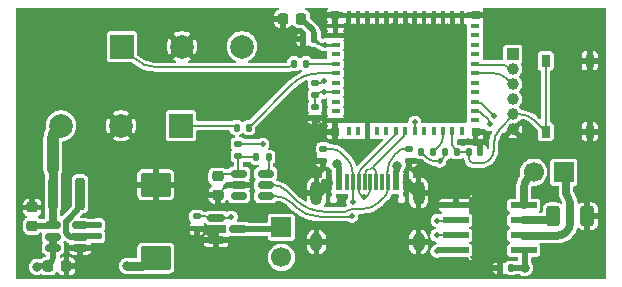
<source format=gbr>
%TF.GenerationSoftware,KiCad,Pcbnew,9.0.7-9.0.7~ubuntu24.04.1*%
%TF.CreationDate,2026-02-26T22:41:36+11:00*%
%TF.ProjectId,flipcab-rounded,666c6970-6361-4622-9d72-6f756e646564,rev?*%
%TF.SameCoordinates,Original*%
%TF.FileFunction,Copper,L1,Top*%
%TF.FilePolarity,Positive*%
%FSLAX46Y46*%
G04 Gerber Fmt 4.6, Leading zero omitted, Abs format (unit mm)*
G04 Created by KiCad (PCBNEW 9.0.7-9.0.7~ubuntu24.04.1) date 2026-02-26 22:41:36*
%MOMM*%
%LPD*%
G01*
G04 APERTURE LIST*
G04 Aperture macros list*
%AMRoundRect*
0 Rectangle with rounded corners*
0 $1 Rounding radius*
0 $2 $3 $4 $5 $6 $7 $8 $9 X,Y pos of 4 corners*
0 Add a 4 corners polygon primitive as box body*
4,1,4,$2,$3,$4,$5,$6,$7,$8,$9,$2,$3,0*
0 Add four circle primitives for the rounded corners*
1,1,$1+$1,$2,$3*
1,1,$1+$1,$4,$5*
1,1,$1+$1,$6,$7*
1,1,$1+$1,$8,$9*
0 Add four rect primitives between the rounded corners*
20,1,$1+$1,$2,$3,$4,$5,0*
20,1,$1+$1,$4,$5,$6,$7,0*
20,1,$1+$1,$6,$7,$8,$9,0*
20,1,$1+$1,$8,$9,$2,$3,0*%
%AMOutline5P*
0 Free polygon, 5 corners , with rotation*
0 The origin of the aperture is its center*
0 number of corners: always 5*
0 $1 to $10 corner X, Y*
0 $11 Rotation angle, in degrees counterclockwise*
0 create outline with 5 corners*
4,1,5,$1,$2,$3,$4,$5,$6,$7,$8,$9,$10,$1,$2,$11*%
%AMOutline6P*
0 Free polygon, 6 corners , with rotation*
0 The origin of the aperture is its center*
0 number of corners: always 6*
0 $1 to $12 corner X, Y*
0 $13 Rotation angle, in degrees counterclockwise*
0 create outline with 6 corners*
4,1,6,$1,$2,$3,$4,$5,$6,$7,$8,$9,$10,$11,$12,$1,$2,$13*%
%AMOutline7P*
0 Free polygon, 7 corners , with rotation*
0 The origin of the aperture is its center*
0 number of corners: always 7*
0 $1 to $14 corner X, Y*
0 $15 Rotation angle, in degrees counterclockwise*
0 create outline with 7 corners*
4,1,7,$1,$2,$3,$4,$5,$6,$7,$8,$9,$10,$11,$12,$13,$14,$1,$2,$15*%
%AMOutline8P*
0 Free polygon, 8 corners , with rotation*
0 The origin of the aperture is its center*
0 number of corners: always 8*
0 $1 to $16 corner X, Y*
0 $17 Rotation angle, in degrees counterclockwise*
0 create outline with 8 corners*
4,1,8,$1,$2,$3,$4,$5,$6,$7,$8,$9,$10,$11,$12,$13,$14,$15,$16,$1,$2,$17*%
G04 Aperture macros list end*
%TA.AperFunction,SMDPad,CuDef*%
%ADD10R,2.200000X0.500000*%
%TD*%
%TA.AperFunction,ComponentPad*%
%ADD11C,0.630000*%
%TD*%
%TA.AperFunction,SMDPad,CuDef*%
%ADD12R,2.950000X4.900000*%
%TD*%
%TA.AperFunction,SMDPad,CuDef*%
%ADD13RoundRect,0.135000X-0.135000X-0.185000X0.135000X-0.185000X0.135000X0.185000X-0.135000X0.185000X0*%
%TD*%
%TA.AperFunction,SMDPad,CuDef*%
%ADD14RoundRect,0.140000X-0.170000X0.140000X-0.170000X-0.140000X0.170000X-0.140000X0.170000X0.140000X0*%
%TD*%
%TA.AperFunction,ComponentPad*%
%ADD15R,1.000000X1.000000*%
%TD*%
%TA.AperFunction,ComponentPad*%
%ADD16C,1.000000*%
%TD*%
%TA.AperFunction,ComponentPad*%
%ADD17R,2.000000X2.000000*%
%TD*%
%TA.AperFunction,ComponentPad*%
%ADD18C,2.000000*%
%TD*%
%TA.AperFunction,SMDPad,CuDef*%
%ADD19RoundRect,0.250000X-0.312500X-0.625000X0.312500X-0.625000X0.312500X0.625000X-0.312500X0.625000X0*%
%TD*%
%TA.AperFunction,SMDPad,CuDef*%
%ADD20RoundRect,0.150000X-0.512500X-0.150000X0.512500X-0.150000X0.512500X0.150000X-0.512500X0.150000X0*%
%TD*%
%TA.AperFunction,SMDPad,CuDef*%
%ADD21RoundRect,0.135000X-0.185000X0.135000X-0.185000X-0.135000X0.185000X-0.135000X0.185000X0.135000X0*%
%TD*%
%TA.AperFunction,SMDPad,CuDef*%
%ADD22RoundRect,0.140000X-0.140000X-0.170000X0.140000X-0.170000X0.140000X0.170000X-0.140000X0.170000X0*%
%TD*%
%TA.AperFunction,SMDPad,CuDef*%
%ADD23RoundRect,0.225000X-0.250000X0.225000X-0.250000X-0.225000X0.250000X-0.225000X0.250000X0.225000X0*%
%TD*%
%TA.AperFunction,SMDPad,CuDef*%
%ADD24R,0.800000X0.400000*%
%TD*%
%TA.AperFunction,SMDPad,CuDef*%
%ADD25R,0.400000X0.800000*%
%TD*%
%TA.AperFunction,HeatsinkPad*%
%ADD26Outline5P,-0.725000X0.130500X-0.130500X0.725000X0.725000X0.725000X0.725000X-0.725000X-0.725000X-0.725000X0.000000*%
%TD*%
%TA.AperFunction,HeatsinkPad*%
%ADD27R,1.450000X1.450000*%
%TD*%
%TA.AperFunction,SMDPad,CuDef*%
%ADD28R,0.700000X0.700000*%
%TD*%
%TA.AperFunction,ComponentPad*%
%ADD29R,1.700000X1.700000*%
%TD*%
%TA.AperFunction,ComponentPad*%
%ADD30C,1.700000*%
%TD*%
%TA.AperFunction,SMDPad,CuDef*%
%ADD31RoundRect,0.225000X-0.225000X-0.250000X0.225000X-0.250000X0.225000X0.250000X-0.225000X0.250000X0*%
%TD*%
%TA.AperFunction,SMDPad,CuDef*%
%ADD32RoundRect,0.250000X1.045000X-0.785000X1.045000X0.785000X-1.045000X0.785000X-1.045000X-0.785000X0*%
%TD*%
%TA.AperFunction,SMDPad,CuDef*%
%ADD33RoundRect,0.150000X-0.587500X-0.150000X0.587500X-0.150000X0.587500X0.150000X-0.587500X0.150000X0*%
%TD*%
%TA.AperFunction,SMDPad,CuDef*%
%ADD34RoundRect,0.140000X0.140000X0.170000X-0.140000X0.170000X-0.140000X-0.170000X0.140000X-0.170000X0*%
%TD*%
%TA.AperFunction,SMDPad,CuDef*%
%ADD35RoundRect,0.225000X0.250000X-0.225000X0.250000X0.225000X-0.250000X0.225000X-0.250000X-0.225000X0*%
%TD*%
%TA.AperFunction,SMDPad,CuDef*%
%ADD36R,0.750000X1.000000*%
%TD*%
%TA.AperFunction,SMDPad,CuDef*%
%ADD37RoundRect,0.225000X0.225000X0.250000X-0.225000X0.250000X-0.225000X-0.250000X0.225000X-0.250000X0*%
%TD*%
%TA.AperFunction,SMDPad,CuDef*%
%ADD38RoundRect,0.135000X0.185000X-0.135000X0.185000X0.135000X-0.185000X0.135000X-0.185000X-0.135000X0*%
%TD*%
%TA.AperFunction,SMDPad,CuDef*%
%ADD39RoundRect,0.200000X0.200000X1.150000X-0.200000X1.150000X-0.200000X-1.150000X0.200000X-1.150000X0*%
%TD*%
%TA.AperFunction,SMDPad,CuDef*%
%ADD40R,0.600000X1.450000*%
%TD*%
%TA.AperFunction,SMDPad,CuDef*%
%ADD41R,0.300000X1.450000*%
%TD*%
%TA.AperFunction,HeatsinkPad*%
%ADD42O,1.000000X2.100000*%
%TD*%
%TA.AperFunction,HeatsinkPad*%
%ADD43O,1.000000X1.600000*%
%TD*%
%TA.AperFunction,ViaPad*%
%ADD44C,0.500000*%
%TD*%
%TA.AperFunction,ViaPad*%
%ADD45C,0.800000*%
%TD*%
%TA.AperFunction,Conductor*%
%ADD46C,0.160000*%
%TD*%
%TA.AperFunction,Conductor*%
%ADD47C,0.750000*%
%TD*%
%TA.AperFunction,Conductor*%
%ADD48C,0.500000*%
%TD*%
%TA.AperFunction,Conductor*%
%ADD49C,0.262600*%
%TD*%
%TA.AperFunction,Conductor*%
%ADD50C,1.000000*%
%TD*%
%TA.AperFunction,Conductor*%
%ADD51C,0.650000*%
%TD*%
G04 APERTURE END LIST*
D10*
%TO.P,U4,1,GND*%
%TO.N,GND*%
X86245000Y-96745000D03*
%TO.P,U4,2,IN2*%
%TO.N,MOTOR_IN2*%
X86245000Y-98015000D03*
%TO.P,U4,3,IN1*%
%TO.N,MOTOR_IN1*%
X86245000Y-99285000D03*
%TO.P,U4,4,VREF*%
%TO.N,+3V3*%
X86245000Y-100555000D03*
%TO.P,U4,5,VM*%
%TO.N,+12V*%
X91995000Y-100555000D03*
%TO.P,U4,6,OUT1*%
%TO.N,Net-(J4-Pin_1)*%
X91995000Y-99285000D03*
%TO.P,U4,7,ISEN*%
%TO.N,Net-(U4-ISEN)*%
X91995000Y-98015000D03*
%TO.P,U4,8,OUT2*%
%TO.N,Net-(J4-Pin_2)*%
X91995000Y-96745000D03*
D11*
%TO.P,U4,9,GND*%
%TO.N,GND*%
X88470000Y-97350000D03*
X88470000Y-98650000D03*
X88470000Y-99950000D03*
D12*
X89120000Y-98650000D03*
D11*
X89770000Y-97350000D03*
X89770000Y-98650000D03*
X89770000Y-99950000D03*
%TD*%
D13*
%TO.P,R5,1*%
%TO.N,+3V3*%
X85320000Y-92220000D03*
%TO.P,R5,2*%
%TO.N,IO9{slash}BOOT*%
X86340000Y-92220000D03*
%TD*%
D14*
%TO.P,C6,1*%
%TO.N,Net-(U2-BST)*%
X55970000Y-98412500D03*
%TO.P,C6,2*%
%TO.N,Net-(U2-SW)*%
X55970000Y-99372500D03*
%TD*%
D15*
%TO.P,J2,1,Pin_1*%
%TO.N,+3V3*%
X91080000Y-83930000D03*
D16*
%TO.P,J2,2,Pin_2*%
%TO.N,UART_TXD*%
X91080000Y-85200000D03*
%TO.P,J2,3,Pin_3*%
%TO.N,UART_RXD*%
X91080000Y-86470000D03*
%TO.P,J2,4,Pin_4*%
%TO.N,EN*%
X91080000Y-87740000D03*
%TO.P,J2,5,Pin_5*%
%TO.N,IO9{slash}BOOT*%
X91080000Y-89010000D03*
%TO.P,J2,6,Pin_6*%
%TO.N,GND*%
X91080000Y-90280000D03*
%TD*%
D17*
%TO.P,SW2,1,A*%
%TO.N,Net-(SW2-A)*%
X58000000Y-83300000D03*
D18*
%TO.P,SW2,2,B*%
%TO.N,GND*%
X63080000Y-83300000D03*
%TO.P,SW2,3,C*%
%TO.N,+3V3*%
X68160000Y-83300000D03*
%TD*%
D13*
%TO.P,R6,1*%
%TO.N,+3V3*%
X83330000Y-92210000D03*
%TO.P,R6,2*%
%TO.N,IO8*%
X84350000Y-92210000D03*
%TD*%
D19*
%TO.P,R10,1*%
%TO.N,Net-(U4-ISEN)*%
X94477500Y-97670000D03*
%TO.P,R10,2*%
%TO.N,GND*%
X97402500Y-97670000D03*
%TD*%
D20*
%TO.P,U2,1,FB*%
%TO.N,+3V3*%
X52162500Y-98450000D03*
%TO.P,U2,2,EN*%
%TO.N,+12V*%
X52162500Y-99400000D03*
%TO.P,U2,3,IN*%
X52162500Y-100350000D03*
%TO.P,U2,4,GND*%
%TO.N,GND*%
X54437500Y-100350000D03*
%TO.P,U2,5,SW*%
%TO.N,Net-(U2-SW)*%
X54437500Y-99400000D03*
%TO.P,U2,6,BST*%
%TO.N,Net-(U2-BST)*%
X54437500Y-98450000D03*
%TD*%
D21*
%TO.P,R1,1*%
%TO.N,+3V3*%
X74340000Y-86410000D03*
%TO.P,R1,2*%
%TO.N,EN*%
X74340000Y-87430000D03*
%TD*%
D13*
%TO.P,R8,1*%
%TO.N,Net-(U3-VDD)*%
X69380000Y-92680000D03*
%TO.P,R8,2*%
%TO.N,Net-(U3-CFG)*%
X70400000Y-92680000D03*
%TD*%
D22*
%TO.P,C10,1*%
%TO.N,GND*%
X90010000Y-102030000D03*
%TO.P,C10,2*%
%TO.N,+12V*%
X90970000Y-102030000D03*
%TD*%
D23*
%TO.P,C8,1*%
%TO.N,Net-(U3-VDD)*%
X66090000Y-94295000D03*
%TO.P,C8,2*%
%TO.N,GND*%
X66090000Y-95845000D03*
%TD*%
D24*
%TO.P,U1,1,GND*%
%TO.N,GND*%
X76075000Y-81560000D03*
%TO.P,U1,2,GND*%
X76075000Y-82360000D03*
%TO.P,U1,3,3V3*%
%TO.N,+3V3*%
X76075000Y-83160000D03*
%TO.P,U1,4,NC*%
%TO.N,unconnected-(U1-NC-Pad4)*%
X76075000Y-83960000D03*
%TO.P,U1,5,IO2*%
%TO.N,CLOSE_SW*%
X76075000Y-84760000D03*
%TO.P,U1,6,IO3*%
%TO.N,OPEN_SW*%
X76075000Y-85560000D03*
%TO.P,U1,7,NC*%
%TO.N,unconnected-(U1-NC-Pad7)*%
X76075000Y-86360000D03*
%TO.P,U1,8,EN*%
%TO.N,EN*%
X76075000Y-87160000D03*
%TO.P,U1,9,IO4*%
%TO.N,unconnected-(U1-IO4-Pad9)*%
X76075000Y-87960000D03*
%TO.P,U1,10,IO5*%
%TO.N,unconnected-(U1-IO5-Pad10)*%
X76075000Y-88760000D03*
%TO.P,U1,11,GND*%
%TO.N,GND*%
X76075000Y-89560000D03*
D25*
%TO.P,U1,12,IO0*%
%TO.N,unconnected-(U1-IO0-Pad12)*%
X77175000Y-90460000D03*
%TO.P,U1,13,IO1*%
%TO.N,unconnected-(U1-IO1-Pad13)*%
X77975000Y-90460000D03*
%TO.P,U1,14,GND*%
%TO.N,GND*%
X78775000Y-90460000D03*
%TO.P,U1,15,IO6*%
%TO.N,unconnected-(U1-IO6-Pad15)*%
X79575000Y-90460000D03*
%TO.P,U1,16,IO7*%
%TO.N,unconnected-(U1-IO7-Pad16)*%
X80375000Y-90460000D03*
%TO.P,U1,17,IO12*%
%TO.N,JTAG_DM*%
X81175000Y-90460000D03*
%TO.P,U1,18,IO13*%
%TO.N,JTAG_DP*%
X81975000Y-90460000D03*
%TO.P,U1,19,IO14*%
%TO.N,LED_CTRL*%
X82775000Y-90460000D03*
%TO.P,U1,20,IO15*%
%TO.N,unconnected-(U1-IO15-Pad20)*%
X83575000Y-90460000D03*
%TO.P,U1,21,NC*%
%TO.N,unconnected-(U1-NC-Pad21)*%
X84375000Y-90460000D03*
%TO.P,U1,22,IO8*%
%TO.N,IO8*%
X85175000Y-90460000D03*
%TO.P,U1,23,IO9*%
%TO.N,IO9{slash}BOOT*%
X85975000Y-90460000D03*
%TO.P,U1,24,IO18*%
%TO.N,unconnected-(U1-IO18-Pad24)*%
X86775000Y-90460000D03*
D24*
%TO.P,U1,25,IO19*%
%TO.N,unconnected-(U1-IO19-Pad25)*%
X87875000Y-89560000D03*
%TO.P,U1,26,IO20*%
%TO.N,MOTOR_IN1*%
X87875000Y-88760000D03*
%TO.P,U1,27,IO21*%
%TO.N,MOTOR_IN2*%
X87875000Y-87960000D03*
%TO.P,U1,28,IO22*%
%TO.N,unconnected-(U1-IO22-Pad28)*%
X87875000Y-87160000D03*
%TO.P,U1,29,IO23*%
%TO.N,unconnected-(U1-IO23-Pad29)*%
X87875000Y-86360000D03*
%TO.P,U1,30,RXD0*%
%TO.N,UART_RXD*%
X87875000Y-85560000D03*
%TO.P,U1,31,TXD0*%
%TO.N,UART_TXD*%
X87875000Y-84760000D03*
%TO.P,U1,32,NC*%
%TO.N,unconnected-(U1-NC-Pad32)*%
X87875000Y-83960000D03*
%TO.P,U1,33,NC*%
%TO.N,unconnected-(U1-NC-Pad33)*%
X87875000Y-83160000D03*
%TO.P,U1,34,NC*%
%TO.N,unconnected-(U1-NC-Pad34)*%
X87875000Y-82360000D03*
%TO.P,U1,35,NC*%
%TO.N,unconnected-(U1-NC-Pad35)*%
X87875000Y-81560000D03*
D25*
%TO.P,U1,36,GND*%
%TO.N,GND*%
X86775000Y-80660000D03*
%TO.P,U1,37,GND*%
X85975000Y-80660000D03*
%TO.P,U1,38,GND*%
X85175000Y-80660000D03*
%TO.P,U1,39,GND*%
X84375000Y-80660000D03*
%TO.P,U1,40,GND*%
X83575000Y-80660000D03*
%TO.P,U1,41,GND*%
X82775000Y-80660000D03*
%TO.P,U1,42,GND*%
X81975000Y-80660000D03*
%TO.P,U1,43,GND*%
X81175000Y-80660000D03*
%TO.P,U1,44,GND*%
X80375000Y-80660000D03*
%TO.P,U1,45,GND*%
X79575000Y-80660000D03*
%TO.P,U1,46,GND*%
X78775000Y-80660000D03*
%TO.P,U1,47,GND*%
X77975000Y-80660000D03*
%TO.P,U1,48,GND*%
X77175000Y-80660000D03*
D26*
%TO.P,U1,49,GND*%
X80000000Y-83585000D03*
D27*
X80000000Y-85560000D03*
X80000000Y-87535000D03*
X81975000Y-83585000D03*
X81975000Y-85560000D03*
X81975000Y-87535000D03*
X83950000Y-83585000D03*
X83950000Y-85560000D03*
X83950000Y-87535000D03*
D28*
%TO.P,U1,50,GND*%
X87925000Y-80610000D03*
%TO.P,U1,51,GND*%
X87925000Y-90510000D03*
%TO.P,U1,52,GND*%
X76025000Y-90510000D03*
%TO.P,U1,53,GND*%
X76025000Y-80610000D03*
%TD*%
D29*
%TO.P,J4,1,Pin_1*%
%TO.N,Net-(J4-Pin_1)*%
X95395000Y-93930000D03*
D30*
%TO.P,J4,2,Pin_2*%
%TO.N,Net-(J4-Pin_2)*%
X92855000Y-93930000D03*
%TD*%
D21*
%TO.P,R11,1*%
%TO.N,CC1*%
X75040000Y-91950000D03*
%TO.P,R11,2*%
%TO.N,GND*%
X75040000Y-92970000D03*
%TD*%
D20*
%TO.P,U3,1,VDD*%
%TO.N,Net-(U3-VDD)*%
X67890000Y-94070000D03*
%TO.P,U3,2,GND*%
%TO.N,GND*%
X67890000Y-95020000D03*
%TO.P,U3,3,PG*%
%TO.N,unconnected-(U3-PG-Pad3)*%
X67890000Y-95970000D03*
%TO.P,U3,4,CC1*%
%TO.N,CC1*%
X70165000Y-95970000D03*
%TO.P,U3,5,CC2*%
%TO.N,CC2*%
X70165000Y-95020000D03*
%TO.P,U3,6,CFG*%
%TO.N,Net-(U3-CFG)*%
X70165000Y-94070000D03*
%TD*%
D31*
%TO.P,C4,1*%
%TO.N,+12V*%
X51745000Y-101900000D03*
%TO.P,C4,2*%
%TO.N,GND*%
X53295000Y-101900000D03*
%TD*%
D32*
%TO.P,C9,1*%
%TO.N,+12V*%
X60840000Y-101230000D03*
%TO.P,C9,2*%
%TO.N,GND*%
X60840000Y-94990000D03*
%TD*%
D33*
%TO.P,Q1,1,G*%
%TO.N,LED_CTRL*%
X65962500Y-97800000D03*
%TO.P,Q1,2,S*%
%TO.N,GND*%
X65962500Y-99700000D03*
%TO.P,Q1,3,D*%
%TO.N,Net-(J1-Pin_1)*%
X67837500Y-98750000D03*
%TD*%
D34*
%TO.P,C1,1*%
%TO.N,+3V3*%
X74290000Y-82700000D03*
%TO.P,C1,2*%
%TO.N,GND*%
X73330000Y-82700000D03*
%TD*%
D13*
%TO.P,R3,1*%
%TO.N,Net-(SW2-A)*%
X72560000Y-84760000D03*
%TO.P,R3,2*%
%TO.N,CLOSE_SW*%
X73580000Y-84760000D03*
%TD*%
D21*
%TO.P,R9,1*%
%TO.N,CC2*%
X82330000Y-91940000D03*
%TO.P,R9,2*%
%TO.N,GND*%
X82330000Y-92960000D03*
%TD*%
D35*
%TO.P,C7,1*%
%TO.N,+3V3*%
X50400000Y-98475000D03*
%TO.P,C7,2*%
%TO.N,GND*%
X50400000Y-96925000D03*
%TD*%
D21*
%TO.P,R7,1*%
%TO.N,+12V*%
X67830000Y-91530000D03*
%TO.P,R7,2*%
%TO.N,Net-(U3-VDD)*%
X67830000Y-92550000D03*
%TD*%
D36*
%TO.P,SW3,1,1*%
%TO.N,GND*%
X97610000Y-84500000D03*
X97610000Y-90500000D03*
%TO.P,SW3,2,2*%
%TO.N,IO9{slash}BOOT*%
X93860000Y-84500000D03*
X93860000Y-90500000D03*
%TD*%
D37*
%TO.P,C3,1*%
%TO.N,+3V3*%
X73185000Y-80950000D03*
%TO.P,C3,2*%
%TO.N,GND*%
X71635000Y-80950000D03*
%TD*%
D38*
%TO.P,R4,1*%
%TO.N,GND*%
X64320000Y-98710000D03*
%TO.P,R4,2*%
%TO.N,LED_CTRL*%
X64320000Y-97690000D03*
%TD*%
D22*
%TO.P,C5,1*%
%TO.N,IO9{slash}BOOT*%
X87370000Y-92230000D03*
%TO.P,C5,2*%
%TO.N,GND*%
X88330000Y-92230000D03*
%TD*%
D39*
%TO.P,L1,1,1*%
%TO.N,Net-(U2-SW)*%
X54440000Y-95772500D03*
%TO.P,L1,2,2*%
%TO.N,+3V3*%
X52140000Y-95772500D03*
%TD*%
D13*
%TO.P,R2,1*%
%TO.N,Net-(SW1-A)*%
X67690000Y-90160000D03*
%TO.P,R2,2*%
%TO.N,OPEN_SW*%
X68710000Y-90160000D03*
%TD*%
D29*
%TO.P,J1,1,Pin_1*%
%TO.N,Net-(J1-Pin_1)*%
X71490000Y-98610000D03*
D30*
%TO.P,J1,2,Pin_2*%
%TO.N,+12V*%
X71490000Y-101150000D03*
%TD*%
D17*
%TO.P,SW1,1,A*%
%TO.N,Net-(SW1-A)*%
X63000000Y-90000000D03*
D18*
%TO.P,SW1,2,B*%
%TO.N,GND*%
X57920000Y-90000000D03*
%TO.P,SW1,3,C*%
%TO.N,+3V3*%
X52840000Y-90000000D03*
%TD*%
D40*
%TO.P,J3,A1,GND*%
%TO.N,GND*%
X75530000Y-94785000D03*
%TO.P,J3,A4,VBUS*%
%TO.N,+12V*%
X76330000Y-94785000D03*
D41*
%TO.P,J3,A5,CC1*%
%TO.N,CC1*%
X77530000Y-94785000D03*
%TO.P,J3,A6,D+*%
%TO.N,JTAG_DP*%
X78530000Y-94785000D03*
%TO.P,J3,A7,D-*%
%TO.N,JTAG_DM*%
X79030000Y-94785000D03*
%TO.P,J3,A8,SBU1*%
%TO.N,unconnected-(J3-SBU1-PadA8)*%
X80030000Y-94785000D03*
D40*
%TO.P,J3,A9,VBUS*%
%TO.N,+12V*%
X81230000Y-94785000D03*
%TO.P,J3,A12,GND*%
%TO.N,GND*%
X82030000Y-94785000D03*
%TO.P,J3,B1,GND*%
X82030000Y-94785000D03*
%TO.P,J3,B4,VBUS*%
%TO.N,+12V*%
X81230000Y-94785000D03*
D41*
%TO.P,J3,B5,CC2*%
%TO.N,CC2*%
X80530000Y-94785000D03*
%TO.P,J3,B6,D+*%
%TO.N,JTAG_DP*%
X79530000Y-94785000D03*
%TO.P,J3,B7,D-*%
%TO.N,JTAG_DM*%
X78030000Y-94785000D03*
%TO.P,J3,B8,SBU2*%
%TO.N,unconnected-(J3-SBU2-PadB8)*%
X77030000Y-94785000D03*
D40*
%TO.P,J3,B9,VBUS*%
%TO.N,+12V*%
X76330000Y-94785000D03*
%TO.P,J3,B12,GND*%
%TO.N,GND*%
X75530000Y-94785000D03*
D42*
%TO.P,J3,S1,SHIELD*%
X74460000Y-95700000D03*
D43*
X74460000Y-99880000D03*
D42*
X83100000Y-95700000D03*
D43*
X83100000Y-99880000D03*
%TD*%
D14*
%TO.P,C2,1*%
%TO.N,EN*%
X74340000Y-88400000D03*
%TO.P,C2,2*%
%TO.N,GND*%
X74340000Y-89360000D03*
%TD*%
D44*
%TO.N,GND*%
X96400000Y-84600000D03*
X55500000Y-96000000D03*
X80200000Y-88900000D03*
X73920000Y-92180000D03*
X67400000Y-99800000D03*
X60800000Y-92700000D03*
X65181250Y-98918750D03*
X98500000Y-96300000D03*
X88600000Y-95400000D03*
X86700000Y-88300000D03*
X55500000Y-95200000D03*
X97500000Y-99300000D03*
X86700000Y-81800000D03*
X89300000Y-80600000D03*
X53300000Y-100800000D03*
X83000000Y-88700000D03*
X53300000Y-95900000D03*
X56700000Y-97500000D03*
X51600000Y-82900000D03*
X53300000Y-96800000D03*
X54300000Y-93700000D03*
X53300000Y-93700000D03*
X55500000Y-96700000D03*
X49500000Y-95900000D03*
X56000000Y-100500000D03*
X97700000Y-94800000D03*
X96600000Y-101300000D03*
X97700000Y-95800000D03*
X78100000Y-92000000D03*
X86800000Y-89300000D03*
X95400000Y-100700000D03*
X96300000Y-90500000D03*
X87800000Y-91370000D03*
X92600000Y-87500000D03*
X78800000Y-88900000D03*
X68800000Y-100400000D03*
X87300000Y-95400000D03*
X98500000Y-98900000D03*
X79600000Y-81900000D03*
X89700000Y-95400000D03*
X50900000Y-93900000D03*
X82000000Y-81800000D03*
X51100000Y-95800000D03*
X77500000Y-84100000D03*
X81500000Y-88900000D03*
X71300000Y-83500000D03*
X92500000Y-86100000D03*
X84600000Y-94300000D03*
X53300000Y-94900000D03*
X72000000Y-88200000D03*
X77300000Y-88800000D03*
X50700000Y-100600000D03*
X84500000Y-81800000D03*
X69200000Y-97500000D03*
X98600000Y-97700000D03*
X69700000Y-90500000D03*
X86700000Y-86000000D03*
X86700000Y-83800000D03*
X50700000Y-99800000D03*
X72200000Y-93800000D03*
X71500000Y-86100000D03*
X64700000Y-96500000D03*
X55500000Y-97500000D03*
X84500000Y-89300000D03*
X57100000Y-99200000D03*
X97700000Y-91800000D03*
X69400000Y-87400000D03*
X71700000Y-89900000D03*
X60900000Y-96800000D03*
X77500000Y-81900000D03*
X66817500Y-95117500D03*
X94000000Y-96000000D03*
X97700000Y-83200000D03*
X77400000Y-86200000D03*
X58000000Y-94900000D03*
X63600000Y-95000000D03*
X50400000Y-95400000D03*
X74600000Y-80900000D03*
X79000000Y-100600000D03*
X55500000Y-94400000D03*
X66400000Y-98800000D03*
%TO.N,+3V3*%
X52140000Y-91700000D03*
X75100000Y-86200000D03*
X84880000Y-93000000D03*
X84660000Y-100630000D03*
X52140000Y-92700000D03*
X74002500Y-81767500D03*
X52140000Y-93700000D03*
X75150000Y-83160000D03*
%TO.N,EN*%
X75100000Y-87160000D03*
%TO.N,CC1*%
X77540000Y-96460000D03*
X77450000Y-97650000D03*
%TO.N,JTAG_DM*%
X78500000Y-96040000D03*
D45*
%TO.N,+12V*%
X76210000Y-93260000D03*
D44*
X69910000Y-91580000D03*
D45*
X50800000Y-101950000D03*
X58430000Y-101870000D03*
X92100000Y-102020000D03*
X81250000Y-93390000D03*
D44*
%TO.N,LED_CTRL*%
X67260000Y-97720000D03*
X82770000Y-89730000D03*
%TO.N,MOTOR_IN1*%
X89130000Y-89900000D03*
X84630000Y-99290000D03*
%TO.N,MOTOR_IN2*%
X84700000Y-98030000D03*
X89450000Y-89150000D03*
%TD*%
D46*
%TO.N,GND*%
X66817500Y-95117500D02*
X66866250Y-95068750D01*
D47*
X75427129Y-94887870D02*
X74669800Y-95645199D01*
D46*
X86245000Y-96745000D02*
X89165000Y-96745000D01*
D47*
X82132870Y-94887870D02*
X82890199Y-95645199D01*
D46*
X75757500Y-90510000D02*
X75989644Y-90510000D01*
D47*
X83022500Y-95700000D02*
X83100000Y-95700000D01*
D46*
X76075000Y-89560000D02*
X76075000Y-90424644D01*
D48*
X65181250Y-98918750D02*
X65076875Y-98814375D01*
D46*
X66983942Y-95020000D02*
X67890000Y-95020000D01*
X89700000Y-95400000D02*
X89770000Y-95470000D01*
X66817500Y-95117500D02*
X66090000Y-95845000D01*
D47*
X74537500Y-95700000D02*
X74460000Y-95700000D01*
D46*
X87800000Y-91370000D02*
X88213327Y-91783327D01*
D48*
X64824891Y-98710000D02*
X64320000Y-98710000D01*
X65181250Y-98918750D02*
X65962500Y-99700000D01*
D46*
X75300848Y-90320848D02*
X74340000Y-89360000D01*
X87925000Y-91156611D02*
X87925000Y-90510000D01*
D47*
X75454000Y-94823000D02*
X75454000Y-94785000D01*
D46*
X87800000Y-91370000D02*
X87862500Y-91307500D01*
X88600000Y-95400000D02*
X88470000Y-95530000D01*
X78775000Y-90140416D02*
X78775000Y-90460000D01*
X89650000Y-99830000D02*
X89890000Y-100070000D01*
D47*
X82106000Y-94823000D02*
X82106000Y-94785000D01*
D46*
X97610000Y-84500000D02*
X97610000Y-90500000D01*
D48*
X88167500Y-97047500D02*
X88470000Y-97350000D01*
D46*
X89650000Y-99830000D02*
X89120000Y-99300000D01*
D48*
X87437200Y-96745000D02*
X86245000Y-96745000D01*
D46*
X78194583Y-89560000D02*
X76075000Y-89560000D01*
X88470000Y-98650000D02*
X88470000Y-96570000D01*
X88600000Y-95400000D02*
X88600000Y-95500000D01*
D48*
X90010000Y-100359705D02*
X90010000Y-102030000D01*
D46*
X89770000Y-97350000D02*
X89770000Y-98650000D01*
X88330000Y-92065000D02*
X88330000Y-92230000D01*
D47*
X75454000Y-94823000D02*
G75*
G02*
X75427121Y-94887862I-91700J0D01*
G01*
D48*
X88167500Y-97047500D02*
G75*
G03*
X87437200Y-96745000I-730300J-730300D01*
G01*
D47*
X82890199Y-95645199D02*
G75*
G03*
X83022500Y-95700000I132301J132299D01*
G01*
D46*
X78605000Y-89730000D02*
G75*
G03*
X78194583Y-89560007I-410400J-410400D01*
G01*
X75300848Y-90320848D02*
G75*
G03*
X75757500Y-90510001I456652J456648D01*
G01*
X66983942Y-95020000D02*
G75*
G03*
X66866237Y-95068737I-42J-166400D01*
G01*
X88213327Y-91783327D02*
G75*
G02*
X88330013Y-92065000I-281627J-281673D01*
G01*
D47*
X74669800Y-95645199D02*
G75*
G02*
X74537500Y-95700000I-132300J132299D01*
G01*
D46*
X78605000Y-89730000D02*
G75*
G02*
X78774993Y-90140416I-410400J-410400D01*
G01*
D47*
X82106000Y-94823000D02*
G75*
G03*
X82132878Y-94887862I91700J0D01*
G01*
D46*
X76075000Y-90424644D02*
G75*
G02*
X76049987Y-90484987I-85400J44D01*
G01*
X76050000Y-90485000D02*
G75*
G02*
X75989644Y-90510018I-60400J60400D01*
G01*
D48*
X89890000Y-100070000D02*
G75*
G02*
X90009998Y-100359705I-289700J-289700D01*
G01*
D46*
X87925000Y-91156611D02*
G75*
G02*
X87862497Y-91307497I-213400J11D01*
G01*
D48*
X65076875Y-98814375D02*
G75*
G03*
X64824891Y-98710018I-251975J-252025D01*
G01*
D46*
%TO.N,+3V3*%
X83851299Y-92731299D02*
X83330000Y-92210000D01*
D49*
X74290000Y-82700000D02*
X74608578Y-83018578D01*
D46*
X74741507Y-86410000D02*
X74340000Y-86410000D01*
D48*
X84788033Y-100555000D02*
X86245000Y-100555000D01*
X52150000Y-98462500D02*
X52151250Y-98461250D01*
X74146250Y-81911250D02*
X74002500Y-81767500D01*
D46*
X75100000Y-86200000D02*
X74995000Y-86305000D01*
D50*
X52140000Y-93700000D02*
X52140000Y-92700000D01*
X52140000Y-91700000D02*
X52140000Y-92700000D01*
D46*
X84500000Y-93000000D02*
X84880000Y-93000000D01*
D48*
X74002500Y-81767500D02*
X73185000Y-80950000D01*
X74290000Y-82258293D02*
X74290000Y-82700000D01*
D46*
X84905000Y-93000000D02*
X84880000Y-93000000D01*
X84947677Y-92982322D02*
X85182114Y-92747885D01*
D49*
X75150000Y-83160000D02*
X74950000Y-83160000D01*
D51*
X52140000Y-95772500D02*
X52140000Y-98411590D01*
D48*
X52119822Y-98475000D02*
X50400000Y-98475000D01*
D47*
X52140000Y-95772500D02*
X52140000Y-93700000D01*
D48*
X84660000Y-100630000D02*
X84697500Y-100592500D01*
D49*
X75150000Y-83160000D02*
X76075000Y-83160000D01*
D46*
X85320000Y-92415000D02*
X85320000Y-92220000D01*
D50*
X52490000Y-90350000D02*
X52840000Y-90000000D01*
X52140000Y-91700000D02*
X52140000Y-91194974D01*
D51*
X52140000Y-98411590D02*
G75*
G03*
X52151247Y-98438753I38400J-10D01*
G01*
D46*
X74995000Y-86305000D02*
G75*
G02*
X74741507Y-86410003I-253500J253500D01*
G01*
X84947677Y-92982322D02*
G75*
G02*
X84905000Y-92999986I-42677J42722D01*
G01*
D51*
X52151250Y-98438750D02*
G75*
G02*
X52151250Y-98461250I-11250J-11250D01*
G01*
D46*
X83851299Y-92731299D02*
G75*
G03*
X84500000Y-93000000I648701J648699D01*
G01*
D48*
X52150000Y-98462500D02*
G75*
G02*
X52119822Y-98475009I-30200J30200D01*
G01*
D49*
X74608578Y-83018578D02*
G75*
G03*
X74950000Y-83160013I341422J341378D01*
G01*
D46*
X85320000Y-92415000D02*
G75*
G02*
X85182120Y-92747891I-470800J0D01*
G01*
D50*
X52490000Y-90350000D02*
G75*
G03*
X52139990Y-91194974I845000J-845000D01*
G01*
D48*
X74146250Y-81911250D02*
G75*
G02*
X74290003Y-82258293I-347050J-347050D01*
G01*
X84788033Y-100555000D02*
G75*
G03*
X84697490Y-100592490I-33J-128000D01*
G01*
D46*
%TO.N,EN*%
X75100000Y-87160000D02*
X76075000Y-87160000D01*
X75100000Y-87160000D02*
X74800918Y-87160000D01*
X74340000Y-87620918D02*
X74340000Y-88400000D01*
X74800918Y-87160000D02*
G75*
G03*
X74474994Y-87294994I-18J-460900D01*
G01*
X74475000Y-87295000D02*
G75*
G03*
X74340008Y-87620918I325900J-325900D01*
G01*
%TO.N,IO9{slash}BOOT*%
X92917704Y-89557704D02*
X93658232Y-90298232D01*
X93860000Y-90500000D02*
X93860000Y-84500000D01*
X88357451Y-93200000D02*
X87813847Y-93200000D01*
X90074021Y-90170978D02*
X91025199Y-89219800D01*
X87377071Y-92230000D02*
X87440000Y-92230000D01*
X87370000Y-92237071D02*
X87370000Y-92756152D01*
X86157500Y-92037500D02*
X86340000Y-92220000D01*
X87352928Y-92220000D02*
X87105000Y-92220000D01*
X87105000Y-92220000D02*
X86595000Y-92220000D01*
X89450000Y-92107451D02*
X89450000Y-91677500D01*
X91002500Y-89010000D02*
X90660000Y-89010000D01*
X85975000Y-91596906D02*
X85975000Y-90460000D01*
X93662500Y-90300000D02*
X93665000Y-90300000D01*
X91607500Y-89015000D02*
X90840000Y-89015000D01*
X86595000Y-92220000D02*
X86340000Y-92220000D01*
X87365000Y-92225000D02*
G75*
G03*
X87377071Y-92230012I12100J12100D01*
G01*
X87365000Y-92225000D02*
G75*
G03*
X87352928Y-92219988I-12100J-12100D01*
G01*
X87370000Y-92237071D02*
G75*
G03*
X87364992Y-92225008I-17100J-29D01*
G01*
X87370000Y-92756152D02*
G75*
G03*
X87499986Y-93070014I443800J-48D01*
G01*
X85975000Y-91596906D02*
G75*
G03*
X86157502Y-92037498I623100J6D01*
G01*
X92917704Y-89557704D02*
G75*
G03*
X91607500Y-89014997I-1310204J-1310196D01*
G01*
X89450000Y-92107451D02*
G75*
G02*
X89129985Y-92879985I-1092600J51D01*
G01*
X90074021Y-90170978D02*
G75*
G03*
X89449987Y-91677500I1506479J-1506522D01*
G01*
X87500000Y-93070000D02*
G75*
G03*
X87813847Y-93199980I313800J313800D01*
G01*
X87377071Y-92230000D02*
G75*
G03*
X87370000Y-92237071I29J-7100D01*
G01*
X91080000Y-89087500D02*
G75*
G03*
X91002500Y-89010000I-77500J0D01*
G01*
X89130000Y-92880000D02*
G75*
G02*
X88357451Y-93200021I-772600J772600D01*
G01*
X93658232Y-90298232D02*
G75*
G03*
X93662500Y-90300010I4268J4232D01*
G01*
X91080000Y-89087500D02*
G75*
G02*
X91025199Y-89219800I-187100J0D01*
G01*
%TO.N,Net-(U3-VDD)*%
X68051923Y-92680000D02*
X69380000Y-92680000D01*
X66474099Y-94070000D02*
X67847573Y-94070000D01*
X66202500Y-94182500D02*
X66090000Y-94295000D01*
X67830000Y-92641923D02*
X67830000Y-93967573D01*
X67860000Y-94040000D02*
G75*
G02*
X67847573Y-94069936I-12400J-12400D01*
G01*
X66474099Y-94070000D02*
G75*
G03*
X66202500Y-94182500I1J-384100D01*
G01*
X67895000Y-92615000D02*
G75*
G03*
X67830058Y-92641923I-26900J-26900D01*
G01*
X67895000Y-92615000D02*
G75*
G03*
X68051923Y-92679990I156900J156900D01*
G01*
X67830000Y-93967573D02*
G75*
G03*
X67859992Y-94040008I102400J-27D01*
G01*
%TO.N,JTAG_DP*%
X79285000Y-93615000D02*
X79405000Y-93735000D01*
X78530000Y-94166274D02*
X78530000Y-94785000D01*
X79262928Y-93620000D02*
X79060000Y-93620000D01*
X81975000Y-90607500D02*
X81975000Y-90477677D01*
X78689999Y-93779999D02*
X78701507Y-93768492D01*
X81987500Y-90472500D02*
X82000000Y-90485000D01*
X79530000Y-94036776D02*
X79530000Y-94785000D01*
X79336568Y-93393431D02*
X81870701Y-90859298D01*
X79280000Y-93530000D02*
X79280000Y-93602928D01*
X79405000Y-93735000D02*
G75*
G02*
X79530010Y-94036776I-301800J-301800D01*
G01*
X79275000Y-93615000D02*
G75*
G03*
X79280012Y-93602928I-12100J12100D01*
G01*
X79275000Y-93615000D02*
G75*
G02*
X79262928Y-93620012I-12100J12100D01*
G01*
X79060000Y-93620000D02*
G75*
G03*
X78701504Y-93768489I0J-507000D01*
G01*
X79280000Y-93602928D02*
G75*
G03*
X79285008Y-93614992I17100J28D01*
G01*
X79336568Y-93393431D02*
G75*
G03*
X79279988Y-93530000I136532J-136569D01*
G01*
X81987500Y-90472500D02*
G75*
G03*
X81974946Y-90477677I-5200J-5200D01*
G01*
X78689999Y-93779999D02*
G75*
G03*
X78529988Y-94166274I386301J-386301D01*
G01*
X81975000Y-90607500D02*
G75*
G02*
X81870702Y-90859299I-356100J0D01*
G01*
X79285000Y-93615000D02*
G75*
G03*
X79275000Y-93615000I-5000J-4997D01*
G01*
%TO.N,CC2*%
X75312203Y-97300000D02*
X76857426Y-97300000D01*
X80470000Y-93903172D02*
X80470000Y-94682573D01*
X77366825Y-97089000D02*
X78196385Y-97089000D01*
X81044999Y-92514999D02*
X81368977Y-92191022D01*
X70792500Y-95020000D02*
X70165000Y-95020000D01*
X81975000Y-91940000D02*
X82330000Y-91940000D01*
X80530000Y-94827426D02*
X80530000Y-95253500D01*
X71863709Y-95463709D02*
X72560000Y-96160000D01*
X80198720Y-96053279D02*
X79846500Y-96405500D01*
X77366825Y-97089000D02*
G75*
G03*
X77112113Y-97194487I-25J-360200D01*
G01*
X79846500Y-96405500D02*
G75*
G02*
X78196385Y-97088994I-1650100J1650100D01*
G01*
X72560000Y-96160000D02*
G75*
G03*
X75312203Y-97299999I2752200J2752200D01*
G01*
X77112126Y-97194500D02*
G75*
G02*
X76857426Y-97300019I-254726J254700D01*
G01*
X81044999Y-92514999D02*
G75*
G03*
X80469987Y-93903172I1388201J-1388201D01*
G01*
X71863709Y-95463709D02*
G75*
G03*
X70792500Y-95019994I-1071209J-1071191D01*
G01*
X81975000Y-91940000D02*
G75*
G03*
X81368987Y-92191032I0J-857000D01*
G01*
X80530000Y-95253500D02*
G75*
G02*
X80198729Y-96053288I-1131100J0D01*
G01*
X80470000Y-94682573D02*
G75*
G03*
X80499992Y-94755008I102400J-27D01*
G01*
X80500000Y-94755000D02*
G75*
G02*
X80529989Y-94827426I-72400J-72400D01*
G01*
%TO.N,CC1*%
X77540000Y-96460000D02*
X77540000Y-96267071D01*
X77530000Y-94022500D02*
X77530000Y-94785000D01*
X70975000Y-95970000D02*
X70165000Y-95970000D01*
X76990831Y-92720831D02*
X76637193Y-92367193D01*
X72357756Y-96542756D02*
X72650000Y-96835000D01*
X74738294Y-97700000D02*
X77364644Y-97700000D01*
X75630000Y-91950000D02*
X75040000Y-91950000D01*
X77530000Y-96242928D02*
X77530000Y-94785000D01*
X77450000Y-97650000D02*
X77425000Y-97675000D01*
X72650000Y-96835000D02*
G75*
G03*
X74738294Y-97700002I2088300J2088300D01*
G01*
X77535000Y-96255000D02*
G75*
G02*
X77540012Y-96267071I-12100J-12100D01*
G01*
X76990831Y-92720831D02*
G75*
G02*
X77530011Y-94022500I-1301631J-1301669D01*
G01*
X76637193Y-92367193D02*
G75*
G03*
X75630000Y-91950004I-1007193J-1007207D01*
G01*
X77425000Y-97675000D02*
G75*
G02*
X77364644Y-97700018I-60400J60400D01*
G01*
X72357756Y-96542756D02*
G75*
G03*
X70975000Y-95969996I-1382756J-1382744D01*
G01*
X77530000Y-96242928D02*
G75*
G03*
X77535008Y-96254992I17100J28D01*
G01*
%TO.N,JTAG_DM*%
X78585000Y-96040000D02*
X78500000Y-96040000D01*
X78424000Y-96040000D02*
X78500000Y-96040000D01*
X78730104Y-95979895D02*
X78850000Y-95860000D01*
X79030000Y-95425441D02*
X79030000Y-94785000D01*
X78189000Y-95881000D02*
X78294259Y-95986259D01*
X81175000Y-90577500D02*
X81175000Y-90460000D01*
X78030000Y-94312500D02*
X78030000Y-94785000D01*
X78030000Y-95497140D02*
X78030000Y-94785000D01*
X81091914Y-90778085D02*
X78364107Y-93505892D01*
X81175000Y-90577500D02*
G75*
G02*
X81091921Y-90778092I-283700J0D01*
G01*
X78364107Y-93505892D02*
G75*
G03*
X78029995Y-94312500I806593J-806608D01*
G01*
X78030000Y-95497140D02*
G75*
G03*
X78189012Y-95880988I542900J40D01*
G01*
X79030000Y-95425441D02*
G75*
G02*
X78849988Y-95859988I-614600J41D01*
G01*
X78730104Y-95979895D02*
G75*
G02*
X78585000Y-96040002I-145104J145095D01*
G01*
X78294259Y-95986259D02*
G75*
G03*
X78424000Y-96039994I129741J129759D01*
G01*
D48*
%TO.N,+12V*%
X76270000Y-93320000D02*
X76210000Y-93260000D01*
X81250000Y-93390000D02*
X81250000Y-93825857D01*
X92047500Y-100607500D02*
X91995000Y-100555000D01*
X52162500Y-100350000D02*
X52162500Y-101187282D01*
X92082928Y-102030000D02*
X90970000Y-102030000D01*
D46*
X69824644Y-91530000D02*
X67830000Y-91530000D01*
D48*
X92100000Y-102020000D02*
X92095000Y-102025000D01*
X50825000Y-101925000D02*
X50800000Y-101950000D01*
D47*
X60515000Y-101555000D02*
X60800000Y-101270000D01*
D48*
X92100000Y-102020000D02*
X92045000Y-101965000D01*
X92100000Y-100734246D02*
X92100000Y-102020000D01*
X76330000Y-93464852D02*
X76330000Y-94785000D01*
D47*
X60880000Y-101190000D02*
X60920000Y-101150000D01*
D48*
X50885355Y-101900000D02*
X51449782Y-101900000D01*
D47*
X60880000Y-101190000D02*
X60800000Y-101270000D01*
D48*
X81250000Y-93390000D02*
X81400000Y-93390000D01*
D46*
X69910000Y-91580000D02*
X69885000Y-91555000D01*
D47*
X58436464Y-101876464D02*
X58430000Y-101870000D01*
X58445000Y-101880000D02*
X59730380Y-101880000D01*
D51*
X52162500Y-100350000D02*
X52162500Y-99400000D01*
D48*
X81230000Y-93874142D02*
X81230000Y-94785000D01*
D47*
X58445000Y-101880000D02*
X58450000Y-101880000D01*
D48*
X92047500Y-100607500D02*
G75*
G02*
X92099952Y-100734246I-126800J-126700D01*
G01*
D47*
X58445000Y-101880000D02*
X58445000Y-101880000D01*
D48*
X76270000Y-93320000D02*
G75*
G02*
X76330020Y-93464852I-144900J-144900D01*
G01*
X50885355Y-101900000D02*
G75*
G03*
X50825013Y-101925013I45J-85400D01*
G01*
D47*
X58445000Y-101880000D02*
G75*
G02*
X58436458Y-101876470I0J12100D01*
G01*
D48*
X92095000Y-102025000D02*
G75*
G02*
X92082928Y-102030012I-12100J12100D01*
G01*
X51953750Y-101691250D02*
G75*
G02*
X51449782Y-101899993I-503950J503950D01*
G01*
X81250000Y-93825857D02*
G75*
G02*
X81240012Y-93850012I-34100J-43D01*
G01*
X81240000Y-93850000D02*
G75*
G03*
X81230017Y-93874142I24100J-24100D01*
G01*
D47*
X60515000Y-101555000D02*
G75*
G02*
X59730380Y-101879992I-784600J784600D01*
G01*
D48*
X52162500Y-101187282D02*
G75*
G02*
X51953755Y-101691255I-712700J-18D01*
G01*
D47*
X58436464Y-101876464D02*
G75*
G03*
X58445000Y-101879992I8536J8564D01*
G01*
D46*
X69885000Y-91555000D02*
G75*
G03*
X69824644Y-91529982I-60400J-60400D01*
G01*
D48*
%TO.N,Net-(U2-SW)*%
X53836671Y-99353726D02*
X53911817Y-99376526D01*
X54475185Y-99372900D02*
X54484445Y-99372500D01*
X53324000Y-98046900D02*
X53324000Y-98048498D01*
X54311878Y-96938955D02*
X54261942Y-97036956D01*
X54458073Y-99379978D02*
X54475185Y-99372900D01*
X53276000Y-98096498D02*
X53276000Y-99046000D01*
X54444413Y-99392498D02*
X54451250Y-99386250D01*
X54440000Y-95772500D02*
X54440000Y-96352500D01*
X54139819Y-97219719D02*
X54068385Y-97303355D01*
X54427307Y-99399559D02*
X54444413Y-99392498D01*
X53800397Y-99390000D02*
X53836671Y-99353726D01*
X53988836Y-99391851D02*
X54066986Y-99399553D01*
X54066986Y-99399553D02*
X54106250Y-99400000D01*
X53620000Y-99390000D02*
X53800397Y-99390000D01*
X53911817Y-99376526D02*
X53988836Y-99391851D01*
X54484445Y-99372500D02*
X55970000Y-99372500D01*
X54430844Y-96517146D02*
X54413637Y-96625781D01*
X54418054Y-99400000D02*
X54427307Y-99399559D01*
X54451250Y-99386250D02*
X54458073Y-99379978D01*
X54413637Y-96625781D02*
X54387960Y-96732732D01*
X54353970Y-96837338D02*
X54311878Y-96938955D01*
X54439474Y-96407495D02*
X54430844Y-96517146D01*
X54106250Y-99400000D02*
X54418054Y-99400000D01*
X54068385Y-97303355D02*
X54029877Y-97342621D01*
X53671900Y-97699000D02*
X53324000Y-98046900D01*
X53276000Y-99046000D02*
X53620000Y-99390000D01*
X53324000Y-98048498D02*
X53276000Y-98096498D01*
X54261942Y-97036956D02*
X54204471Y-97130737D01*
X54204471Y-97130737D02*
X54139819Y-97219719D01*
X54440000Y-96352500D02*
X54439474Y-96407495D01*
X54387960Y-96732732D02*
X54353970Y-96837338D01*
X53673498Y-97699000D02*
X53671900Y-97699000D01*
X54029877Y-97342621D02*
X53673498Y-97699000D01*
D46*
%TO.N,LED_CTRL*%
X82770000Y-89730000D02*
X82772500Y-89732500D01*
X65132218Y-97690000D02*
X64320000Y-97690000D01*
X67220000Y-97760000D02*
X67260000Y-97720000D01*
X66283750Y-97800000D02*
X65641250Y-97800000D01*
X65397781Y-97800000D02*
X65641250Y-97800000D01*
X67123431Y-97800000D02*
X66283750Y-97800000D01*
X82775000Y-89738535D02*
X82775000Y-90460000D01*
X65265000Y-97745000D02*
G75*
G03*
X65397781Y-97800008I132800J132800D01*
G01*
X65265000Y-97745000D02*
G75*
G03*
X65132218Y-97689992I-132800J-132800D01*
G01*
X67220000Y-97760000D02*
G75*
G02*
X67123431Y-97800013I-96600J96600D01*
G01*
X82772500Y-89732500D02*
G75*
G02*
X82774985Y-89738535I-6000J-6000D01*
G01*
%TO.N,IO8*%
X85175000Y-90922500D02*
X85175000Y-90460000D01*
X84847963Y-91712036D02*
X84350000Y-92210000D01*
X85175000Y-90922500D02*
G75*
G02*
X84847969Y-91712042I-1116600J0D01*
G01*
%TO.N,Net-(U3-CFG)*%
X70282500Y-93952500D02*
X70165000Y-94070000D01*
X70400000Y-93668829D02*
X70400000Y-92680000D01*
X70400000Y-93668829D02*
G75*
G02*
X70282491Y-93952491I-401200J29D01*
G01*
D51*
%TO.N,Net-(U4-ISEN)*%
X94318253Y-98015000D02*
X91995000Y-98015000D01*
X94445000Y-97962500D02*
X94497500Y-97910000D01*
X94445000Y-97962500D02*
G75*
G02*
X94318253Y-98015022I-126800J126800D01*
G01*
D46*
%TO.N,OPEN_SW*%
X72332424Y-86537575D02*
X68710000Y-90160000D01*
X74692500Y-85560000D02*
X76075000Y-85560000D01*
X74692500Y-85560000D02*
G75*
G03*
X72332435Y-86537586I0J-3337600D01*
G01*
%TO.N,CLOSE_SW*%
X73580000Y-84760000D02*
X76075000Y-84760000D01*
%TO.N,UART_TXD*%
X87994497Y-84830000D02*
X90203370Y-84830000D01*
X90957500Y-85200000D02*
X91080000Y-85200000D01*
X90650000Y-85015000D02*
X90748379Y-85113379D01*
X87910000Y-84795000D02*
X87875000Y-84760000D01*
X90650000Y-85015000D02*
G75*
G03*
X90203370Y-84830012I-446600J-446600D01*
G01*
X90748379Y-85113379D02*
G75*
G03*
X90957500Y-85200012I209121J209079D01*
G01*
X87910000Y-84795000D02*
G75*
G03*
X87994497Y-84830001I84500J84500D01*
G01*
%TO.N,MOTOR_IN1*%
X84630000Y-99290000D02*
X84632500Y-99287500D01*
X89130000Y-89900000D02*
X89130000Y-89765000D01*
X88067500Y-88760000D02*
X87875000Y-88760000D01*
X84638535Y-99285000D02*
X86245000Y-99285000D01*
X89034540Y-89534540D02*
X88396118Y-88896118D01*
X84638535Y-99285000D02*
G75*
G03*
X84632490Y-99287490I-35J-8500D01*
G01*
X89034540Y-89534540D02*
G75*
G02*
X89130006Y-89765000I-230440J-230460D01*
G01*
X88396118Y-88896118D02*
G75*
G03*
X88067500Y-88759989I-328618J-328582D01*
G01*
%TO.N,MOTOR_IN2*%
X86237500Y-98022500D02*
X86245000Y-98015000D01*
X89450000Y-89150000D02*
X88396118Y-88096118D01*
X88067500Y-87960000D02*
X87875000Y-87960000D01*
X84700000Y-98030000D02*
X86219393Y-98030000D01*
X88396118Y-88096118D02*
G75*
G03*
X88067500Y-87959989I-328618J-328582D01*
G01*
X86237500Y-98022500D02*
G75*
G02*
X86219393Y-98029997I-18100J18100D01*
G01*
%TO.N,UART_RXD*%
X91055000Y-86470000D02*
X91080000Y-86470000D01*
X89476532Y-85560000D02*
X87875000Y-85560000D01*
X90575000Y-86015000D02*
X91012322Y-86452322D01*
X90835000Y-86470000D02*
X90840000Y-86475000D01*
X90575000Y-86015000D02*
G75*
G03*
X89476532Y-85559986I-1098500J-1098500D01*
G01*
X91012322Y-86452322D02*
G75*
G03*
X91055000Y-86469987I42678J42722D01*
G01*
D48*
%TO.N,Net-(U2-BST)*%
X55905983Y-98450000D02*
X54437500Y-98450000D01*
X55951250Y-98431250D02*
X55970000Y-98412500D01*
X55951250Y-98431250D02*
G75*
G02*
X55905983Y-98449993I-45250J45250D01*
G01*
%TO.N,Net-(J1-Pin_1)*%
X71251005Y-98750000D02*
X67837500Y-98750000D01*
X71420000Y-98680000D02*
X71490000Y-98610000D01*
X71420000Y-98680000D02*
G75*
G02*
X71251005Y-98750002I-169000J169000D01*
G01*
D51*
%TO.N,Net-(J4-Pin_2)*%
X92425000Y-94360000D02*
X92855000Y-93930000D01*
X91995000Y-95398111D02*
X91995000Y-96745000D01*
X92425000Y-94360000D02*
G75*
G03*
X91995005Y-95398111I1038100J-1038100D01*
G01*
%TO.N,Net-(J4-Pin_1)*%
X95586000Y-94256057D02*
X95586000Y-95665684D01*
X94862815Y-99311000D02*
X92021000Y-99311000D01*
X95490500Y-94025500D02*
X95395000Y-93930000D01*
X95940000Y-96520315D02*
X95940000Y-98233815D01*
X95586000Y-95665684D02*
G75*
G03*
X95762995Y-96093005I604300J-16D01*
G01*
X95940000Y-98233815D02*
G75*
G02*
X95624495Y-98995495I-1077200J15D01*
G01*
X95624500Y-98995500D02*
G75*
G02*
X94862815Y-99311006I-761700J761700D01*
G01*
X95490500Y-94025500D02*
G75*
G02*
X95586018Y-94256057I-230600J-230600D01*
G01*
X95763000Y-96093000D02*
G75*
G02*
X95939993Y-96520315I-427300J-427300D01*
G01*
D46*
%TO.N,Net-(SW1-A)*%
X67416862Y-90000000D02*
X63000000Y-90000000D01*
X67610000Y-90080000D02*
X67670000Y-90140000D01*
X67670000Y-90180000D02*
X67650000Y-90200000D01*
X67610000Y-90080000D02*
G75*
G03*
X67416862Y-90000015I-193100J-193100D01*
G01*
X67670000Y-90140000D02*
G75*
G02*
X67670000Y-90180000I-20000J-20000D01*
G01*
%TO.N,Net-(SW2-A)*%
X58880000Y-84180000D02*
X58000000Y-83300000D01*
X72410000Y-84910000D02*
X72560000Y-84760000D01*
X72047867Y-85060000D02*
X61004507Y-85060000D01*
X72410000Y-84910000D02*
G75*
G02*
X72047867Y-85059987I-362100J362100D01*
G01*
X58880000Y-84180000D02*
G75*
G03*
X61004507Y-85059997I2124500J2124500D01*
G01*
%TD*%
%TA.AperFunction,Conductor*%
%TO.N,GND*%
G36*
X90912779Y-96194500D02*
G01*
X90850140Y-96194500D01*
X90850135Y-96194501D01*
X90825009Y-96197414D01*
X90722235Y-96242794D01*
X90642794Y-96322235D01*
X90597414Y-96425011D01*
X90594500Y-96450130D01*
X90594500Y-97039860D01*
X90594501Y-97039863D01*
X90597414Y-97064990D01*
X90622756Y-97122385D01*
X90642794Y-97167765D01*
X90722235Y-97247206D01*
X90817877Y-97289436D01*
X90863471Y-97330234D01*
X90876377Y-97390043D01*
X90851664Y-97446015D01*
X90817877Y-97470563D01*
X90722236Y-97512793D01*
X90642794Y-97592235D01*
X90597414Y-97695011D01*
X90594500Y-97720130D01*
X90594500Y-98309860D01*
X90594501Y-98309863D01*
X90597414Y-98334990D01*
X90622756Y-98392385D01*
X90642794Y-98437765D01*
X90722235Y-98517206D01*
X90817877Y-98559436D01*
X90863471Y-98600234D01*
X90876377Y-98660043D01*
X90851664Y-98716015D01*
X90817877Y-98740563D01*
X90722236Y-98782793D01*
X90642794Y-98862235D01*
X90597414Y-98965011D01*
X90594500Y-98990130D01*
X90594500Y-99579860D01*
X90594501Y-99579863D01*
X90597414Y-99604990D01*
X90622756Y-99662385D01*
X90642794Y-99707765D01*
X90722235Y-99787206D01*
X90817877Y-99829436D01*
X90863471Y-99870234D01*
X90876377Y-99930043D01*
X90851664Y-99986015D01*
X90817877Y-100010563D01*
X90722236Y-100052793D01*
X90642794Y-100132235D01*
X90597414Y-100235011D01*
X90594500Y-100260130D01*
X90594500Y-100849860D01*
X90594501Y-100849863D01*
X90597414Y-100874990D01*
X90622756Y-100932385D01*
X90642794Y-100977765D01*
X90722235Y-101057206D01*
X90825009Y-101102585D01*
X90850135Y-101105500D01*
X90982936Y-101105499D01*
X90987421Y-101419500D01*
X90776923Y-101419500D01*
X90747185Y-101422289D01*
X90747176Y-101422291D01*
X90621841Y-101466148D01*
X90515004Y-101544997D01*
X90514997Y-101545004D01*
X90474408Y-101600000D01*
X87600000Y-101600000D01*
X87600000Y-101300000D01*
X87403874Y-101103874D01*
X87414991Y-101102585D01*
X87517765Y-101057206D01*
X87597206Y-100977765D01*
X87642585Y-100874991D01*
X87645500Y-100849865D01*
X87645499Y-100260136D01*
X87642585Y-100235009D01*
X87597206Y-100132235D01*
X87517765Y-100052794D01*
X87422120Y-100010563D01*
X87400000Y-99990768D01*
X87400000Y-99845508D01*
X87422119Y-99829437D01*
X87517765Y-99787206D01*
X87597206Y-99707765D01*
X87642585Y-99604991D01*
X87645500Y-99579865D01*
X87645499Y-98990136D01*
X87642585Y-98965009D01*
X87597206Y-98862235D01*
X87517765Y-98782794D01*
X87422120Y-98740563D01*
X87400000Y-98720768D01*
X87400000Y-98575508D01*
X87422119Y-98559437D01*
X87517765Y-98517206D01*
X87597206Y-98437765D01*
X87642585Y-98334991D01*
X87645500Y-98309865D01*
X87645499Y-97720136D01*
X87642585Y-97695009D01*
X87597206Y-97592235D01*
X87517765Y-97512794D01*
X87414991Y-97467415D01*
X87414990Y-97467414D01*
X87414988Y-97467414D01*
X87400000Y-97465675D01*
X87400000Y-96000000D01*
X87600000Y-96000000D01*
X87600000Y-94600000D01*
X90200000Y-94600000D01*
X90890000Y-94600000D01*
X90912779Y-96194500D01*
G37*
%TD.AperFunction*%
%TD*%
%TA.AperFunction,Conductor*%
%TO.N,GND*%
G36*
X91508691Y-101124406D02*
G01*
X91544655Y-101173906D01*
X91549500Y-101204499D01*
X91549500Y-101380500D01*
X91544655Y-101395411D01*
X91544655Y-101411093D01*
X91535438Y-101423778D01*
X91530593Y-101438691D01*
X91517907Y-101447907D01*
X91508691Y-101460593D01*
X91493778Y-101465438D01*
X91481093Y-101474655D01*
X91450500Y-101479500D01*
X91367972Y-101479500D01*
X91321708Y-101468025D01*
X91318154Y-101466146D01*
X91192823Y-101422291D01*
X91192814Y-101422289D01*
X91163076Y-101419500D01*
X91163066Y-101419500D01*
X90987421Y-101419500D01*
X90982943Y-101106058D01*
X90985020Y-101105499D01*
X91450500Y-101105499D01*
X91508691Y-101124406D01*
G37*
%TD.AperFunction*%
%TA.AperFunction,Conductor*%
G36*
X71290007Y-80019407D02*
G01*
X71325971Y-80068907D01*
X71325971Y-80130093D01*
X71290007Y-80179593D01*
X71268135Y-80191598D01*
X71150270Y-80238077D01*
X71035282Y-80325276D01*
X71035276Y-80325282D01*
X70948077Y-80440270D01*
X70895132Y-80574531D01*
X70885000Y-80658895D01*
X70885000Y-80699999D01*
X70885001Y-80700000D01*
X71536000Y-80700000D01*
X71594191Y-80718907D01*
X71630155Y-80768407D01*
X71635000Y-80799000D01*
X71635000Y-80949999D01*
X71635001Y-80950000D01*
X71786000Y-80950000D01*
X71844191Y-80968907D01*
X71880155Y-81018407D01*
X71885000Y-81049000D01*
X71885000Y-81724999D01*
X71885001Y-81725000D01*
X71901100Y-81725000D01*
X71901104Y-81724999D01*
X71985468Y-81714867D01*
X72119729Y-81661922D01*
X72234717Y-81574723D01*
X72234723Y-81574717D01*
X72321922Y-81459729D01*
X72323412Y-81457079D01*
X72325137Y-81455489D01*
X72326015Y-81454332D01*
X72326222Y-81454489D01*
X72368409Y-81415620D01*
X72429182Y-81408527D01*
X72482517Y-81438510D01*
X72496006Y-81457075D01*
X72497634Y-81459970D01*
X72497636Y-81459975D01*
X72584922Y-81575078D01*
X72700025Y-81662364D01*
X72700026Y-81662364D01*
X72700027Y-81662365D01*
X72767217Y-81688861D01*
X72834410Y-81715359D01*
X72918856Y-81725500D01*
X73140968Y-81725500D01*
X73199159Y-81744407D01*
X73210971Y-81754496D01*
X73551003Y-82094527D01*
X73578781Y-82149044D01*
X73580000Y-82164531D01*
X73580000Y-83297667D01*
X73677924Y-83263403D01*
X73750789Y-83209625D01*
X73808836Y-83190282D01*
X73867167Y-83208752D01*
X73868366Y-83209624D01*
X73941841Y-83263851D01*
X73941842Y-83263851D01*
X73941843Y-83263852D01*
X74067181Y-83307710D01*
X74094619Y-83310282D01*
X74096923Y-83310499D01*
X74096928Y-83310500D01*
X74096934Y-83310500D01*
X74248835Y-83310500D01*
X74256420Y-83312964D01*
X74264300Y-83311715D01*
X74284952Y-83322235D01*
X74307026Y-83329407D01*
X74318823Y-83339481D01*
X74321083Y-83341740D01*
X74343447Y-83364104D01*
X74343469Y-83364116D01*
X74348212Y-83368857D01*
X74348213Y-83368859D01*
X74348227Y-83368872D01*
X74354138Y-83374783D01*
X74470610Y-83459414D01*
X74589524Y-83520010D01*
X74598892Y-83524784D01*
X74735813Y-83569275D01*
X74735821Y-83569277D01*
X74757435Y-83572700D01*
X74806115Y-83597502D01*
X74806839Y-83596560D01*
X74811922Y-83600461D01*
X74811952Y-83600476D01*
X74811985Y-83600509D01*
X74811987Y-83600510D01*
X74811989Y-83600512D01*
X74937511Y-83672982D01*
X74937512Y-83672982D01*
X74937515Y-83672984D01*
X75077525Y-83710500D01*
X75077526Y-83710500D01*
X75222476Y-83710500D01*
X75222476Y-83710499D01*
X75242829Y-83705045D01*
X75249876Y-83703158D01*
X75310977Y-83706359D01*
X75358528Y-83744864D01*
X75374500Y-83798784D01*
X75374500Y-84204860D01*
X75374501Y-84204863D01*
X75377414Y-84229990D01*
X75377415Y-84229992D01*
X75382060Y-84240511D01*
X75388269Y-84301380D01*
X75357514Y-84354274D01*
X75301542Y-84378989D01*
X75291496Y-84379500D01*
X74161956Y-84379500D01*
X74103765Y-84360593D01*
X74082301Y-84339288D01*
X74026426Y-84263580D01*
X74026418Y-84263572D01*
X73920795Y-84185619D01*
X73796883Y-84142260D01*
X73796874Y-84142258D01*
X73767465Y-84139500D01*
X73392542Y-84139500D01*
X73363124Y-84142258D01*
X73363119Y-84142259D01*
X73239204Y-84185619D01*
X73128788Y-84267110D01*
X73070740Y-84286452D01*
X73012410Y-84267981D01*
X73011212Y-84267110D01*
X72900795Y-84185619D01*
X72776883Y-84142260D01*
X72776874Y-84142258D01*
X72747465Y-84139500D01*
X72372542Y-84139500D01*
X72343124Y-84142258D01*
X72343119Y-84142259D01*
X72219204Y-84185619D01*
X72113581Y-84263572D01*
X72113572Y-84263581D01*
X72035619Y-84369204D01*
X71992260Y-84493116D01*
X71992258Y-84493125D01*
X71989500Y-84522532D01*
X71989500Y-84580500D01*
X71970593Y-84638691D01*
X71921093Y-84674655D01*
X71890500Y-84679500D01*
X68729540Y-84679500D01*
X68671349Y-84660593D01*
X68635385Y-84611093D01*
X68635385Y-84549907D01*
X68671349Y-84500407D01*
X68684592Y-84492291D01*
X68841610Y-84412287D01*
X68842201Y-84411858D01*
X68927727Y-84349720D01*
X69007219Y-84291966D01*
X69151966Y-84147219D01*
X69272287Y-83981610D01*
X69365220Y-83799219D01*
X69428477Y-83604534D01*
X69428478Y-83604529D01*
X69460500Y-83402355D01*
X69460500Y-83197644D01*
X69428477Y-82995464D01*
X69414589Y-82952724D01*
X69413704Y-82950000D01*
X72752531Y-82950000D01*
X72752786Y-82952724D01*
X72796594Y-83077920D01*
X72875358Y-83184639D01*
X72875360Y-83184641D01*
X72982077Y-83263404D01*
X73080000Y-83297668D01*
X73080000Y-82950001D01*
X73079999Y-82950000D01*
X72752531Y-82950000D01*
X69413704Y-82950000D01*
X69365220Y-82800781D01*
X69272287Y-82618390D01*
X69265552Y-82609121D01*
X69217145Y-82542492D01*
X69217143Y-82542490D01*
X69169514Y-82476934D01*
X69151966Y-82452781D01*
X69149184Y-82449999D01*
X72752530Y-82449999D01*
X72752531Y-82450000D01*
X73079999Y-82450000D01*
X73080000Y-82449999D01*
X73080000Y-82102330D01*
X73079999Y-82102329D01*
X72982080Y-82136594D01*
X72875363Y-82215355D01*
X72875358Y-82215360D01*
X72796594Y-82322079D01*
X72752788Y-82447267D01*
X72752786Y-82447277D01*
X72752530Y-82449999D01*
X69149184Y-82449999D01*
X69007219Y-82308034D01*
X69007215Y-82308031D01*
X69007213Y-82308029D01*
X68841613Y-82187714D01*
X68841609Y-82187712D01*
X68659219Y-82094780D01*
X68464529Y-82031521D01*
X68262355Y-81999500D01*
X68262352Y-81999500D01*
X68057648Y-81999500D01*
X68057645Y-81999500D01*
X67855470Y-82031521D01*
X67660780Y-82094780D01*
X67478390Y-82187712D01*
X67478386Y-82187714D01*
X67312786Y-82308029D01*
X67168029Y-82452786D01*
X67047714Y-82618386D01*
X67047712Y-82618390D01*
X66954780Y-82800780D01*
X66891521Y-82995470D01*
X66859500Y-83197644D01*
X66859500Y-83402355D01*
X66891521Y-83604529D01*
X66954780Y-83799219D01*
X67047712Y-83981609D01*
X67047714Y-83981613D01*
X67168029Y-84147213D01*
X67168031Y-84147215D01*
X67168034Y-84147219D01*
X67312781Y-84291966D01*
X67312784Y-84291968D01*
X67312786Y-84291970D01*
X67478386Y-84412285D01*
X67478390Y-84412287D01*
X67635405Y-84492290D01*
X67678670Y-84535555D01*
X67688241Y-84595987D01*
X67660464Y-84650504D01*
X67605947Y-84678281D01*
X67590460Y-84679500D01*
X63648440Y-84679500D01*
X63590249Y-84660593D01*
X63554285Y-84611093D01*
X63554285Y-84549907D01*
X63590249Y-84500407D01*
X63603495Y-84492290D01*
X63761342Y-84411863D01*
X63761350Y-84411858D01*
X63805920Y-84379475D01*
X63250232Y-83823787D01*
X63292292Y-83812518D01*
X63417708Y-83740110D01*
X63520110Y-83637708D01*
X63592518Y-83512292D01*
X63603787Y-83470232D01*
X64159475Y-84025920D01*
X64191858Y-83981350D01*
X64191863Y-83981342D01*
X64284756Y-83799027D01*
X64347991Y-83604412D01*
X64380000Y-83402315D01*
X64380000Y-83197684D01*
X64347991Y-82995587D01*
X64284756Y-82800972D01*
X64191858Y-82618647D01*
X64159475Y-82574078D01*
X63603787Y-83129765D01*
X63592518Y-83087708D01*
X63520110Y-82962292D01*
X63417708Y-82859890D01*
X63292292Y-82787482D01*
X63250232Y-82776212D01*
X63805920Y-82220524D01*
X63805920Y-82220523D01*
X63761353Y-82188143D01*
X63761348Y-82188139D01*
X63579027Y-82095243D01*
X63384412Y-82032008D01*
X63182315Y-82000000D01*
X62977685Y-82000000D01*
X62775587Y-82032008D01*
X62580972Y-82095243D01*
X62398651Y-82188139D01*
X62398647Y-82188141D01*
X62354078Y-82220523D01*
X62909767Y-82776212D01*
X62867708Y-82787482D01*
X62742292Y-82859890D01*
X62639890Y-82962292D01*
X62567482Y-83087708D01*
X62556212Y-83129767D01*
X62000523Y-82574078D01*
X61968141Y-82618647D01*
X61968139Y-82618651D01*
X61875243Y-82800972D01*
X61812008Y-82995587D01*
X61780000Y-83197684D01*
X61780000Y-83402315D01*
X61812008Y-83604412D01*
X61875243Y-83799027D01*
X61968139Y-83981348D01*
X61968143Y-83981353D01*
X62000523Y-84025920D01*
X62000524Y-84025920D01*
X62556212Y-83470232D01*
X62567482Y-83512292D01*
X62639890Y-83637708D01*
X62742292Y-83740110D01*
X62867708Y-83812518D01*
X62909765Y-83823787D01*
X62354078Y-84379475D01*
X62398647Y-84411858D01*
X62556505Y-84492290D01*
X62599770Y-84535555D01*
X62609341Y-84595987D01*
X62581564Y-84650503D01*
X62527047Y-84678281D01*
X62511560Y-84679500D01*
X61007279Y-84679500D01*
X61001728Y-84679344D01*
X60716260Y-84663312D01*
X60705228Y-84662069D01*
X60426094Y-84614643D01*
X60415270Y-84612173D01*
X60143191Y-84533789D01*
X60132712Y-84530122D01*
X59871125Y-84421769D01*
X59861123Y-84416952D01*
X59613317Y-84279995D01*
X59603917Y-84274089D01*
X59372997Y-84110243D01*
X59364317Y-84103321D01*
X59333531Y-84075809D01*
X59302740Y-84022935D01*
X59300499Y-84001990D01*
X59300499Y-82255139D01*
X59300499Y-82255136D01*
X59297585Y-82230009D01*
X59252206Y-82127235D01*
X59172765Y-82047794D01*
X59069991Y-82002415D01*
X59069990Y-82002414D01*
X59069988Y-82002414D01*
X59044868Y-81999500D01*
X56955139Y-81999500D01*
X56955136Y-81999501D01*
X56930009Y-82002414D01*
X56827235Y-82047794D01*
X56747794Y-82127235D01*
X56702414Y-82230011D01*
X56699500Y-82255130D01*
X56699500Y-84344860D01*
X56699501Y-84344863D01*
X56702414Y-84369990D01*
X56721090Y-84412287D01*
X56747794Y-84472765D01*
X56827235Y-84552206D01*
X56930009Y-84597585D01*
X56955135Y-84600500D01*
X58734361Y-84600499D01*
X58792552Y-84619406D01*
X58797166Y-84622971D01*
X58985627Y-84777637D01*
X59167496Y-84899158D01*
X59262158Y-84962409D01*
X59262171Y-84962417D01*
X59463427Y-85069990D01*
X59555484Y-85119195D01*
X59862757Y-85246472D01*
X59862759Y-85246472D01*
X59862765Y-85246475D01*
X60181021Y-85343016D01*
X60181025Y-85343016D01*
X60181026Y-85343017D01*
X60507225Y-85407901D01*
X60544001Y-85411523D01*
X60838205Y-85440500D01*
X60838213Y-85440500D01*
X72104952Y-85440500D01*
X72105101Y-85440488D01*
X72118096Y-85440490D01*
X72256875Y-85418517D01*
X72358982Y-85385343D01*
X72389571Y-85380499D01*
X72747457Y-85380499D01*
X72753340Y-85379947D01*
X72776879Y-85377741D01*
X72900794Y-85334381D01*
X72976044Y-85278844D01*
X73011212Y-85252889D01*
X73011948Y-85252643D01*
X73012410Y-85252018D01*
X73040910Y-85242993D01*
X73069259Y-85233547D01*
X73070000Y-85233781D01*
X73070741Y-85233547D01*
X73099089Y-85242993D01*
X73127590Y-85252018D01*
X73128788Y-85252889D01*
X73220057Y-85320249D01*
X73255650Y-85370017D01*
X73255192Y-85431200D01*
X73218859Y-85480430D01*
X73203109Y-85489628D01*
X72974010Y-85596459D01*
X72692832Y-85758801D01*
X72692830Y-85758802D01*
X72484036Y-85905004D01*
X72426872Y-85945031D01*
X72360297Y-86000895D01*
X72178155Y-86153733D01*
X72090523Y-86241367D01*
X72090523Y-86241368D01*
X68821386Y-89510504D01*
X68766869Y-89538281D01*
X68751382Y-89539500D01*
X68522542Y-89539500D01*
X68493124Y-89542258D01*
X68493119Y-89542259D01*
X68369204Y-89585619D01*
X68258788Y-89667110D01*
X68200740Y-89686452D01*
X68142410Y-89667981D01*
X68141212Y-89667110D01*
X68030795Y-89585619D01*
X67906883Y-89542260D01*
X67906874Y-89542258D01*
X67877465Y-89539500D01*
X67502542Y-89539500D01*
X67473124Y-89542258D01*
X67473119Y-89542259D01*
X67349206Y-89585618D01*
X67339522Y-89592766D01*
X67329510Y-89600155D01*
X67271463Y-89619497D01*
X67270722Y-89619500D01*
X64399499Y-89619500D01*
X64341308Y-89600593D01*
X64305344Y-89551093D01*
X64300499Y-89520500D01*
X64300499Y-88955139D01*
X64300499Y-88955136D01*
X64297585Y-88930009D01*
X64252206Y-88827235D01*
X64172765Y-88747794D01*
X64069991Y-88702415D01*
X64069990Y-88702414D01*
X64069988Y-88702414D01*
X64044868Y-88699500D01*
X61955139Y-88699500D01*
X61955136Y-88699501D01*
X61930009Y-88702414D01*
X61827235Y-88747794D01*
X61747794Y-88827235D01*
X61702414Y-88930011D01*
X61699500Y-88955130D01*
X61699500Y-91044860D01*
X61699501Y-91044863D01*
X61702414Y-91069990D01*
X61723541Y-91117837D01*
X61747794Y-91172765D01*
X61827235Y-91252206D01*
X61930009Y-91297585D01*
X61955135Y-91300500D01*
X64044864Y-91300499D01*
X64069991Y-91297585D01*
X64172765Y-91252206D01*
X64252206Y-91172765D01*
X64297585Y-91069991D01*
X64300500Y-91044865D01*
X64300500Y-90479500D01*
X64319407Y-90421309D01*
X64368907Y-90385345D01*
X64399500Y-90380500D01*
X67035786Y-90380500D01*
X67093977Y-90399407D01*
X67129230Y-90446802D01*
X67165619Y-90550795D01*
X67243572Y-90656418D01*
X67243581Y-90656427D01*
X67349204Y-90734380D01*
X67349205Y-90734380D01*
X67349206Y-90734381D01*
X67473121Y-90777741D01*
X67502543Y-90780500D01*
X67502564Y-90780499D01*
X67504525Y-90780592D01*
X67561775Y-90802181D01*
X67595401Y-90853298D01*
X67592559Y-90914418D01*
X67554335Y-90962194D01*
X67532626Y-90972929D01*
X67439203Y-91005619D01*
X67333581Y-91083572D01*
X67333572Y-91083581D01*
X67255619Y-91189204D01*
X67212260Y-91313116D01*
X67212258Y-91313125D01*
X67209500Y-91342532D01*
X67209500Y-91717457D01*
X67212258Y-91746875D01*
X67212259Y-91746880D01*
X67255619Y-91870795D01*
X67337110Y-91981212D01*
X67356452Y-92039260D01*
X67337981Y-92097590D01*
X67337110Y-92098788D01*
X67255619Y-92209204D01*
X67212260Y-92333116D01*
X67212258Y-92333125D01*
X67209500Y-92362532D01*
X67209500Y-92737457D01*
X67212258Y-92766875D01*
X67212259Y-92766880D01*
X67255619Y-92890795D01*
X67333572Y-92996418D01*
X67333580Y-92996426D01*
X67409288Y-93052301D01*
X67444881Y-93102068D01*
X67449500Y-93131956D01*
X67449500Y-93370500D01*
X67430593Y-93428691D01*
X67381093Y-93464655D01*
X67350500Y-93469500D01*
X67323225Y-93469500D01*
X67292805Y-93472353D01*
X67292796Y-93472355D01*
X67164616Y-93517207D01*
X67055355Y-93597845D01*
X67055346Y-93597854D01*
X67017387Y-93649288D01*
X67004928Y-93658198D01*
X66995923Y-93670593D01*
X66980667Y-93675549D01*
X66967620Y-93684881D01*
X66937732Y-93689500D01*
X66741220Y-93689500D01*
X66683029Y-93670593D01*
X66681400Y-93669383D01*
X66599977Y-93607637D01*
X66599972Y-93607634D01*
X66465591Y-93554641D01*
X66381148Y-93544500D01*
X66381144Y-93544500D01*
X65798856Y-93544500D01*
X65798851Y-93544500D01*
X65714408Y-93554641D01*
X65580027Y-93607634D01*
X65464922Y-93694922D01*
X65377634Y-93810027D01*
X65324641Y-93944408D01*
X65314500Y-94028851D01*
X65314500Y-94561148D01*
X65324641Y-94645591D01*
X65377634Y-94779972D01*
X65377635Y-94779974D01*
X65377636Y-94779975D01*
X65464922Y-94895078D01*
X65580025Y-94982364D01*
X65580033Y-94982367D01*
X65582921Y-94983991D01*
X65584658Y-94985876D01*
X65585421Y-94986455D01*
X65585317Y-94986591D01*
X65624380Y-95028989D01*
X65631472Y-95089762D01*
X65601488Y-95143097D01*
X65582932Y-95156581D01*
X65580272Y-95158076D01*
X65465282Y-95245276D01*
X65465276Y-95245282D01*
X65378077Y-95360270D01*
X65325132Y-95494531D01*
X65315000Y-95578895D01*
X65315000Y-95594999D01*
X65315001Y-95595000D01*
X65991000Y-95595000D01*
X66049191Y-95613907D01*
X66085155Y-95663407D01*
X66090000Y-95694000D01*
X66090000Y-95844999D01*
X66090001Y-95845000D01*
X66241000Y-95845000D01*
X66299191Y-95863907D01*
X66335155Y-95913407D01*
X66340000Y-95944000D01*
X66340000Y-96594999D01*
X66340001Y-96595000D01*
X66381100Y-96595000D01*
X66381104Y-96594999D01*
X66465468Y-96584867D01*
X66599729Y-96531922D01*
X66714717Y-96444723D01*
X66714723Y-96444717D01*
X66806015Y-96324332D01*
X66807381Y-96325368D01*
X66846140Y-96289659D01*
X66906913Y-96282567D01*
X66960248Y-96312552D01*
X66972641Y-96330084D01*
X67055345Y-96442144D01*
X67055347Y-96442146D01*
X67055350Y-96442150D01*
X67055353Y-96442152D01*
X67055355Y-96442154D01*
X67164616Y-96522792D01*
X67164617Y-96522792D01*
X67164618Y-96522793D01*
X67292801Y-96567646D01*
X67323225Y-96570499D01*
X67323227Y-96570500D01*
X67323234Y-96570500D01*
X68456773Y-96570500D01*
X68456773Y-96570499D01*
X68487199Y-96567646D01*
X68615382Y-96522793D01*
X68724650Y-96442150D01*
X68805293Y-96332882D01*
X68850146Y-96204699D01*
X68852999Y-96174273D01*
X68853000Y-96174273D01*
X68853000Y-95765727D01*
X68852999Y-95765725D01*
X68850146Y-95735305D01*
X68850146Y-95735301D01*
X68805293Y-95607118D01*
X68792476Y-95589751D01*
X68765623Y-95553366D01*
X68746281Y-95495318D01*
X68764752Y-95436988D01*
X68765624Y-95435788D01*
X68804844Y-95382647D01*
X68844261Y-95270000D01*
X66935738Y-95270000D01*
X66916051Y-95297746D01*
X66866958Y-95334263D01*
X66805776Y-95334949D01*
X66756428Y-95300277D01*
X66714724Y-95245283D01*
X66714717Y-95245276D01*
X66599725Y-95158074D01*
X66597072Y-95156583D01*
X66595482Y-95154857D01*
X66594332Y-95153985D01*
X66594488Y-95153778D01*
X66555616Y-95111582D01*
X66548529Y-95050809D01*
X66578516Y-94997476D01*
X66597082Y-94983989D01*
X66599966Y-94982367D01*
X66599975Y-94982364D01*
X66715078Y-94895078D01*
X66793387Y-94791811D01*
X66843613Y-94756870D01*
X66904785Y-94758124D01*
X66920598Y-94770000D01*
X68844261Y-94770000D01*
X68804845Y-94657352D01*
X68765623Y-94604210D01*
X68746281Y-94546162D01*
X68764752Y-94487832D01*
X68765568Y-94486707D01*
X68805293Y-94432882D01*
X68850146Y-94304699D01*
X68852999Y-94274273D01*
X68853000Y-94274273D01*
X68853000Y-93865727D01*
X68852999Y-93865725D01*
X68850146Y-93835301D01*
X68805293Y-93707118D01*
X68804867Y-93706541D01*
X68724654Y-93597855D01*
X68724652Y-93597853D01*
X68724650Y-93597850D01*
X68724646Y-93597847D01*
X68724644Y-93597845D01*
X68615383Y-93517207D01*
X68487203Y-93472355D01*
X68487194Y-93472353D01*
X68456774Y-93469500D01*
X68456766Y-93469500D01*
X68309500Y-93469500D01*
X68251309Y-93450593D01*
X68215345Y-93401093D01*
X68210500Y-93370500D01*
X68210500Y-93159500D01*
X68229407Y-93101309D01*
X68278907Y-93065345D01*
X68309500Y-93060500D01*
X68798044Y-93060500D01*
X68856235Y-93079407D01*
X68877699Y-93100712D01*
X68933573Y-93176419D01*
X68933581Y-93176427D01*
X69039204Y-93254380D01*
X69039205Y-93254380D01*
X69039206Y-93254381D01*
X69163121Y-93297741D01*
X69192543Y-93300500D01*
X69476261Y-93300499D01*
X69534451Y-93319406D01*
X69570415Y-93368906D01*
X69570416Y-93430091D01*
X69534452Y-93479591D01*
X69508959Y-93492943D01*
X69439616Y-93517207D01*
X69330355Y-93597845D01*
X69330345Y-93597855D01*
X69249707Y-93707116D01*
X69204855Y-93835296D01*
X69204853Y-93835305D01*
X69202000Y-93865725D01*
X69202000Y-94274274D01*
X69204853Y-94304694D01*
X69204855Y-94304703D01*
X69249706Y-94432881D01*
X69289066Y-94486212D01*
X69308407Y-94544260D01*
X69289935Y-94602591D01*
X69289066Y-94603788D01*
X69249706Y-94657118D01*
X69204855Y-94785296D01*
X69204853Y-94785305D01*
X69202000Y-94815725D01*
X69202000Y-95224274D01*
X69204853Y-95254694D01*
X69204855Y-95254703D01*
X69249706Y-95382881D01*
X69289066Y-95436212D01*
X69308407Y-95494260D01*
X69289935Y-95552591D01*
X69289066Y-95553788D01*
X69249706Y-95607118D01*
X69204855Y-95735296D01*
X69204853Y-95735305D01*
X69202000Y-95765725D01*
X69202000Y-96174274D01*
X69204853Y-96204694D01*
X69204855Y-96204703D01*
X69249707Y-96332883D01*
X69330345Y-96442144D01*
X69330347Y-96442146D01*
X69330350Y-96442150D01*
X69330353Y-96442152D01*
X69330355Y-96442154D01*
X69439616Y-96522792D01*
X69439617Y-96522792D01*
X69439618Y-96522793D01*
X69567801Y-96567646D01*
X69598225Y-96570499D01*
X69598227Y-96570500D01*
X69598234Y-96570500D01*
X70731773Y-96570500D01*
X70731773Y-96570499D01*
X70762199Y-96567646D01*
X70890382Y-96522793D01*
X70934185Y-96490465D01*
X70999648Y-96442152D01*
X70999648Y-96442150D01*
X70999650Y-96442150D01*
X71030899Y-96399808D01*
X71045918Y-96389066D01*
X71057727Y-96374869D01*
X71070198Y-96371701D01*
X71080665Y-96364216D01*
X71117026Y-96359808D01*
X71174107Y-96363549D01*
X71186936Y-96365238D01*
X71376283Y-96402902D01*
X71388783Y-96406251D01*
X71571596Y-96468308D01*
X71583543Y-96473257D01*
X71756694Y-96558647D01*
X71767889Y-96565110D01*
X71851764Y-96621154D01*
X71928405Y-96672365D01*
X71938678Y-96680248D01*
X72086310Y-96809718D01*
X72091039Y-96814147D01*
X72421025Y-97144134D01*
X72421041Y-97144148D01*
X72496752Y-97219858D01*
X72496759Y-97219865D01*
X72628340Y-97327850D01*
X72749961Y-97427662D01*
X72867443Y-97506161D01*
X73022317Y-97609645D01*
X73300774Y-97758483D01*
X73311195Y-97764053D01*
X73613818Y-97889404D01*
X73927271Y-97984490D01*
X74248534Y-98048393D01*
X74574515Y-98080500D01*
X74688200Y-98080500D01*
X77068122Y-98080500D01*
X77117622Y-98093764D01*
X77237511Y-98162982D01*
X77237512Y-98162982D01*
X77237515Y-98162984D01*
X77377525Y-98200500D01*
X77377526Y-98200500D01*
X77522474Y-98200500D01*
X77522475Y-98200500D01*
X77662485Y-98162984D01*
X77662487Y-98162982D01*
X77662489Y-98162982D01*
X77788010Y-98090512D01*
X77788010Y-98090511D01*
X77788015Y-98090509D01*
X77890509Y-97988015D01*
X77892545Y-97984489D01*
X77962982Y-97862489D01*
X77962982Y-97862487D01*
X77962984Y-97862485D01*
X78000500Y-97722475D01*
X78000500Y-97577525D01*
X78000500Y-97571036D01*
X78002939Y-97571036D01*
X78005011Y-97559854D01*
X78005010Y-97537912D01*
X78010469Y-97530397D01*
X78012161Y-97521266D01*
X78028076Y-97506161D01*
X78040972Y-97488410D01*
X78049803Y-97485540D01*
X78056541Y-97479146D01*
X78099161Y-97469500D01*
X78141675Y-97469500D01*
X78196383Y-97469500D01*
X78246479Y-97469500D01*
X78246503Y-97469493D01*
X78253046Y-97469493D01*
X78348804Y-97469493D01*
X78651730Y-97435364D01*
X78948930Y-97367531D01*
X79236667Y-97266849D01*
X79511321Y-97134583D01*
X79769439Y-96972398D01*
X80007775Y-96782331D01*
X80074488Y-96715618D01*
X80074499Y-96715610D01*
X80131214Y-96658895D01*
X80429092Y-96361015D01*
X80429098Y-96361012D01*
X80436567Y-96353542D01*
X80438788Y-96351322D01*
X80438822Y-96351304D01*
X80467790Y-96322335D01*
X80537843Y-96252279D01*
X80658462Y-96095077D01*
X80757531Y-95923478D01*
X80779423Y-95870623D01*
X80819157Y-95824100D01*
X80878652Y-95809815D01*
X80882280Y-95810168D01*
X80885135Y-95810500D01*
X81390166Y-95810499D01*
X81448357Y-95829406D01*
X81484321Y-95878906D01*
X81484321Y-95940091D01*
X81460170Y-95979502D01*
X81409537Y-96030135D01*
X81409535Y-96030137D01*
X81409535Y-96030138D01*
X81366682Y-96104362D01*
X81344500Y-96187147D01*
X81344500Y-96272853D01*
X81366682Y-96355638D01*
X81409535Y-96429862D01*
X81470138Y-96490465D01*
X81544362Y-96533318D01*
X81627147Y-96555500D01*
X81627149Y-96555500D01*
X81712851Y-96555500D01*
X81712853Y-96555500D01*
X81795638Y-96533318D01*
X81869862Y-96490465D01*
X81930465Y-96429862D01*
X81973318Y-96355638D01*
X81995500Y-96272853D01*
X81995500Y-96187147D01*
X81973318Y-96104362D01*
X81930465Y-96030138D01*
X81869862Y-95969535D01*
X81823481Y-95942757D01*
X81782542Y-95897289D01*
X81774064Y-95853011D01*
X81780081Y-95704633D01*
X81781858Y-95699833D01*
X81788434Y-95668659D01*
X81827585Y-95579991D01*
X81830500Y-95554865D01*
X81830499Y-94015136D01*
X81827585Y-93990009D01*
X81808634Y-93947091D01*
X81800212Y-93905518D01*
X81800316Y-93899018D01*
X81800500Y-93898332D01*
X81800500Y-93887522D01*
X81800513Y-93886718D01*
X81800567Y-93886558D01*
X81800562Y-93882838D01*
X81800564Y-93882833D01*
X81800535Y-93857070D01*
X81817219Y-93801961D01*
X81845257Y-93760001D01*
X82280000Y-93760001D01*
X82280000Y-95818658D01*
X82298781Y-95855519D01*
X82300000Y-95871006D01*
X82300000Y-96328795D01*
X82330742Y-96483349D01*
X82391048Y-96628940D01*
X82391052Y-96628949D01*
X82478599Y-96759969D01*
X82478602Y-96759973D01*
X82590026Y-96871397D01*
X82590030Y-96871400D01*
X82721058Y-96958951D01*
X82849999Y-97012360D01*
X82850000Y-97012359D01*
X82850000Y-96416988D01*
X82859940Y-96434205D01*
X82915795Y-96490060D01*
X82984204Y-96529556D01*
X83060504Y-96550000D01*
X83139496Y-96550000D01*
X83215796Y-96529556D01*
X83284205Y-96490060D01*
X83340060Y-96434205D01*
X83350000Y-96416988D01*
X83350000Y-97012360D01*
X83478941Y-96958951D01*
X83609969Y-96871400D01*
X83609973Y-96871397D01*
X83721397Y-96759973D01*
X83721400Y-96759969D01*
X83808947Y-96628949D01*
X83808951Y-96628940D01*
X83869257Y-96483349D01*
X83875850Y-96450202D01*
X84845000Y-96450202D01*
X84845000Y-96494999D01*
X84845001Y-96495000D01*
X85994999Y-96495000D01*
X85995000Y-96494999D01*
X85995000Y-96195001D01*
X85994999Y-96195000D01*
X85100210Y-96195000D01*
X85100208Y-96195001D01*
X85075125Y-96197909D01*
X84972522Y-96243213D01*
X84893213Y-96322522D01*
X84847909Y-96425127D01*
X84845000Y-96450202D01*
X83875850Y-96450202D01*
X83880260Y-96428034D01*
X83899999Y-96328795D01*
X83900000Y-96328792D01*
X83900000Y-95950001D01*
X83899999Y-95950000D01*
X83400000Y-95950000D01*
X83400000Y-95450000D01*
X83899999Y-95450000D01*
X83900000Y-95449999D01*
X83900000Y-95071207D01*
X83899999Y-95071204D01*
X83869257Y-94916650D01*
X83808951Y-94771059D01*
X83808947Y-94771050D01*
X83721400Y-94640030D01*
X83721397Y-94640026D01*
X83609973Y-94528602D01*
X83609969Y-94528599D01*
X83478949Y-94441052D01*
X83478940Y-94441048D01*
X83350000Y-94387639D01*
X83350000Y-94983011D01*
X83340060Y-94965795D01*
X83284205Y-94909940D01*
X83215796Y-94870444D01*
X83139496Y-94850000D01*
X83060504Y-94850000D01*
X82984204Y-94870444D01*
X82915795Y-94909940D01*
X82859940Y-94965795D01*
X82850000Y-94983011D01*
X82850000Y-94387639D01*
X82849999Y-94387638D01*
X82766884Y-94422066D01*
X82705887Y-94426866D01*
X82653718Y-94394897D01*
X82630304Y-94338369D01*
X82629999Y-94330602D01*
X82629999Y-94015210D01*
X82629998Y-94015208D01*
X82627090Y-93990125D01*
X82581786Y-93887522D01*
X82502477Y-93808213D01*
X82399872Y-93762909D01*
X82374797Y-93760000D01*
X82280001Y-93760000D01*
X82280000Y-93760001D01*
X81845257Y-93760001D01*
X81870775Y-93721811D01*
X81923580Y-93594328D01*
X81924702Y-93588682D01*
X81928124Y-93580154D01*
X81942117Y-93563391D01*
X81952782Y-93544335D01*
X81961313Y-93540398D01*
X81967336Y-93533185D01*
X81988512Y-93527849D01*
X82008339Y-93518701D01*
X82019820Y-93519960D01*
X82026667Y-93518235D01*
X82035163Y-93521643D01*
X82052705Y-93523567D01*
X82063208Y-93527242D01*
X82063218Y-93527244D01*
X82080000Y-93528817D01*
X82080000Y-93210001D01*
X82580000Y-93210001D01*
X82580000Y-93528816D01*
X82596781Y-93527244D01*
X82596791Y-93527242D01*
X82720554Y-93483935D01*
X82826063Y-93406065D01*
X82826065Y-93406063D01*
X82903935Y-93300553D01*
X82935623Y-93210000D01*
X82580001Y-93210000D01*
X82580000Y-93210001D01*
X82080000Y-93210001D01*
X82080000Y-93059000D01*
X82098907Y-93000809D01*
X82148407Y-92964845D01*
X82179000Y-92960000D01*
X82329999Y-92960000D01*
X82330000Y-92959999D01*
X82330000Y-92809000D01*
X82348907Y-92750809D01*
X82398407Y-92714845D01*
X82429000Y-92710000D01*
X82855847Y-92710000D01*
X82914038Y-92728907D01*
X82914518Y-92729258D01*
X82969695Y-92769981D01*
X82989206Y-92784381D01*
X82989208Y-92784382D01*
X83050512Y-92805833D01*
X83113121Y-92827741D01*
X83142543Y-92830500D01*
X83371383Y-92830499D01*
X83429573Y-92849406D01*
X83441387Y-92859495D01*
X83543558Y-92961666D01*
X83543560Y-92961669D01*
X83582244Y-93000353D01*
X83582244Y-93000352D01*
X83629017Y-93047125D01*
X83654475Y-93072582D01*
X83817471Y-93191007D01*
X83819751Y-93192663D01*
X84001779Y-93285410D01*
X84001781Y-93285410D01*
X84001782Y-93285411D01*
X84001785Y-93285413D01*
X84196068Y-93348540D01*
X84196073Y-93348541D01*
X84397850Y-93380500D01*
X84397853Y-93380500D01*
X84440968Y-93380500D01*
X84499159Y-93399407D01*
X84510971Y-93409495D01*
X84541985Y-93440509D01*
X84541987Y-93440510D01*
X84541988Y-93440511D01*
X84541989Y-93440512D01*
X84667511Y-93512982D01*
X84667512Y-93512982D01*
X84667515Y-93512984D01*
X84807525Y-93550500D01*
X84807526Y-93550500D01*
X84952474Y-93550500D01*
X84952475Y-93550500D01*
X85092485Y-93512984D01*
X85092487Y-93512982D01*
X85092489Y-93512982D01*
X85218010Y-93440512D01*
X85218010Y-93440511D01*
X85218015Y-93440509D01*
X85320509Y-93338015D01*
X85322322Y-93334875D01*
X85392982Y-93212489D01*
X85392982Y-93212487D01*
X85392984Y-93212485D01*
X85430500Y-93072475D01*
X85430500Y-93072472D01*
X85431347Y-93066042D01*
X85434455Y-93066451D01*
X85449407Y-93020435D01*
X85459494Y-93008625D01*
X85463243Y-93004876D01*
X85498557Y-92969559D01*
X85577310Y-92861156D01*
X85582569Y-92850832D01*
X85616925Y-92812702D01*
X85626881Y-92806246D01*
X85660794Y-92794381D01*
X85766423Y-92716423D01*
X85767337Y-92715183D01*
X85776143Y-92709475D01*
X85802942Y-92702315D01*
X85829259Y-92693547D01*
X85832237Y-92694490D01*
X85835256Y-92693684D01*
X85861147Y-92703644D01*
X85887590Y-92712018D01*
X85888788Y-92712889D01*
X85999204Y-92794380D01*
X85999205Y-92794380D01*
X85999206Y-92794381D01*
X86123121Y-92837741D01*
X86152543Y-92840500D01*
X86527456Y-92840499D01*
X86527457Y-92840499D01*
X86533340Y-92839947D01*
X86556879Y-92837741D01*
X86680794Y-92794381D01*
X86786423Y-92716423D01*
X86786424Y-92716421D01*
X86792392Y-92712017D01*
X86792724Y-92712467D01*
X86794009Y-92710726D01*
X86815720Y-92703850D01*
X86835998Y-92693488D01*
X86844315Y-92694795D01*
X86852340Y-92692254D01*
X86873943Y-92699451D01*
X86896441Y-92702988D01*
X86910388Y-92711595D01*
X86949301Y-92740313D01*
X86984894Y-92790080D01*
X86989075Y-92817133D01*
X86989210Y-92817123D01*
X86989350Y-92818910D01*
X86989514Y-92819969D01*
X86989514Y-92821000D01*
X87009801Y-92949157D01*
X87009801Y-92949159D01*
X87049892Y-93072572D01*
X87049892Y-93072574D01*
X87108798Y-93188194D01*
X87108802Y-93188200D01*
X87131905Y-93220000D01*
X87183056Y-93290407D01*
X87185069Y-93293177D01*
X87185073Y-93293181D01*
X87192261Y-93300370D01*
X87192262Y-93300370D01*
X87201936Y-93310044D01*
X87201964Y-93310099D01*
X87230932Y-93339067D01*
X87230932Y-93339068D01*
X87276811Y-93384947D01*
X87276814Y-93384949D01*
X87276818Y-93384953D01*
X87381790Y-93461215D01*
X87381792Y-93461216D01*
X87381795Y-93461218D01*
X87497419Y-93520126D01*
X87620836Y-93560217D01*
X87748997Y-93580505D01*
X87748998Y-93580505D01*
X87748998Y-93580504D01*
X87749005Y-93580506D01*
X87813887Y-93580500D01*
X88295524Y-93580500D01*
X88302752Y-93580500D01*
X88302761Y-93580503D01*
X88316451Y-93580502D01*
X88316515Y-93580522D01*
X88357469Y-93580520D01*
X88357469Y-93580521D01*
X88454016Y-93580517D01*
X88645459Y-93555306D01*
X88831973Y-93505323D01*
X89010369Y-93431424D01*
X89177593Y-93334874D01*
X89330785Y-93217324D01*
X89399054Y-93149054D01*
X89437738Y-93110370D01*
X89437770Y-93110310D01*
X89441221Y-93106857D01*
X89442913Y-93105164D01*
X89442916Y-93105163D01*
X89442924Y-93105153D01*
X89467308Y-93080771D01*
X89584857Y-92927581D01*
X89681406Y-92760359D01*
X89755303Y-92581967D01*
X89805285Y-92395455D01*
X89830496Y-92204015D01*
X89830497Y-92157552D01*
X89830500Y-92157545D01*
X89830500Y-92100499D01*
X89830503Y-92052761D01*
X89830501Y-92052756D01*
X89830502Y-92046189D01*
X89830500Y-92046143D01*
X89830500Y-91680740D01*
X89830712Y-91674265D01*
X89833461Y-91632329D01*
X89845047Y-91455544D01*
X89846736Y-91442720D01*
X89888867Y-91230917D01*
X89892218Y-91218413D01*
X89894768Y-91210901D01*
X89961635Y-91013920D01*
X89966579Y-91001984D01*
X89969607Y-90995845D01*
X90717706Y-90995845D01*
X90846645Y-91049255D01*
X90846651Y-91049257D01*
X91001204Y-91079999D01*
X91001208Y-91080000D01*
X91158792Y-91080000D01*
X91158795Y-91079999D01*
X91313348Y-91049257D01*
X91313354Y-91049255D01*
X91442292Y-90995846D01*
X91079999Y-90633553D01*
X90717706Y-90995845D01*
X89969607Y-90995845D01*
X90062102Y-90808289D01*
X90068562Y-90797100D01*
X90187721Y-90618770D01*
X90235770Y-90580892D01*
X90296908Y-90578490D01*
X90347782Y-90612483D01*
X90361499Y-90635887D01*
X90364152Y-90642292D01*
X90755000Y-90251445D01*
X90755000Y-90322787D01*
X90777149Y-90405445D01*
X90819936Y-90479554D01*
X90880446Y-90540064D01*
X90954555Y-90582851D01*
X91037213Y-90605000D01*
X91122787Y-90605000D01*
X91205445Y-90582851D01*
X91279554Y-90540064D01*
X91340064Y-90479554D01*
X91382851Y-90405445D01*
X91405000Y-90322787D01*
X91405000Y-90279999D01*
X91433553Y-90279999D01*
X91795846Y-90642292D01*
X91849255Y-90513354D01*
X91849257Y-90513348D01*
X91879999Y-90358795D01*
X91880000Y-90358792D01*
X91880000Y-90201207D01*
X91879999Y-90201204D01*
X91849257Y-90046651D01*
X91849255Y-90046645D01*
X91795845Y-89917706D01*
X91433553Y-90279999D01*
X91405000Y-90279999D01*
X91405000Y-90237213D01*
X91382851Y-90154555D01*
X91340064Y-90080446D01*
X91279554Y-90019936D01*
X91205445Y-89977149D01*
X91122787Y-89955000D01*
X91051445Y-89955000D01*
X91183922Y-89822522D01*
X91234609Y-89795428D01*
X91313497Y-89779737D01*
X91459179Y-89719394D01*
X91590289Y-89631789D01*
X91701789Y-89520289D01*
X91742692Y-89459071D01*
X91763815Y-89442418D01*
X91783560Y-89424167D01*
X91787569Y-89423692D01*
X91790741Y-89421192D01*
X91844321Y-89416975D01*
X91982228Y-89444406D01*
X91994728Y-89447755D01*
X92164831Y-89505498D01*
X92176778Y-89510447D01*
X92259199Y-89551093D01*
X92337883Y-89589896D01*
X92349094Y-89596368D01*
X92498459Y-89696171D01*
X92508707Y-89704035D01*
X92646254Y-89824660D01*
X92650955Y-89829063D01*
X92687333Y-89865442D01*
X92687335Y-89865443D01*
X92687336Y-89865444D01*
X93155504Y-90333612D01*
X93183281Y-90388129D01*
X93184500Y-90403616D01*
X93184500Y-91044860D01*
X93184501Y-91044863D01*
X93187414Y-91069990D01*
X93208541Y-91117837D01*
X93232794Y-91172765D01*
X93312235Y-91252206D01*
X93415009Y-91297585D01*
X93440135Y-91300500D01*
X94279864Y-91300499D01*
X94304991Y-91297585D01*
X94407765Y-91252206D01*
X94487206Y-91172765D01*
X94532585Y-91069991D01*
X94535500Y-91044865D01*
X94535499Y-90750001D01*
X96935001Y-90750001D01*
X96935001Y-91044791D01*
X96937909Y-91069874D01*
X96983213Y-91172477D01*
X97062522Y-91251786D01*
X97165127Y-91297090D01*
X97190203Y-91299999D01*
X97360000Y-91299999D01*
X97360000Y-90750001D01*
X97860000Y-90750001D01*
X97860000Y-91299998D01*
X97860001Y-91299999D01*
X98029790Y-91299999D01*
X98029791Y-91299998D01*
X98054874Y-91297090D01*
X98157477Y-91251786D01*
X98236786Y-91172477D01*
X98282090Y-91069872D01*
X98284999Y-91044797D01*
X98285000Y-91044795D01*
X98285000Y-90750001D01*
X98284999Y-90750000D01*
X97860001Y-90750000D01*
X97860000Y-90750001D01*
X97360000Y-90750001D01*
X97359999Y-90750000D01*
X96935002Y-90750000D01*
X96935001Y-90750001D01*
X94535499Y-90750001D01*
X94535499Y-90499219D01*
X94535499Y-89955202D01*
X96935000Y-89955202D01*
X96935000Y-90249999D01*
X96935001Y-90250000D01*
X97359999Y-90250000D01*
X97360000Y-90249999D01*
X97360000Y-89700001D01*
X97860000Y-89700001D01*
X97860000Y-90249999D01*
X97860001Y-90250000D01*
X98284998Y-90250000D01*
X98284999Y-90249999D01*
X98284999Y-89955210D01*
X98284998Y-89955208D01*
X98282090Y-89930125D01*
X98236786Y-89827522D01*
X98157477Y-89748213D01*
X98054872Y-89702909D01*
X98029797Y-89700000D01*
X97860001Y-89700000D01*
X97860000Y-89700001D01*
X97360000Y-89700001D01*
X97359999Y-89700000D01*
X97190210Y-89700000D01*
X97190207Y-89700001D01*
X97165125Y-89702909D01*
X97062522Y-89748213D01*
X96983213Y-89827522D01*
X96937909Y-89930127D01*
X96935000Y-89955202D01*
X94535499Y-89955202D01*
X94535499Y-89955139D01*
X94535499Y-89955136D01*
X94532585Y-89930009D01*
X94487206Y-89827235D01*
X94407765Y-89747794D01*
X94304991Y-89702415D01*
X94304990Y-89702414D01*
X94299512Y-89699996D01*
X94253916Y-89659195D01*
X94240500Y-89609431D01*
X94240500Y-85390568D01*
X94259407Y-85332377D01*
X94299512Y-85300003D01*
X94304987Y-85297585D01*
X94304991Y-85297585D01*
X94407765Y-85252206D01*
X94487206Y-85172765D01*
X94532585Y-85069991D01*
X94535500Y-85044865D01*
X94535499Y-84750001D01*
X96935001Y-84750001D01*
X96935001Y-85044791D01*
X96937909Y-85069874D01*
X96983213Y-85172477D01*
X97062522Y-85251786D01*
X97165127Y-85297090D01*
X97190203Y-85299999D01*
X97360000Y-85299999D01*
X97360000Y-84750001D01*
X97860000Y-84750001D01*
X97860000Y-85299998D01*
X97860001Y-85299999D01*
X98029790Y-85299999D01*
X98029791Y-85299998D01*
X98054874Y-85297090D01*
X98157477Y-85251786D01*
X98236786Y-85172477D01*
X98282090Y-85069872D01*
X98284999Y-85044797D01*
X98285000Y-85044795D01*
X98285000Y-84750001D01*
X98284999Y-84750000D01*
X97860001Y-84750000D01*
X97860000Y-84750001D01*
X97360000Y-84750001D01*
X97359999Y-84750000D01*
X96935002Y-84750000D01*
X96935001Y-84750001D01*
X94535499Y-84750001D01*
X94535499Y-84499991D01*
X94535499Y-83955202D01*
X96935000Y-83955202D01*
X96935000Y-84249999D01*
X96935001Y-84250000D01*
X97359999Y-84250000D01*
X97360000Y-84249999D01*
X97360000Y-83700001D01*
X97860000Y-83700001D01*
X97860000Y-84249999D01*
X97860001Y-84250000D01*
X98284998Y-84250000D01*
X98284999Y-84249999D01*
X98284999Y-83955210D01*
X98284998Y-83955208D01*
X98282090Y-83930125D01*
X98236786Y-83827522D01*
X98157477Y-83748213D01*
X98054872Y-83702909D01*
X98029797Y-83700000D01*
X97860001Y-83700000D01*
X97860000Y-83700001D01*
X97360000Y-83700001D01*
X97359999Y-83700000D01*
X97190210Y-83700000D01*
X97190207Y-83700001D01*
X97165125Y-83702909D01*
X97062522Y-83748213D01*
X96983213Y-83827522D01*
X96937909Y-83930127D01*
X96935000Y-83955202D01*
X94535499Y-83955202D01*
X94535499Y-83955139D01*
X94535499Y-83955136D01*
X94532585Y-83930009D01*
X94487206Y-83827235D01*
X94407765Y-83747794D01*
X94304991Y-83702415D01*
X94304990Y-83702414D01*
X94304988Y-83702414D01*
X94279868Y-83699500D01*
X93440139Y-83699500D01*
X93440136Y-83699501D01*
X93415009Y-83702414D01*
X93312235Y-83747794D01*
X93232794Y-83827235D01*
X93187414Y-83930011D01*
X93184500Y-83955130D01*
X93184500Y-85044860D01*
X93184501Y-85044863D01*
X93187414Y-85069990D01*
X93209136Y-85119185D01*
X93232794Y-85172765D01*
X93312235Y-85252206D01*
X93415009Y-85297585D01*
X93415012Y-85297585D01*
X93420488Y-85300003D01*
X93466083Y-85340804D01*
X93479500Y-85390568D01*
X93479500Y-89342384D01*
X93460593Y-89400575D01*
X93411093Y-89436539D01*
X93349907Y-89436539D01*
X93310497Y-89412388D01*
X93146481Y-89248373D01*
X93146441Y-89248337D01*
X93141600Y-89243496D01*
X93098068Y-89199963D01*
X92901945Y-89043560D01*
X92845406Y-89008034D01*
X92689544Y-88910098D01*
X92689539Y-88910095D01*
X92463531Y-88801256D01*
X92463532Y-88801256D01*
X92226762Y-88718406D01*
X91982198Y-88662586D01*
X91842337Y-88646827D01*
X91786629Y-88621523D01*
X91771107Y-88603452D01*
X91749091Y-88570504D01*
X91701789Y-88499711D01*
X91701784Y-88499706D01*
X91701781Y-88499702D01*
X91647082Y-88445004D01*
X91619304Y-88390488D01*
X91628875Y-88330056D01*
X91647082Y-88304996D01*
X91701781Y-88250297D01*
X91701789Y-88250289D01*
X91789394Y-88119179D01*
X91849737Y-87973497D01*
X91880500Y-87818842D01*
X91880500Y-87661158D01*
X91849737Y-87506503D01*
X91807639Y-87404869D01*
X91789396Y-87360825D01*
X91789390Y-87360814D01*
X91754017Y-87307876D01*
X91701789Y-87229711D01*
X91701784Y-87229706D01*
X91701781Y-87229702D01*
X91647082Y-87175004D01*
X91619304Y-87120488D01*
X91628875Y-87060056D01*
X91647082Y-87034996D01*
X91701781Y-86980297D01*
X91701789Y-86980289D01*
X91789394Y-86849179D01*
X91849737Y-86703497D01*
X91880500Y-86548842D01*
X91880500Y-86391158D01*
X91849737Y-86236503D01*
X91815453Y-86153733D01*
X91789396Y-86090825D01*
X91789390Y-86090814D01*
X91729307Y-86000895D01*
X91701789Y-85959711D01*
X91701784Y-85959706D01*
X91701781Y-85959702D01*
X91647082Y-85905004D01*
X91619304Y-85850488D01*
X91628875Y-85790056D01*
X91647082Y-85764996D01*
X91701781Y-85710297D01*
X91701789Y-85710289D01*
X91789394Y-85579179D01*
X91849737Y-85433497D01*
X91880500Y-85278842D01*
X91880500Y-85121158D01*
X91849737Y-84966503D01*
X91789394Y-84820821D01*
X91764338Y-84783323D01*
X91747731Y-84724436D01*
X91768909Y-84667033D01*
X91776643Y-84658327D01*
X91832206Y-84602765D01*
X91877585Y-84499991D01*
X91880500Y-84474865D01*
X91880499Y-83385136D01*
X91877585Y-83360009D01*
X91832206Y-83257235D01*
X91752765Y-83177794D01*
X91649991Y-83132415D01*
X91649990Y-83132414D01*
X91649988Y-83132414D01*
X91624868Y-83129500D01*
X90535139Y-83129500D01*
X90535136Y-83129501D01*
X90510009Y-83132414D01*
X90407235Y-83177794D01*
X90327794Y-83257235D01*
X90282414Y-83360011D01*
X90279500Y-83385130D01*
X90279500Y-84350500D01*
X90260593Y-84408691D01*
X90211093Y-84444655D01*
X90180500Y-84449500D01*
X88627596Y-84449500D01*
X88569405Y-84430593D01*
X88533441Y-84381093D01*
X88533441Y-84319907D01*
X88537026Y-84310522D01*
X88572585Y-84229991D01*
X88575500Y-84204865D01*
X88575499Y-83715136D01*
X88572585Y-83690009D01*
X88532835Y-83599985D01*
X88526628Y-83539118D01*
X88532834Y-83520017D01*
X88572585Y-83429991D01*
X88575500Y-83404865D01*
X88575499Y-82915136D01*
X88572585Y-82890009D01*
X88532835Y-82799985D01*
X88526628Y-82739118D01*
X88532834Y-82720017D01*
X88572585Y-82629991D01*
X88575500Y-82604865D01*
X88575499Y-82115136D01*
X88572585Y-82090009D01*
X88532835Y-81999985D01*
X88526628Y-81939118D01*
X88532834Y-81920017D01*
X88572585Y-81829991D01*
X88575500Y-81804865D01*
X88575499Y-81315136D01*
X88572585Y-81290009D01*
X88551009Y-81241144D01*
X88532564Y-81199369D01*
X88526355Y-81138500D01*
X88532563Y-81119393D01*
X88572090Y-81029872D01*
X88574999Y-81004797D01*
X88575000Y-81004795D01*
X88575000Y-80860001D01*
X88574999Y-80860000D01*
X86975001Y-80860000D01*
X86975000Y-80860001D01*
X86975000Y-81359998D01*
X86975001Y-81359999D01*
X87019790Y-81359999D01*
X87019791Y-81359998D01*
X87044874Y-81357090D01*
X87049505Y-81355830D01*
X87110619Y-81358794D01*
X87158318Y-81397114D01*
X87174500Y-81451356D01*
X87174500Y-81804860D01*
X87174501Y-81804863D01*
X87177414Y-81829990D01*
X87217163Y-81920012D01*
X87223371Y-81980882D01*
X87217163Y-81999987D01*
X87177415Y-82090009D01*
X87177414Y-82090011D01*
X87174500Y-82115130D01*
X87174500Y-82604860D01*
X87174501Y-82604863D01*
X87177414Y-82629990D01*
X87217163Y-82720012D01*
X87223371Y-82780882D01*
X87217163Y-82799987D01*
X87177415Y-82890009D01*
X87177414Y-82890011D01*
X87174500Y-82915130D01*
X87174500Y-83404860D01*
X87174501Y-83404863D01*
X87177414Y-83429990D01*
X87217163Y-83520012D01*
X87223371Y-83580882D01*
X87217163Y-83599987D01*
X87177415Y-83690009D01*
X87177414Y-83690011D01*
X87174500Y-83715130D01*
X87174500Y-84204860D01*
X87174501Y-84204863D01*
X87177414Y-84229990D01*
X87217163Y-84320012D01*
X87223371Y-84380882D01*
X87217163Y-84399987D01*
X87177415Y-84490009D01*
X87177414Y-84490011D01*
X87174500Y-84515130D01*
X87174500Y-85004860D01*
X87174501Y-85004863D01*
X87177414Y-85029990D01*
X87217163Y-85120012D01*
X87223371Y-85180882D01*
X87217163Y-85199987D01*
X87177415Y-85290009D01*
X87177414Y-85290011D01*
X87174500Y-85315130D01*
X87174500Y-85804860D01*
X87174501Y-85804863D01*
X87177414Y-85829990D01*
X87217163Y-85920012D01*
X87223371Y-85980882D01*
X87217163Y-85999987D01*
X87177415Y-86090009D01*
X87177414Y-86090011D01*
X87174500Y-86115130D01*
X87174500Y-86604860D01*
X87174501Y-86604863D01*
X87177414Y-86629990D01*
X87217163Y-86720012D01*
X87223371Y-86780882D01*
X87217163Y-86799987D01*
X87177415Y-86890009D01*
X87177414Y-86890011D01*
X87174500Y-86915130D01*
X87174500Y-87404860D01*
X87174501Y-87404863D01*
X87177414Y-87429990D01*
X87217163Y-87520012D01*
X87223371Y-87580882D01*
X87217163Y-87599987D01*
X87177415Y-87690009D01*
X87177414Y-87690011D01*
X87174500Y-87715130D01*
X87174500Y-88204860D01*
X87174501Y-88204863D01*
X87177414Y-88229990D01*
X87217163Y-88320012D01*
X87223371Y-88380882D01*
X87217163Y-88399987D01*
X87177415Y-88490009D01*
X87177414Y-88490011D01*
X87174500Y-88515130D01*
X87174500Y-89004860D01*
X87174501Y-89004863D01*
X87177414Y-89029990D01*
X87217163Y-89120012D01*
X87223371Y-89180882D01*
X87217163Y-89199987D01*
X87177415Y-89290009D01*
X87177414Y-89290011D01*
X87174500Y-89315130D01*
X87174500Y-89668117D01*
X87155593Y-89726308D01*
X87106093Y-89762272D01*
X87049510Y-89763645D01*
X87044993Y-89762415D01*
X87044991Y-89762415D01*
X87044988Y-89762414D01*
X87044986Y-89762414D01*
X87019868Y-89759500D01*
X86530139Y-89759500D01*
X86530136Y-89759501D01*
X86505009Y-89762414D01*
X86414987Y-89802163D01*
X86354117Y-89808371D01*
X86335014Y-89802164D01*
X86244991Y-89762415D01*
X86244990Y-89762414D01*
X86244988Y-89762414D01*
X86219868Y-89759500D01*
X85730139Y-89759500D01*
X85730136Y-89759501D01*
X85705009Y-89762414D01*
X85614987Y-89802163D01*
X85554117Y-89808371D01*
X85535014Y-89802164D01*
X85444991Y-89762415D01*
X85444990Y-89762414D01*
X85444988Y-89762414D01*
X85419868Y-89759500D01*
X84930139Y-89759500D01*
X84930136Y-89759501D01*
X84905009Y-89762414D01*
X84814987Y-89802163D01*
X84754117Y-89808371D01*
X84735014Y-89802164D01*
X84644991Y-89762415D01*
X84644990Y-89762414D01*
X84644988Y-89762414D01*
X84619868Y-89759500D01*
X84130139Y-89759500D01*
X84130136Y-89759501D01*
X84105009Y-89762414D01*
X84014987Y-89802163D01*
X83954117Y-89808371D01*
X83935014Y-89802164D01*
X83844991Y-89762415D01*
X83844990Y-89762414D01*
X83844988Y-89762414D01*
X83819869Y-89759500D01*
X83419500Y-89759500D01*
X83361309Y-89740593D01*
X83325345Y-89691093D01*
X83320500Y-89660500D01*
X83320500Y-89657525D01*
X83307766Y-89610001D01*
X83282984Y-89517515D01*
X83282982Y-89517512D01*
X83282982Y-89517510D01*
X83210512Y-89391989D01*
X83210510Y-89391987D01*
X83210509Y-89391985D01*
X83108015Y-89289491D01*
X83108012Y-89289489D01*
X83108010Y-89289487D01*
X82982488Y-89217017D01*
X82982489Y-89217017D01*
X82921239Y-89200605D01*
X82842475Y-89179500D01*
X82697525Y-89179500D01*
X82668658Y-89187235D01*
X82557510Y-89217017D01*
X82431989Y-89289487D01*
X82329487Y-89391989D01*
X82257017Y-89517510D01*
X82219500Y-89657525D01*
X82219500Y-89660500D01*
X82218841Y-89662527D01*
X82218653Y-89663958D01*
X82218387Y-89663923D01*
X82200593Y-89718691D01*
X82151093Y-89754655D01*
X82120500Y-89759500D01*
X81730139Y-89759500D01*
X81730136Y-89759501D01*
X81705009Y-89762414D01*
X81614987Y-89802163D01*
X81554117Y-89808371D01*
X81535014Y-89802164D01*
X81444991Y-89762415D01*
X81444990Y-89762414D01*
X81444988Y-89762414D01*
X81419868Y-89759500D01*
X80930139Y-89759500D01*
X80930136Y-89759501D01*
X80905009Y-89762414D01*
X80814987Y-89802163D01*
X80754117Y-89808371D01*
X80735014Y-89802164D01*
X80644991Y-89762415D01*
X80644990Y-89762414D01*
X80644988Y-89762414D01*
X80619868Y-89759500D01*
X80130139Y-89759500D01*
X80130136Y-89759501D01*
X80105009Y-89762414D01*
X80014987Y-89802163D01*
X79954117Y-89808371D01*
X79935014Y-89802164D01*
X79844991Y-89762415D01*
X79844990Y-89762414D01*
X79844988Y-89762414D01*
X79819868Y-89759500D01*
X79330139Y-89759500D01*
X79330136Y-89759501D01*
X79305009Y-89762414D01*
X79214369Y-89802436D01*
X79153499Y-89808644D01*
X79134393Y-89802436D01*
X79044872Y-89762909D01*
X79019797Y-89760000D01*
X78975001Y-89760000D01*
X78975000Y-89760001D01*
X78975000Y-91159998D01*
X78975001Y-91159999D01*
X79019790Y-91159999D01*
X79019791Y-91159998D01*
X79044874Y-91157090D01*
X79134394Y-91117563D01*
X79195263Y-91111355D01*
X79214360Y-91117559D01*
X79305009Y-91157585D01*
X79330135Y-91160500D01*
X79819864Y-91160499D01*
X79844991Y-91157585D01*
X79935012Y-91117836D01*
X79945229Y-91116794D01*
X79954110Y-91111630D01*
X79974995Y-91113758D01*
X79995881Y-91111628D01*
X80014976Y-91117831D01*
X80020865Y-91120432D01*
X80066462Y-91161227D01*
X80079373Y-91221035D01*
X80054664Y-91277009D01*
X80050887Y-91281002D01*
X78133740Y-93198151D01*
X78133739Y-93198151D01*
X78095054Y-93236835D01*
X78055361Y-93276529D01*
X78055321Y-93276574D01*
X78024552Y-93307344D01*
X77976556Y-93369893D01*
X77926131Y-93404549D01*
X77864967Y-93402946D01*
X77816426Y-93365698D01*
X77804571Y-93342323D01*
X77746517Y-93176419D01*
X77744651Y-93171087D01*
X77636397Y-92946299D01*
X77636210Y-92946002D01*
X77576410Y-92850833D01*
X77503654Y-92735045D01*
X77503651Y-92735041D01*
X77503650Y-92735039D01*
X77348090Y-92539978D01*
X77259882Y-92451774D01*
X76944931Y-92136823D01*
X76944930Y-92136821D01*
X76935243Y-92127134D01*
X76935236Y-92127121D01*
X76822601Y-92014488D01*
X76822598Y-92014485D01*
X76693101Y-91915119D01*
X76634896Y-91870457D01*
X76634895Y-91870456D01*
X76429989Y-91752155D01*
X76211411Y-91661619D01*
X76211410Y-91661618D01*
X76211406Y-91661617D01*
X75982871Y-91600381D01*
X75982868Y-91600380D01*
X75982866Y-91600380D01*
X75748299Y-91569500D01*
X75748298Y-91569500D01*
X75680094Y-91569500D01*
X75635054Y-91569500D01*
X75576863Y-91550593D01*
X75555401Y-91529291D01*
X75536423Y-91503577D01*
X75536419Y-91503574D01*
X75536417Y-91503572D01*
X75430795Y-91425619D01*
X75306883Y-91382260D01*
X75306874Y-91382258D01*
X75277465Y-91379500D01*
X74802542Y-91379500D01*
X74773124Y-91382258D01*
X74773119Y-91382259D01*
X74649204Y-91425619D01*
X74543581Y-91503572D01*
X74543572Y-91503581D01*
X74465619Y-91609204D01*
X74422260Y-91733116D01*
X74422258Y-91733125D01*
X74419500Y-91762532D01*
X74419500Y-92137457D01*
X74422258Y-92166875D01*
X74422259Y-92166880D01*
X74465619Y-92290795D01*
X74547421Y-92401634D01*
X74566763Y-92459682D01*
X74548291Y-92518012D01*
X74547421Y-92519210D01*
X74466065Y-92629442D01*
X74466064Y-92629445D01*
X74434377Y-92720000D01*
X74941000Y-92720000D01*
X74999191Y-92738907D01*
X75035155Y-92788407D01*
X75040000Y-92819000D01*
X75040000Y-92969999D01*
X75040001Y-92970000D01*
X75191000Y-92970000D01*
X75249191Y-92988907D01*
X75285155Y-93038407D01*
X75290000Y-93069000D01*
X75290000Y-93538816D01*
X75306781Y-93537244D01*
X75306791Y-93537242D01*
X75430552Y-93493936D01*
X75431340Y-93493520D01*
X75432139Y-93493380D01*
X75437561Y-93491484D01*
X75437875Y-93492383D01*
X75491621Y-93483040D01*
X75546549Y-93509993D01*
X75569072Y-93543158D01*
X75589222Y-93591806D01*
X75589228Y-93591817D01*
X75665885Y-93706541D01*
X75665893Y-93706550D01*
X75750503Y-93791159D01*
X75754129Y-93798275D01*
X75760593Y-93802972D01*
X75767757Y-93825021D01*
X75778281Y-93845675D01*
X75779500Y-93861163D01*
X75779500Y-93862488D01*
X75771065Y-93902473D01*
X75757367Y-93933498D01*
X75732414Y-93990011D01*
X75729500Y-94015130D01*
X75729500Y-94015132D01*
X75729500Y-94015135D01*
X75729500Y-94779975D01*
X75729501Y-94785000D01*
X75729501Y-95554863D01*
X75732414Y-95579990D01*
X75732416Y-95579995D01*
X75771564Y-95668656D01*
X75779919Y-95704633D01*
X75785935Y-95853011D01*
X75779152Y-95877175D01*
X75775226Y-95901967D01*
X75770920Y-95906504D01*
X75769400Y-95911920D01*
X75754921Y-95923363D01*
X75736517Y-95942758D01*
X75690139Y-95969534D01*
X75690138Y-95969535D01*
X75629535Y-96030138D01*
X75586682Y-96104362D01*
X75564500Y-96187147D01*
X75564500Y-96272853D01*
X75586682Y-96355638D01*
X75629535Y-96429862D01*
X75690138Y-96490465D01*
X75764362Y-96533318D01*
X75847147Y-96555500D01*
X75847149Y-96555500D01*
X75932851Y-96555500D01*
X75932853Y-96555500D01*
X76015638Y-96533318D01*
X76089862Y-96490465D01*
X76150465Y-96429862D01*
X76193318Y-96355638D01*
X76215500Y-96272853D01*
X76215500Y-96187147D01*
X76193318Y-96104362D01*
X76150465Y-96030138D01*
X76099827Y-95979500D01*
X76072052Y-95924986D01*
X76081623Y-95864554D01*
X76124888Y-95821289D01*
X76169829Y-95810499D01*
X76674864Y-95810499D01*
X76699991Y-95807585D01*
X76715011Y-95800953D01*
X76775880Y-95794744D01*
X76794986Y-95800951D01*
X76810009Y-95807585D01*
X76835135Y-95810500D01*
X77050500Y-95810499D01*
X77065411Y-95815344D01*
X77081093Y-95815344D01*
X77093779Y-95824561D01*
X77108690Y-95829406D01*
X77117905Y-95842089D01*
X77130593Y-95851308D01*
X77135438Y-95866222D01*
X77144654Y-95878906D01*
X77149500Y-95909499D01*
X77149500Y-96030968D01*
X77130593Y-96089159D01*
X77120505Y-96100970D01*
X77099492Y-96121983D01*
X77099487Y-96121989D01*
X77027017Y-96247510D01*
X76995746Y-96364216D01*
X76989500Y-96387525D01*
X76989500Y-96532475D01*
X77006591Y-96596257D01*
X77027017Y-96672489D01*
X77027713Y-96673694D01*
X77027920Y-96674668D01*
X77029500Y-96678483D01*
X77028792Y-96678775D01*
X77030035Y-96684625D01*
X77036494Y-96693747D01*
X77036248Y-96713864D01*
X77040430Y-96733544D01*
X77035883Y-96743753D01*
X77035747Y-96754927D01*
X77024199Y-96769988D01*
X77015539Y-96789437D01*
X76999182Y-96803985D01*
X76998081Y-96804764D01*
X76894674Y-96873850D01*
X76881761Y-96886761D01*
X76881740Y-96886773D01*
X76880485Y-96888027D01*
X76880478Y-96888033D01*
X76878014Y-96890499D01*
X76874386Y-96892347D01*
X76873653Y-96892867D01*
X76872917Y-96893095D01*
X76823499Y-96918280D01*
X76808006Y-96919500D01*
X75314639Y-96919500D01*
X75309781Y-96919381D01*
X75160077Y-96912026D01*
X75102884Y-96890286D01*
X75069393Y-96839081D01*
X75072395Y-96777969D01*
X75082620Y-96758142D01*
X75168949Y-96628943D01*
X75168951Y-96628940D01*
X75229257Y-96483349D01*
X75259999Y-96328795D01*
X75260000Y-96328792D01*
X75260000Y-95871006D01*
X75278907Y-95812815D01*
X75280000Y-95811535D01*
X75280000Y-95035001D01*
X75279999Y-95035000D01*
X74924000Y-95035000D01*
X74865809Y-95016093D01*
X74829845Y-94966593D01*
X74825000Y-94936000D01*
X74825000Y-94634000D01*
X74843907Y-94575809D01*
X74893407Y-94539845D01*
X74924000Y-94535000D01*
X75279999Y-94535000D01*
X75280000Y-94534999D01*
X75280000Y-93760000D01*
X75185210Y-93760000D01*
X75185207Y-93760001D01*
X75160125Y-93762909D01*
X75057522Y-93808213D01*
X74978213Y-93887522D01*
X74932909Y-93990127D01*
X74930000Y-94015202D01*
X74930000Y-94330602D01*
X74911093Y-94388793D01*
X74861593Y-94424757D01*
X74800407Y-94424757D01*
X74793115Y-94422066D01*
X74710000Y-94387639D01*
X74710000Y-94983011D01*
X74700060Y-94965795D01*
X74644205Y-94909940D01*
X74575796Y-94870444D01*
X74499496Y-94850000D01*
X74420504Y-94850000D01*
X74344204Y-94870444D01*
X74275795Y-94909940D01*
X74219940Y-94965795D01*
X74210000Y-94983011D01*
X74210000Y-94387639D01*
X74081059Y-94441048D01*
X74081050Y-94441052D01*
X73950030Y-94528599D01*
X73950026Y-94528602D01*
X73838602Y-94640026D01*
X73838599Y-94640030D01*
X73751052Y-94771050D01*
X73751048Y-94771059D01*
X73690742Y-94916650D01*
X73660000Y-95071204D01*
X73660000Y-95449999D01*
X73660001Y-95450000D01*
X74160000Y-95450000D01*
X74160000Y-95950000D01*
X73660001Y-95950000D01*
X73660000Y-95950001D01*
X73660000Y-96332003D01*
X73656482Y-96342828D01*
X73657487Y-96354168D01*
X73647248Y-96371250D01*
X73641093Y-96390194D01*
X73631882Y-96396886D01*
X73626031Y-96406648D01*
X73607708Y-96414449D01*
X73591593Y-96426158D01*
X73580209Y-96426158D01*
X73569736Y-96430617D01*
X73550326Y-96426158D01*
X73530407Y-96426158D01*
X73510104Y-96416918D01*
X73365380Y-96330174D01*
X73357302Y-96324777D01*
X73088303Y-96125274D01*
X73080793Y-96119110D01*
X72830889Y-95892611D01*
X72827369Y-95889261D01*
X72462253Y-95524145D01*
X72097341Y-95159233D01*
X72097338Y-95159231D01*
X72092490Y-95154383D01*
X72092430Y-95154330D01*
X72087006Y-95148906D01*
X72044917Y-95106815D01*
X71847797Y-94955558D01*
X71813922Y-94936000D01*
X71632622Y-94831324D01*
X71403069Y-94736239D01*
X71191323Y-94679502D01*
X71163072Y-94671932D01*
X71163069Y-94671931D01*
X71163067Y-94671931D01*
X71125227Y-94666949D01*
X71117179Y-94663110D01*
X71108263Y-94663177D01*
X71090125Y-94650205D01*
X71070003Y-94640607D01*
X71058501Y-94627591D01*
X71040932Y-94603785D01*
X71021592Y-94545740D01*
X71040064Y-94487409D01*
X71040934Y-94486212D01*
X71080292Y-94432883D01*
X71080291Y-94432883D01*
X71080293Y-94432882D01*
X71125146Y-94304699D01*
X71127999Y-94274273D01*
X71128000Y-94274273D01*
X71128000Y-93865727D01*
X71127999Y-93865725D01*
X71125146Y-93835301D01*
X71080293Y-93707118D01*
X71079867Y-93706541D01*
X70999654Y-93597855D01*
X70999652Y-93597853D01*
X70999650Y-93597850D01*
X70999646Y-93597847D01*
X70999644Y-93597845D01*
X70890385Y-93517208D01*
X70890379Y-93517205D01*
X70846802Y-93501957D01*
X70823322Y-93484079D01*
X70799407Y-93466704D01*
X70799047Y-93465596D01*
X70798122Y-93464892D01*
X70780500Y-93408513D01*
X70780500Y-93275053D01*
X70798387Y-93220000D01*
X74434377Y-93220000D01*
X74466064Y-93310553D01*
X74543934Y-93416063D01*
X74543936Y-93416065D01*
X74649445Y-93493935D01*
X74649444Y-93493935D01*
X74773208Y-93537242D01*
X74773218Y-93537244D01*
X74790000Y-93538817D01*
X74790000Y-93220001D01*
X74789999Y-93220000D01*
X74434377Y-93220000D01*
X70798387Y-93220000D01*
X70799407Y-93216862D01*
X70820710Y-93195399D01*
X70846423Y-93176423D01*
X70924381Y-93070794D01*
X70967741Y-92946879D01*
X70970500Y-92917457D01*
X70970499Y-92442544D01*
X70967741Y-92413121D01*
X70924381Y-92289206D01*
X70924380Y-92289204D01*
X70846427Y-92183581D01*
X70846418Y-92183572D01*
X70740795Y-92105619D01*
X70616883Y-92062260D01*
X70616874Y-92062258D01*
X70587467Y-92059500D01*
X70440295Y-92059500D01*
X70382104Y-92040593D01*
X70346140Y-91991093D01*
X70346140Y-91929907D01*
X70354556Y-91911004D01*
X70422984Y-91792485D01*
X70460500Y-91652475D01*
X70460500Y-91507525D01*
X70422984Y-91367515D01*
X70422982Y-91367512D01*
X70422982Y-91367510D01*
X70350512Y-91241989D01*
X70350510Y-91241987D01*
X70350509Y-91241985D01*
X70248015Y-91139491D01*
X70248012Y-91139489D01*
X70248010Y-91139487D01*
X70122488Y-91067017D01*
X70122489Y-91067017D01*
X70056208Y-91049257D01*
X69982475Y-91029500D01*
X69837525Y-91029500D01*
X69780183Y-91044865D01*
X69697510Y-91067017D01*
X69577622Y-91136236D01*
X69528122Y-91149500D01*
X68425054Y-91149500D01*
X68366863Y-91130593D01*
X68345401Y-91109291D01*
X68326423Y-91083577D01*
X68326419Y-91083574D01*
X68326417Y-91083572D01*
X68220795Y-91005619D01*
X68096883Y-90962260D01*
X68096874Y-90962258D01*
X68067467Y-90959500D01*
X67970112Y-90959500D01*
X67911921Y-90940593D01*
X67875957Y-90891093D01*
X67875957Y-90829907D01*
X67911921Y-90780407D01*
X67937409Y-90767057D01*
X68030794Y-90734381D01*
X68030797Y-90734379D01*
X68141212Y-90652889D01*
X68199259Y-90633547D01*
X68257590Y-90652018D01*
X68258788Y-90652889D01*
X68369204Y-90734380D01*
X68369205Y-90734380D01*
X68369206Y-90734381D01*
X68493121Y-90777741D01*
X68522543Y-90780500D01*
X68897456Y-90780499D01*
X68897457Y-90780499D01*
X68903340Y-90779947D01*
X68926879Y-90777741D01*
X68977577Y-90760001D01*
X75375001Y-90760001D01*
X75375001Y-90904791D01*
X75377909Y-90929874D01*
X75423213Y-91032477D01*
X75502522Y-91111786D01*
X75605127Y-91157090D01*
X75630203Y-91159999D01*
X75775000Y-91159999D01*
X75775000Y-90760001D01*
X75774999Y-90760000D01*
X75375002Y-90760000D01*
X75375001Y-90760001D01*
X68977577Y-90760001D01*
X69050794Y-90734381D01*
X69156423Y-90656423D01*
X69159032Y-90652889D01*
X69210722Y-90582851D01*
X69234381Y-90550794D01*
X69277741Y-90426879D01*
X69280500Y-90397457D01*
X69280499Y-90168614D01*
X69282967Y-90161017D01*
X69281718Y-90153128D01*
X69292242Y-90132471D01*
X69297854Y-90115202D01*
X75375000Y-90115202D01*
X75375000Y-90259999D01*
X75375001Y-90260000D01*
X75774999Y-90260000D01*
X75775000Y-90259999D01*
X75775000Y-89760001D01*
X76275000Y-89760001D01*
X76275000Y-91159998D01*
X76275001Y-91159999D01*
X76419790Y-91159999D01*
X76419791Y-91159998D01*
X76444874Y-91157090D01*
X76547477Y-91111786D01*
X76604643Y-91054621D01*
X76659160Y-91026844D01*
X76719592Y-91036415D01*
X76744647Y-91054618D01*
X76802235Y-91112206D01*
X76905009Y-91157585D01*
X76930135Y-91160500D01*
X77419864Y-91160499D01*
X77444991Y-91157585D01*
X77535012Y-91117836D01*
X77595881Y-91111628D01*
X77614979Y-91117833D01*
X77705009Y-91157585D01*
X77730135Y-91160500D01*
X78219864Y-91160499D01*
X78244991Y-91157585D01*
X78335630Y-91117563D01*
X78396499Y-91111355D01*
X78415606Y-91117563D01*
X78505127Y-91157090D01*
X78530204Y-91159999D01*
X78575000Y-91159998D01*
X78575000Y-89759999D01*
X78530212Y-89760000D01*
X78530207Y-89760001D01*
X78505125Y-89762909D01*
X78505123Y-89762910D01*
X78415604Y-89802436D01*
X78354735Y-89808644D01*
X78335633Y-89802437D01*
X78244991Y-89762415D01*
X78244990Y-89762414D01*
X78244988Y-89762414D01*
X78219868Y-89759500D01*
X77730139Y-89759500D01*
X77730136Y-89759501D01*
X77705009Y-89762414D01*
X77614987Y-89802163D01*
X77554117Y-89808371D01*
X77535014Y-89802164D01*
X77444991Y-89762415D01*
X77444990Y-89762414D01*
X77444988Y-89762414D01*
X77419868Y-89759500D01*
X76930139Y-89759500D01*
X76930136Y-89759501D01*
X76905009Y-89762414D01*
X76878532Y-89774105D01*
X76817662Y-89780311D01*
X76780391Y-89760000D01*
X76275001Y-89760000D01*
X76275000Y-89760001D01*
X75775000Y-89760001D01*
X75774999Y-89760000D01*
X75375002Y-89760000D01*
X75375001Y-89760001D01*
X75375001Y-89804791D01*
X75377909Y-89829874D01*
X75417709Y-89920012D01*
X75423917Y-89980882D01*
X75417709Y-89999987D01*
X75377910Y-90090124D01*
X75377909Y-90090127D01*
X75375000Y-90115202D01*
X69297854Y-90115202D01*
X69299406Y-90110425D01*
X69309489Y-90098617D01*
X69798106Y-89610000D01*
X73742332Y-89610000D01*
X73776595Y-89707922D01*
X73855358Y-89814639D01*
X73855360Y-89814641D01*
X73962079Y-89893405D01*
X74087275Y-89937213D01*
X74090000Y-89937468D01*
X74090000Y-89610001D01*
X74590000Y-89610001D01*
X74590000Y-89937468D01*
X74592724Y-89937213D01*
X74717920Y-89893405D01*
X74824639Y-89814641D01*
X74824641Y-89814639D01*
X74903404Y-89707922D01*
X74937668Y-89610000D01*
X74590001Y-89610000D01*
X74590000Y-89610001D01*
X74090000Y-89610001D01*
X74089999Y-89610000D01*
X73742332Y-89610000D01*
X69798106Y-89610000D01*
X72562794Y-86845312D01*
X72562797Y-86845311D01*
X72599798Y-86808308D01*
X72603255Y-86805018D01*
X72812909Y-86614994D01*
X72820392Y-86608852D01*
X73045688Y-86441759D01*
X73053764Y-86436363D01*
X73129181Y-86391159D01*
X73294346Y-86292161D01*
X73302889Y-86287594D01*
X73556460Y-86167662D01*
X73565427Y-86163949D01*
X73587149Y-86156177D01*
X73648308Y-86154376D01*
X73698845Y-86188867D01*
X73719457Y-86246476D01*
X73719500Y-86249390D01*
X73719500Y-86597457D01*
X73722258Y-86626875D01*
X73722259Y-86626880D01*
X73765619Y-86750795D01*
X73847110Y-86861212D01*
X73866452Y-86919260D01*
X73847981Y-86977590D01*
X73847110Y-86978788D01*
X73765619Y-87089204D01*
X73722260Y-87213116D01*
X73722258Y-87213125D01*
X73719500Y-87242532D01*
X73719500Y-87617457D01*
X73722258Y-87646875D01*
X73722259Y-87646880D01*
X73765619Y-87770795D01*
X73831207Y-87859663D01*
X73850549Y-87917710D01*
X73832078Y-87976041D01*
X73831207Y-87977239D01*
X73776148Y-88051841D01*
X73732291Y-88177176D01*
X73732289Y-88177185D01*
X73729500Y-88206923D01*
X73729500Y-88593076D01*
X73732289Y-88622814D01*
X73732291Y-88622823D01*
X73776148Y-88748158D01*
X73830375Y-88821633D01*
X73849717Y-88879681D01*
X73831246Y-88938011D01*
X73830375Y-88939209D01*
X73776596Y-89012075D01*
X73742332Y-89110000D01*
X74937668Y-89110000D01*
X74903403Y-89012075D01*
X74849624Y-88939208D01*
X74830282Y-88881161D01*
X74848753Y-88822830D01*
X74849624Y-88821633D01*
X74903852Y-88748157D01*
X74947710Y-88622819D01*
X74950500Y-88593066D01*
X74950500Y-88206934D01*
X74950500Y-88206928D01*
X74950499Y-88206923D01*
X74947710Y-88177185D01*
X74947710Y-88177181D01*
X74903852Y-88051843D01*
X74848792Y-87977239D01*
X74839249Y-87948602D01*
X74829460Y-87920039D01*
X74829593Y-87919622D01*
X74829450Y-87919192D01*
X74847431Y-87861553D01*
X74848087Y-87860617D01*
X74914381Y-87770794D01*
X74917567Y-87761688D01*
X74925458Y-87750453D01*
X74939465Y-87739928D01*
X74950077Y-87725985D01*
X74963320Y-87722004D01*
X74974375Y-87713699D01*
X74991892Y-87713418D01*
X75008673Y-87708375D01*
X75021026Y-87710144D01*
X75021091Y-87709653D01*
X75027524Y-87710500D01*
X75027525Y-87710500D01*
X75172476Y-87710500D01*
X75172476Y-87710499D01*
X75249876Y-87689760D01*
X75310977Y-87692961D01*
X75358528Y-87731466D01*
X75374500Y-87785386D01*
X75374500Y-88204860D01*
X75374501Y-88204863D01*
X75377414Y-88229990D01*
X75417163Y-88320012D01*
X75423371Y-88380882D01*
X75417163Y-88399987D01*
X75377415Y-88490009D01*
X75377414Y-88490011D01*
X75374500Y-88515130D01*
X75374500Y-89004860D01*
X75374501Y-89004863D01*
X75377414Y-89029990D01*
X75417436Y-89120630D01*
X75423644Y-89181500D01*
X75417436Y-89200605D01*
X75377910Y-89290124D01*
X75377909Y-89290127D01*
X75375000Y-89315202D01*
X75375000Y-89359999D01*
X75375001Y-89360000D01*
X76774998Y-89360000D01*
X76774999Y-89359999D01*
X76774999Y-89315210D01*
X76774998Y-89315208D01*
X76772090Y-89290125D01*
X76732563Y-89200605D01*
X76726355Y-89139735D01*
X76732561Y-89120636D01*
X76772585Y-89029991D01*
X76775500Y-89004865D01*
X76775499Y-88515136D01*
X76772585Y-88490009D01*
X76732835Y-88399985D01*
X76726628Y-88339118D01*
X76732834Y-88320017D01*
X76772585Y-88229991D01*
X76775500Y-88204865D01*
X76775499Y-87715136D01*
X76772585Y-87690009D01*
X76732835Y-87599985D01*
X76726628Y-87539118D01*
X76732834Y-87520017D01*
X76772585Y-87429991D01*
X76775500Y-87404865D01*
X76775499Y-86915136D01*
X76772585Y-86890009D01*
X76732835Y-86799985D01*
X76726628Y-86739118D01*
X76732834Y-86720017D01*
X76772585Y-86629991D01*
X76775500Y-86604865D01*
X76775499Y-86115136D01*
X76772585Y-86090009D01*
X76732835Y-85999985D01*
X76726628Y-85939118D01*
X76732834Y-85920017D01*
X76772585Y-85829991D01*
X76775500Y-85804865D01*
X76775499Y-85315136D01*
X76772585Y-85290009D01*
X76732835Y-85199985D01*
X76726628Y-85139118D01*
X76732834Y-85120017D01*
X76772585Y-85029991D01*
X76775500Y-85004865D01*
X76775499Y-84515136D01*
X76772585Y-84490009D01*
X76732835Y-84399985D01*
X76726628Y-84339118D01*
X76732834Y-84320017D01*
X76772585Y-84229991D01*
X76775500Y-84204865D01*
X76775499Y-83715136D01*
X76772585Y-83690009D01*
X76732835Y-83599985D01*
X76726628Y-83539118D01*
X76732834Y-83520017D01*
X76772585Y-83429991D01*
X76775500Y-83404865D01*
X76775499Y-82915136D01*
X76772585Y-82890009D01*
X76759286Y-82859890D01*
X76732564Y-82799369D01*
X76726355Y-82738500D01*
X76732563Y-82719393D01*
X76772090Y-82629872D01*
X76774999Y-82604797D01*
X76775000Y-82604795D01*
X76775000Y-82560001D01*
X76774999Y-82560000D01*
X75375002Y-82560000D01*
X75356398Y-82578603D01*
X75356094Y-82579540D01*
X75353782Y-82581219D01*
X75346005Y-82588997D01*
X75344773Y-82587765D01*
X75306594Y-82615504D01*
X75250380Y-82616976D01*
X75222477Y-82609500D01*
X75222475Y-82609500D01*
X75077525Y-82609500D01*
X74995122Y-82631579D01*
X74934022Y-82628378D01*
X74886472Y-82589872D01*
X74871799Y-82551939D01*
X74870500Y-82543999D01*
X74870500Y-82476934D01*
X74867710Y-82447181D01*
X74843196Y-82377124D01*
X74841799Y-82368585D01*
X74842470Y-82364197D01*
X74840500Y-82352599D01*
X74840500Y-82325132D01*
X74840501Y-82325128D01*
X74840500Y-82299292D01*
X74840502Y-82299286D01*
X74840501Y-82230011D01*
X74840501Y-82176334D01*
X74832928Y-82128523D01*
X75375000Y-82128523D01*
X75375000Y-82159999D01*
X75375001Y-82160000D01*
X75874999Y-82160000D01*
X75875000Y-82159999D01*
X75875000Y-81760001D01*
X76275000Y-81760001D01*
X76275000Y-82159999D01*
X76275001Y-82160000D01*
X76774998Y-82160000D01*
X76774999Y-82159999D01*
X76774999Y-82115210D01*
X76774998Y-82115208D01*
X76772090Y-82090125D01*
X76732290Y-81999987D01*
X76726082Y-81939118D01*
X76732291Y-81920011D01*
X76772088Y-81829877D01*
X76772090Y-81829872D01*
X76774999Y-81804797D01*
X76775000Y-81804795D01*
X76775000Y-81760001D01*
X76774999Y-81760000D01*
X76275001Y-81760000D01*
X76275000Y-81760001D01*
X75875000Y-81760001D01*
X75874999Y-81760000D01*
X75375002Y-81760000D01*
X75375001Y-81760001D01*
X75375001Y-81804791D01*
X75377909Y-81829874D01*
X75417709Y-81920012D01*
X75418287Y-81925681D01*
X75421592Y-81930324D01*
X75421345Y-81955668D01*
X75423917Y-81980882D01*
X75421013Y-81989817D01*
X75420997Y-81991507D01*
X75375000Y-82128523D01*
X74832928Y-82128523D01*
X74814859Y-82014451D01*
X74814858Y-82014447D01*
X74764212Y-81858577D01*
X74764208Y-81858569D01*
X74689799Y-81712535D01*
X74593460Y-81579936D01*
X74586761Y-81573237D01*
X74586760Y-81573235D01*
X74340515Y-81326990D01*
X74340512Y-81326988D01*
X74337057Y-81323532D01*
X74337052Y-81323528D01*
X74337051Y-81323527D01*
X74328726Y-81315202D01*
X75375000Y-81315202D01*
X75375000Y-81359999D01*
X75375001Y-81360000D01*
X75774999Y-81360000D01*
X75775000Y-81359999D01*
X75775000Y-80860001D01*
X76275000Y-80860001D01*
X76275000Y-81359999D01*
X76275001Y-81360000D01*
X76780848Y-81360000D01*
X76823436Y-81338299D01*
X76878914Y-81345516D01*
X76905125Y-81357089D01*
X76905127Y-81357090D01*
X76930204Y-81359999D01*
X76975000Y-81359998D01*
X76975000Y-80860001D01*
X77375000Y-80860001D01*
X77375000Y-81359998D01*
X77375001Y-81359999D01*
X77419790Y-81359999D01*
X77419791Y-81359998D01*
X77444874Y-81357090D01*
X77444879Y-81357088D01*
X77535012Y-81317291D01*
X77595881Y-81311082D01*
X77614988Y-81317290D01*
X77705127Y-81357090D01*
X77730204Y-81359999D01*
X77775000Y-81359998D01*
X77775000Y-80860001D01*
X78175000Y-80860001D01*
X78175000Y-81359998D01*
X78175001Y-81359999D01*
X78219790Y-81359999D01*
X78219791Y-81359998D01*
X78244874Y-81357090D01*
X78244879Y-81357088D01*
X78335012Y-81317291D01*
X78395881Y-81311082D01*
X78414988Y-81317290D01*
X78505127Y-81357090D01*
X78530204Y-81359999D01*
X78575000Y-81359998D01*
X78575000Y-80860001D01*
X78975000Y-80860001D01*
X78975000Y-81359998D01*
X78975001Y-81359999D01*
X79019790Y-81359999D01*
X79019791Y-81359998D01*
X79044874Y-81357090D01*
X79044879Y-81357088D01*
X79135012Y-81317291D01*
X79195881Y-81311082D01*
X79214988Y-81317290D01*
X79305127Y-81357090D01*
X79330204Y-81359999D01*
X79375000Y-81359998D01*
X79375000Y-80860001D01*
X79775000Y-80860001D01*
X79775000Y-81359998D01*
X79775001Y-81359999D01*
X79819790Y-81359999D01*
X79819791Y-81359998D01*
X79844874Y-81357090D01*
X79844879Y-81357088D01*
X79935012Y-81317291D01*
X79995881Y-81311082D01*
X80014988Y-81317290D01*
X80105127Y-81357090D01*
X80130204Y-81359999D01*
X80175000Y-81359998D01*
X80175000Y-80860001D01*
X80575000Y-80860001D01*
X80575000Y-81359998D01*
X80575001Y-81359999D01*
X80619790Y-81359999D01*
X80619791Y-81359998D01*
X80644874Y-81357090D01*
X80644879Y-81357088D01*
X80735012Y-81317291D01*
X80795881Y-81311082D01*
X80814988Y-81317290D01*
X80905127Y-81357090D01*
X80930204Y-81359999D01*
X80975000Y-81359998D01*
X80975000Y-80860001D01*
X81375000Y-80860001D01*
X81375000Y-81359998D01*
X81375001Y-81359999D01*
X81419790Y-81359999D01*
X81419791Y-81359998D01*
X81444874Y-81357090D01*
X81444879Y-81357088D01*
X81535012Y-81317291D01*
X81595881Y-81311082D01*
X81614988Y-81317290D01*
X81705127Y-81357090D01*
X81730204Y-81359999D01*
X81775000Y-81359998D01*
X81775000Y-80860001D01*
X82175000Y-80860001D01*
X82175000Y-81359998D01*
X82175001Y-81359999D01*
X82219790Y-81359999D01*
X82219791Y-81359998D01*
X82244874Y-81357090D01*
X82244879Y-81357088D01*
X82335012Y-81317291D01*
X82395881Y-81311082D01*
X82414988Y-81317290D01*
X82505127Y-81357090D01*
X82530204Y-81359999D01*
X82575000Y-81359998D01*
X82575000Y-80860001D01*
X82975000Y-80860001D01*
X82975000Y-81359998D01*
X82975001Y-81359999D01*
X83019790Y-81359999D01*
X83019791Y-81359998D01*
X83044874Y-81357090D01*
X83044879Y-81357088D01*
X83135012Y-81317291D01*
X83195881Y-81311082D01*
X83214988Y-81317290D01*
X83305127Y-81357090D01*
X83330204Y-81359999D01*
X83375000Y-81359998D01*
X83375000Y-80860001D01*
X83775000Y-80860001D01*
X83775000Y-81359998D01*
X83775001Y-81359999D01*
X83819790Y-81359999D01*
X83819791Y-81359998D01*
X83844874Y-81357090D01*
X83844879Y-81357088D01*
X83935012Y-81317291D01*
X83995881Y-81311082D01*
X84014988Y-81317290D01*
X84105127Y-81357090D01*
X84130204Y-81359999D01*
X84175000Y-81359998D01*
X84175000Y-80860001D01*
X84575000Y-80860001D01*
X84575000Y-81359998D01*
X84575001Y-81359999D01*
X84619790Y-81359999D01*
X84619791Y-81359998D01*
X84644874Y-81357090D01*
X84644879Y-81357088D01*
X84735012Y-81317291D01*
X84795881Y-81311082D01*
X84814988Y-81317290D01*
X84905127Y-81357090D01*
X84930204Y-81359999D01*
X84975000Y-81359998D01*
X84975000Y-80860001D01*
X85375000Y-80860001D01*
X85375000Y-81359998D01*
X85375001Y-81359999D01*
X85419790Y-81359999D01*
X85419791Y-81359998D01*
X85444874Y-81357090D01*
X85444879Y-81357088D01*
X85535012Y-81317291D01*
X85595881Y-81311082D01*
X85614988Y-81317290D01*
X85705127Y-81357090D01*
X85730204Y-81359999D01*
X85775000Y-81359998D01*
X85775000Y-80860001D01*
X86175000Y-80860001D01*
X86175000Y-81359998D01*
X86175001Y-81359999D01*
X86219790Y-81359999D01*
X86219791Y-81359998D01*
X86244874Y-81357090D01*
X86244879Y-81357088D01*
X86335012Y-81317291D01*
X86395881Y-81311082D01*
X86414988Y-81317290D01*
X86505127Y-81357090D01*
X86530204Y-81359999D01*
X86575000Y-81359998D01*
X86575000Y-80860001D01*
X86574999Y-80860000D01*
X86175001Y-80860000D01*
X86175000Y-80860001D01*
X85775000Y-80860001D01*
X85774999Y-80860000D01*
X85375001Y-80860000D01*
X85375000Y-80860001D01*
X84975000Y-80860001D01*
X84974999Y-80860000D01*
X84575001Y-80860000D01*
X84575000Y-80860001D01*
X84175000Y-80860001D01*
X84174999Y-80860000D01*
X83775001Y-80860000D01*
X83775000Y-80860001D01*
X83375000Y-80860001D01*
X83374999Y-80860000D01*
X82975001Y-80860000D01*
X82975000Y-80860001D01*
X82575000Y-80860001D01*
X82574999Y-80860000D01*
X82175001Y-80860000D01*
X82175000Y-80860001D01*
X81775000Y-80860001D01*
X81774999Y-80860000D01*
X81375001Y-80860000D01*
X81375000Y-80860001D01*
X80975000Y-80860001D01*
X80974999Y-80860000D01*
X80575001Y-80860000D01*
X80575000Y-80860001D01*
X80175000Y-80860001D01*
X80174999Y-80860000D01*
X79775001Y-80860000D01*
X79775000Y-80860001D01*
X79375000Y-80860001D01*
X79374999Y-80860000D01*
X78975001Y-80860000D01*
X78975000Y-80860001D01*
X78575000Y-80860001D01*
X78574999Y-80860000D01*
X78175001Y-80860000D01*
X78175000Y-80860001D01*
X77775000Y-80860001D01*
X77774999Y-80860000D01*
X77375001Y-80860000D01*
X77375000Y-80860001D01*
X76975000Y-80860001D01*
X76974999Y-80860000D01*
X76275001Y-80860000D01*
X76275000Y-80860001D01*
X75775000Y-80860001D01*
X75774999Y-80860000D01*
X75375002Y-80860000D01*
X75375001Y-80860001D01*
X75375001Y-81004791D01*
X75377909Y-81029874D01*
X75417709Y-81120012D01*
X75423917Y-81180882D01*
X75417709Y-81199987D01*
X75377910Y-81290124D01*
X75377909Y-81290127D01*
X75375000Y-81315202D01*
X74328726Y-81315202D01*
X73964496Y-80950971D01*
X73936719Y-80896455D01*
X73935500Y-80880968D01*
X73935500Y-80658857D01*
X73935499Y-80658851D01*
X73925359Y-80574410D01*
X73874492Y-80445421D01*
X73872365Y-80440027D01*
X73872364Y-80440026D01*
X73872364Y-80440025D01*
X73785078Y-80324922D01*
X73669975Y-80237636D01*
X73669974Y-80237635D01*
X73669972Y-80237634D01*
X73553230Y-80191597D01*
X73506033Y-80152661D01*
X73490736Y-80093418D01*
X73513182Y-80036499D01*
X73564798Y-80003644D01*
X73589549Y-80000500D01*
X75309704Y-80000500D01*
X75367895Y-80019407D01*
X75403859Y-80068907D01*
X75403859Y-80130093D01*
X75400269Y-80139488D01*
X75377909Y-80190127D01*
X75375000Y-80215202D01*
X75375000Y-80359999D01*
X75375001Y-80360000D01*
X76681000Y-80360000D01*
X76739191Y-80378907D01*
X76775155Y-80428407D01*
X76780000Y-80459000D01*
X76780000Y-80459999D01*
X76780001Y-80460000D01*
X87169999Y-80460000D01*
X87170000Y-80459999D01*
X87170000Y-80459000D01*
X87188907Y-80400809D01*
X87238407Y-80364845D01*
X87269000Y-80360000D01*
X88574998Y-80360000D01*
X88574999Y-80359999D01*
X88574999Y-80215210D01*
X88574998Y-80215208D01*
X88572090Y-80190125D01*
X88572089Y-80190123D01*
X88549732Y-80139489D01*
X88543523Y-80078619D01*
X88574279Y-80025725D01*
X88630250Y-80001011D01*
X88640296Y-80000500D01*
X98900500Y-80000500D01*
X98958691Y-80019407D01*
X98994655Y-80068907D01*
X98999500Y-80099500D01*
X98999500Y-102900500D01*
X98980593Y-102958691D01*
X98931093Y-102994655D01*
X98900500Y-102999500D01*
X49099500Y-102999500D01*
X49041309Y-102980593D01*
X49005345Y-102931093D01*
X49000500Y-102900500D01*
X49000500Y-98208851D01*
X49624500Y-98208851D01*
X49624500Y-98741148D01*
X49634641Y-98825591D01*
X49687634Y-98959972D01*
X49687635Y-98959974D01*
X49687636Y-98959975D01*
X49774922Y-99075078D01*
X49890025Y-99162364D01*
X49890026Y-99162364D01*
X49890027Y-99162365D01*
X49933283Y-99179423D01*
X50024410Y-99215359D01*
X50108856Y-99225500D01*
X50108858Y-99225500D01*
X50691142Y-99225500D01*
X50691144Y-99225500D01*
X50775590Y-99215359D01*
X50909975Y-99162364D01*
X51025078Y-99075078D01*
X51032773Y-99064930D01*
X51082997Y-99029986D01*
X51144170Y-99031238D01*
X51192924Y-99068206D01*
X51210637Y-99126772D01*
X51205104Y-99157441D01*
X51202354Y-99165299D01*
X51202353Y-99165305D01*
X51199500Y-99195725D01*
X51199500Y-99604274D01*
X51202353Y-99634694D01*
X51202355Y-99634703D01*
X51247206Y-99762881D01*
X51286566Y-99816212D01*
X51305907Y-99874260D01*
X51287435Y-99932591D01*
X51286566Y-99933788D01*
X51247206Y-99987118D01*
X51202355Y-100115296D01*
X51202353Y-100115305D01*
X51199500Y-100145725D01*
X51199500Y-100554274D01*
X51202353Y-100584694D01*
X51202355Y-100584703D01*
X51247207Y-100712883D01*
X51327845Y-100822144D01*
X51327847Y-100822146D01*
X51327850Y-100822150D01*
X51327853Y-100822152D01*
X51327855Y-100822154D01*
X51437116Y-100902792D01*
X51437117Y-100902792D01*
X51437118Y-100902793D01*
X51472507Y-100915176D01*
X51520746Y-100932056D01*
X51569426Y-100969121D01*
X51587023Y-101027722D01*
X51566815Y-101085473D01*
X51516520Y-101120317D01*
X51488048Y-101124500D01*
X51478851Y-101124500D01*
X51394408Y-101134641D01*
X51260027Y-101187634D01*
X51215076Y-101221721D01*
X51144922Y-101274922D01*
X51144920Y-101274923D01*
X51139527Y-101279014D01*
X51137596Y-101276467D01*
X51094748Y-101298193D01*
X51041572Y-101291846D01*
X51004328Y-101276420D01*
X50868995Y-101249500D01*
X50868993Y-101249500D01*
X50731007Y-101249500D01*
X50731004Y-101249500D01*
X50595672Y-101276420D01*
X50595670Y-101276420D01*
X50468193Y-101329222D01*
X50468182Y-101329228D01*
X50353458Y-101405885D01*
X50255885Y-101503458D01*
X50179228Y-101618182D01*
X50179222Y-101618193D01*
X50126420Y-101745670D01*
X50126420Y-101745672D01*
X50099500Y-101881004D01*
X50099500Y-102018995D01*
X50126420Y-102154327D01*
X50126420Y-102154329D01*
X50179222Y-102281806D01*
X50179228Y-102281817D01*
X50255885Y-102396541D01*
X50353458Y-102494114D01*
X50468182Y-102570771D01*
X50468193Y-102570777D01*
X50491667Y-102580500D01*
X50595672Y-102623580D01*
X50731007Y-102650500D01*
X50731008Y-102650500D01*
X50868992Y-102650500D01*
X50868993Y-102650500D01*
X51004328Y-102623580D01*
X51126804Y-102572848D01*
X51187799Y-102568048D01*
X51224506Y-102585429D01*
X51235615Y-102593853D01*
X51260022Y-102612362D01*
X51260027Y-102612365D01*
X51327217Y-102638861D01*
X51394410Y-102665359D01*
X51478856Y-102675500D01*
X51478858Y-102675500D01*
X52011142Y-102675500D01*
X52011144Y-102675500D01*
X52095590Y-102665359D01*
X52229975Y-102612364D01*
X52345078Y-102525078D01*
X52432364Y-102409975D01*
X52432367Y-102409966D01*
X52433989Y-102407082D01*
X52435874Y-102405344D01*
X52436455Y-102404579D01*
X52436592Y-102404683D01*
X52478985Y-102365621D01*
X52539757Y-102358526D01*
X52593094Y-102388507D01*
X52606583Y-102407072D01*
X52608074Y-102409725D01*
X52695276Y-102524717D01*
X52695282Y-102524723D01*
X52810270Y-102611922D01*
X52944531Y-102664867D01*
X53028895Y-102674999D01*
X53028900Y-102675000D01*
X53044999Y-102675000D01*
X53045000Y-102674999D01*
X53045000Y-102150001D01*
X53545000Y-102150001D01*
X53545000Y-102674999D01*
X53545001Y-102675000D01*
X53561100Y-102675000D01*
X53561104Y-102674999D01*
X53645468Y-102664867D01*
X53779729Y-102611922D01*
X53894717Y-102524723D01*
X53894723Y-102524717D01*
X53981922Y-102409729D01*
X54034867Y-102275468D01*
X54044999Y-102191104D01*
X54045000Y-102191100D01*
X54045000Y-102150001D01*
X54044999Y-102150000D01*
X53545001Y-102150000D01*
X53545000Y-102150001D01*
X53045000Y-102150001D01*
X53045000Y-101801004D01*
X57729500Y-101801004D01*
X57729500Y-101938995D01*
X57747115Y-102027550D01*
X57753192Y-102058102D01*
X57756420Y-102074327D01*
X57756420Y-102074329D01*
X57809222Y-102201806D01*
X57809228Y-102201817D01*
X57885885Y-102316541D01*
X57983458Y-102414114D01*
X58098182Y-102490771D01*
X58098193Y-102490777D01*
X58145283Y-102510282D01*
X58225672Y-102543580D01*
X58361007Y-102570500D01*
X58361008Y-102570500D01*
X58498992Y-102570500D01*
X58498993Y-102570500D01*
X58564841Y-102557401D01*
X58584155Y-102555500D01*
X59662699Y-102555500D01*
X59674503Y-102556206D01*
X59751898Y-102565500D01*
X59751900Y-102565500D01*
X61928100Y-102565500D01*
X61928102Y-102565500D01*
X62016564Y-102554877D01*
X62157342Y-102499361D01*
X62277922Y-102407922D01*
X62369361Y-102287342D01*
X62424877Y-102146564D01*
X62435500Y-102058102D01*
X62435500Y-101059450D01*
X70339500Y-101059450D01*
X70339500Y-101240549D01*
X70367828Y-101419406D01*
X70423788Y-101591637D01*
X70453525Y-101650000D01*
X70506004Y-101752994D01*
X70612447Y-101899501D01*
X70740499Y-102027553D01*
X70887006Y-102133996D01*
X71048361Y-102216211D01*
X71220591Y-102272171D01*
X71281456Y-102281811D01*
X71399451Y-102300500D01*
X71399454Y-102300500D01*
X71580549Y-102300500D01*
X71669977Y-102286335D01*
X71709976Y-102280000D01*
X89432531Y-102280000D01*
X89432786Y-102282724D01*
X89476594Y-102407920D01*
X89555358Y-102514639D01*
X89555360Y-102514641D01*
X89662077Y-102593404D01*
X89760000Y-102627668D01*
X89760000Y-102280001D01*
X89759999Y-102280000D01*
X89432531Y-102280000D01*
X71709976Y-102280000D01*
X71759409Y-102272171D01*
X71931639Y-102216211D01*
X72046934Y-102157465D01*
X72046937Y-102157464D01*
X72092983Y-102134002D01*
X72092990Y-102133998D01*
X72092989Y-102133998D01*
X72092994Y-102133996D01*
X72239501Y-102027553D01*
X72367553Y-101899501D01*
X72473996Y-101752994D01*
X72556211Y-101591639D01*
X72612171Y-101419409D01*
X72634170Y-101280512D01*
X72640500Y-101240549D01*
X72640500Y-101059450D01*
X72612171Y-100880593D01*
X72612171Y-100880591D01*
X72556211Y-100708361D01*
X72473996Y-100547006D01*
X72367553Y-100400499D01*
X72239501Y-100272447D01*
X72092994Y-100166004D01*
X72092993Y-100166003D01*
X71931637Y-100083788D01*
X71759406Y-100027828D01*
X71580549Y-99999500D01*
X71580546Y-99999500D01*
X71399454Y-99999500D01*
X71399451Y-99999500D01*
X71220593Y-100027828D01*
X71048362Y-100083788D01*
X70887008Y-100166002D01*
X70813752Y-100219225D01*
X70740499Y-100272447D01*
X70612447Y-100400499D01*
X70569540Y-100459556D01*
X70506002Y-100547008D01*
X70423788Y-100708362D01*
X70367828Y-100880593D01*
X70339500Y-101059450D01*
X62435500Y-101059450D01*
X62435500Y-100401898D01*
X62424877Y-100313436D01*
X62369361Y-100172658D01*
X62277922Y-100052078D01*
X62157342Y-99960639D01*
X62157341Y-99960638D01*
X62157339Y-99960637D01*
X62130365Y-99950000D01*
X64933239Y-99950000D01*
X64972654Y-100062647D01*
X65053207Y-100171790D01*
X65053209Y-100171792D01*
X65162352Y-100252345D01*
X65290398Y-100297149D01*
X65320789Y-100299999D01*
X65712498Y-100299999D01*
X65712500Y-100299998D01*
X65712500Y-99950001D01*
X66212500Y-99950001D01*
X66212500Y-100299998D01*
X66212501Y-100299999D01*
X66604203Y-100299999D01*
X66634600Y-100297149D01*
X66634602Y-100297149D01*
X66762647Y-100252345D01*
X66871790Y-100171792D01*
X66871792Y-100171790D01*
X66952345Y-100062647D01*
X66991761Y-99950000D01*
X66212501Y-99950000D01*
X66212500Y-99950001D01*
X65712500Y-99950001D01*
X65712499Y-99950000D01*
X64933239Y-99950000D01*
X62130365Y-99950000D01*
X62016565Y-99905123D01*
X61928106Y-99894500D01*
X61928102Y-99894500D01*
X59751898Y-99894500D01*
X59751893Y-99894500D01*
X59663434Y-99905123D01*
X59522660Y-99960637D01*
X59522656Y-99960640D01*
X59402081Y-100052075D01*
X59402075Y-100052081D01*
X59310640Y-100172656D01*
X59310637Y-100172660D01*
X59255123Y-100313434D01*
X59244500Y-100401893D01*
X59244500Y-101105500D01*
X59225593Y-101163691D01*
X59176093Y-101199655D01*
X59145500Y-101204500D01*
X58673526Y-101204500D01*
X58639036Y-101197639D01*
X58638978Y-101197831D01*
X58637036Y-101197241D01*
X58635643Y-101196964D01*
X58634328Y-101196420D01*
X58634324Y-101196419D01*
X58498995Y-101169500D01*
X58498993Y-101169500D01*
X58361007Y-101169500D01*
X58361004Y-101169500D01*
X58225672Y-101196420D01*
X58225670Y-101196420D01*
X58098193Y-101249222D01*
X58098182Y-101249228D01*
X57983458Y-101325885D01*
X57885885Y-101423458D01*
X57809228Y-101538182D01*
X57809222Y-101538193D01*
X57756420Y-101665670D01*
X57756420Y-101665672D01*
X57729500Y-101801004D01*
X53045000Y-101801004D01*
X53045000Y-101125001D01*
X53545000Y-101125001D01*
X53545000Y-101649999D01*
X53545001Y-101650000D01*
X54044999Y-101650000D01*
X54045000Y-101649999D01*
X54045000Y-101608899D01*
X54044999Y-101608895D01*
X54034867Y-101524531D01*
X53981922Y-101390270D01*
X53894723Y-101275282D01*
X53894717Y-101275276D01*
X53779729Y-101188077D01*
X53645468Y-101135132D01*
X53561104Y-101125000D01*
X53545001Y-101125000D01*
X53545000Y-101125001D01*
X53045000Y-101125001D01*
X53044999Y-101125000D01*
X53028895Y-101125000D01*
X52944529Y-101135132D01*
X52848318Y-101173073D01*
X52845156Y-101173267D01*
X52842593Y-101175130D01*
X52814890Y-101175130D01*
X52787248Y-101176831D01*
X52784576Y-101175130D01*
X52781407Y-101175130D01*
X52758996Y-101158848D01*
X52735633Y-101143976D01*
X52734470Y-101141028D01*
X52731907Y-101139166D01*
X52723346Y-101112819D01*
X52713187Y-101087056D01*
X52713000Y-101080975D01*
X52713000Y-101034230D01*
X52731907Y-100976039D01*
X52779299Y-100940787D01*
X52887882Y-100902793D01*
X52997150Y-100822150D01*
X53077793Y-100712882D01*
X53117292Y-100600000D01*
X53483239Y-100600000D01*
X53522654Y-100712647D01*
X53603207Y-100821790D01*
X53603209Y-100821792D01*
X53712352Y-100902345D01*
X53840398Y-100947149D01*
X53870789Y-100949999D01*
X54187498Y-100949999D01*
X54187500Y-100949998D01*
X54187500Y-100600001D01*
X54687500Y-100600001D01*
X54687500Y-100949998D01*
X54687501Y-100949999D01*
X55004203Y-100949999D01*
X55034600Y-100947149D01*
X55034602Y-100947149D01*
X55162647Y-100902345D01*
X55271790Y-100821792D01*
X55271792Y-100821790D01*
X55352345Y-100712647D01*
X55391761Y-100600000D01*
X54687501Y-100600000D01*
X54687500Y-100600001D01*
X54187500Y-100600001D01*
X54187499Y-100600000D01*
X53483239Y-100600000D01*
X53117292Y-100600000D01*
X53122646Y-100584699D01*
X53125062Y-100558940D01*
X53125500Y-100554272D01*
X53125500Y-100145727D01*
X53125499Y-100145725D01*
X53125297Y-100143570D01*
X53122646Y-100115301D01*
X53077793Y-99987118D01*
X53063303Y-99967485D01*
X53038434Y-99933788D01*
X53038188Y-99933052D01*
X53037564Y-99932591D01*
X53028541Y-99904101D01*
X53019092Y-99875741D01*
X53019326Y-99875000D01*
X53019092Y-99874260D01*
X53028544Y-99845891D01*
X53037563Y-99817410D01*
X53038378Y-99816287D01*
X53067471Y-99776867D01*
X53117237Y-99741276D01*
X53178420Y-99741734D01*
X53217126Y-99765651D01*
X53281985Y-99830510D01*
X53281987Y-99830511D01*
X53367840Y-99880079D01*
X53367841Y-99880079D01*
X53390746Y-99893302D01*
X53407515Y-99902984D01*
X53436714Y-99910808D01*
X53488028Y-99944131D01*
X53509955Y-100001252D01*
X53504536Y-100039130D01*
X53483237Y-100099999D01*
X53483238Y-100100000D01*
X55391762Y-100100000D01*
X55391761Y-100099999D01*
X55375910Y-100054698D01*
X55375883Y-100053535D01*
X55375199Y-100052593D01*
X55375199Y-100023021D01*
X55374537Y-99993528D01*
X55375199Y-99992572D01*
X55375199Y-99991407D01*
X55392578Y-99967485D01*
X55409381Y-99943233D01*
X55410478Y-99942848D01*
X55411163Y-99941907D01*
X55439264Y-99932776D01*
X55467133Y-99923025D01*
X55469354Y-99923000D01*
X55622600Y-99923000D01*
X55655297Y-99928555D01*
X55717181Y-99950210D01*
X55744619Y-99952782D01*
X55746923Y-99952999D01*
X55746928Y-99953000D01*
X55746934Y-99953000D01*
X56193072Y-99953000D01*
X56193075Y-99952999D01*
X56222819Y-99950210D01*
X56348157Y-99906352D01*
X56454999Y-99827499D01*
X56533852Y-99720657D01*
X56577710Y-99595319D01*
X56580500Y-99565566D01*
X56580500Y-99450000D01*
X64933239Y-99450000D01*
X65712499Y-99450000D01*
X65712500Y-99449999D01*
X65712500Y-99100001D01*
X65712499Y-99100000D01*
X65320796Y-99100000D01*
X65290399Y-99102850D01*
X65290397Y-99102850D01*
X65162352Y-99147654D01*
X65053209Y-99228207D01*
X65053207Y-99228209D01*
X64972654Y-99337352D01*
X64933239Y-99450000D01*
X56580500Y-99450000D01*
X56580500Y-99179434D01*
X56580500Y-99179428D01*
X56580499Y-99179423D01*
X56579175Y-99165301D01*
X56577710Y-99149681D01*
X56533852Y-99024343D01*
X56533851Y-99024341D01*
X56533851Y-99024340D01*
X56518257Y-99003212D01*
X56518256Y-99003211D01*
X56486365Y-98960000D01*
X63714377Y-98960000D01*
X63746064Y-99050553D01*
X63823934Y-99156063D01*
X63823936Y-99156065D01*
X63929445Y-99233935D01*
X63929444Y-99233935D01*
X64053208Y-99277242D01*
X64053218Y-99277244D01*
X64070000Y-99278817D01*
X64070000Y-98960001D01*
X64570000Y-98960001D01*
X64570000Y-99278816D01*
X64586781Y-99277244D01*
X64586791Y-99277242D01*
X64710554Y-99233935D01*
X64816063Y-99156065D01*
X64816065Y-99156063D01*
X64893935Y-99050553D01*
X64925623Y-98960000D01*
X64570001Y-98960000D01*
X64570000Y-98960001D01*
X64070000Y-98960001D01*
X64069999Y-98960000D01*
X63714377Y-98960000D01*
X56486365Y-98960000D01*
X56479935Y-98951288D01*
X56460593Y-98893241D01*
X56479064Y-98834910D01*
X56479892Y-98833769D01*
X56533852Y-98760657D01*
X56577710Y-98635319D01*
X56580500Y-98605566D01*
X56580500Y-98219434D01*
X56580500Y-98219428D01*
X56580499Y-98219423D01*
X56579508Y-98208856D01*
X56577710Y-98189681D01*
X56533852Y-98064343D01*
X56529182Y-98058015D01*
X56455002Y-97957504D01*
X56454995Y-97957497D01*
X56348158Y-97878648D01*
X56222823Y-97834791D01*
X56222814Y-97834789D01*
X56193076Y-97832000D01*
X56193066Y-97832000D01*
X55746934Y-97832000D01*
X55746923Y-97832000D01*
X55717185Y-97834789D01*
X55717176Y-97834791D01*
X55591846Y-97878646D01*
X55591845Y-97878646D01*
X55590727Y-97879471D01*
X55589797Y-97880157D01*
X55587606Y-97880887D01*
X55585288Y-97882113D01*
X55585084Y-97881727D01*
X55531750Y-97899497D01*
X55531013Y-97899500D01*
X55186255Y-97899500D01*
X55153557Y-97893944D01*
X55034703Y-97852355D01*
X55034694Y-97852353D01*
X55004274Y-97849500D01*
X55004266Y-97849500D01*
X54540634Y-97849500D01*
X54522165Y-97843499D01*
X54502809Y-97841989D01*
X54493758Y-97834269D01*
X54482443Y-97830593D01*
X54471028Y-97814881D01*
X54456257Y-97802283D01*
X54453472Y-97790718D01*
X54446479Y-97781093D01*
X54446479Y-97761673D01*
X54441934Y-97742798D01*
X54446479Y-97731804D01*
X54446479Y-97719907D01*
X54465307Y-97686259D01*
X54465951Y-97685505D01*
X54470060Y-97681060D01*
X54470149Y-97680945D01*
X54478020Y-97671880D01*
X54491228Y-97658413D01*
X54512168Y-97637061D01*
X54513814Y-97634142D01*
X54537732Y-97605857D01*
X54542575Y-97601937D01*
X54570180Y-97563943D01*
X54574987Y-97557846D01*
X54592013Y-97537912D01*
X54605487Y-97522137D01*
X54608943Y-97514890D01*
X54616559Y-97502532D01*
X63699500Y-97502532D01*
X63699500Y-97877457D01*
X63702258Y-97906875D01*
X63702259Y-97906880D01*
X63745619Y-98030795D01*
X63827421Y-98141634D01*
X63846763Y-98199682D01*
X63828291Y-98258012D01*
X63827421Y-98259210D01*
X63746065Y-98369442D01*
X63746064Y-98369445D01*
X63714377Y-98460000D01*
X64925622Y-98460000D01*
X64898712Y-98383098D01*
X64897338Y-98321928D01*
X64932182Y-98271633D01*
X64989934Y-98251424D01*
X65048534Y-98269020D01*
X65050944Y-98270744D01*
X65162116Y-98352792D01*
X65162117Y-98352792D01*
X65162118Y-98352793D01*
X65290301Y-98397646D01*
X65320725Y-98400499D01*
X65320727Y-98400500D01*
X65320734Y-98400500D01*
X66604273Y-98400500D01*
X66604273Y-98400499D01*
X66634699Y-98397646D01*
X66678621Y-98382276D01*
X66739787Y-98380903D01*
X66790083Y-98415746D01*
X66810292Y-98473498D01*
X66804763Y-98508414D01*
X66802355Y-98515296D01*
X66802353Y-98515305D01*
X66799500Y-98545725D01*
X66799500Y-98954274D01*
X66802353Y-98984694D01*
X66802355Y-98984703D01*
X66804974Y-98992189D01*
X66806344Y-99053359D01*
X66771497Y-99103652D01*
X66713744Y-99123857D01*
X66678830Y-99118326D01*
X66634603Y-99102850D01*
X66634604Y-99102850D01*
X66604211Y-99100000D01*
X66212501Y-99100000D01*
X66212500Y-99100001D01*
X66212500Y-99449999D01*
X66212501Y-99450000D01*
X66991762Y-99450000D01*
X66994367Y-99446327D01*
X66993261Y-99397038D01*
X67028105Y-99346743D01*
X67085857Y-99326535D01*
X67120775Y-99332065D01*
X67165301Y-99347646D01*
X67195725Y-99350499D01*
X67195727Y-99350500D01*
X67195734Y-99350500D01*
X68479273Y-99350500D01*
X68479273Y-99350499D01*
X68509699Y-99347646D01*
X68628557Y-99306056D01*
X68661255Y-99300500D01*
X70240501Y-99300500D01*
X70298692Y-99319407D01*
X70334656Y-99368907D01*
X70339501Y-99399500D01*
X70339501Y-99504863D01*
X70342414Y-99529990D01*
X70358123Y-99565566D01*
X70387794Y-99632765D01*
X70467235Y-99712206D01*
X70570009Y-99757585D01*
X70595135Y-99760500D01*
X72384864Y-99760499D01*
X72409991Y-99757585D01*
X72512765Y-99712206D01*
X72592206Y-99632765D01*
X72637585Y-99529991D01*
X72640500Y-99504865D01*
X72640500Y-99501204D01*
X73660000Y-99501204D01*
X73660000Y-99629999D01*
X73660001Y-99630000D01*
X74160000Y-99630000D01*
X74160000Y-100130000D01*
X73660001Y-100130000D01*
X73660000Y-100130001D01*
X73660000Y-100258795D01*
X73690742Y-100413349D01*
X73751048Y-100558940D01*
X73751052Y-100558949D01*
X73838599Y-100689969D01*
X73838602Y-100689973D01*
X73950026Y-100801397D01*
X73950030Y-100801400D01*
X74081058Y-100888951D01*
X74209999Y-100942360D01*
X74210000Y-100942359D01*
X74210000Y-100346988D01*
X74219940Y-100364205D01*
X74275795Y-100420060D01*
X74344204Y-100459556D01*
X74420504Y-100480000D01*
X74499496Y-100480000D01*
X74575796Y-100459556D01*
X74644205Y-100420060D01*
X74700060Y-100364205D01*
X74710000Y-100346988D01*
X74710000Y-100942360D01*
X74838941Y-100888951D01*
X74969969Y-100801400D01*
X74969973Y-100801397D01*
X75081397Y-100689973D01*
X75081400Y-100689969D01*
X75168947Y-100558949D01*
X75168951Y-100558940D01*
X75229257Y-100413349D01*
X75259999Y-100258795D01*
X75260000Y-100258792D01*
X75260000Y-100130001D01*
X75259999Y-100130000D01*
X74760000Y-100130000D01*
X74760000Y-99630000D01*
X75259999Y-99630000D01*
X75260000Y-99629999D01*
X75260000Y-99501207D01*
X75259999Y-99501204D01*
X82300000Y-99501204D01*
X82300000Y-99629999D01*
X82300001Y-99630000D01*
X82800000Y-99630000D01*
X82800000Y-100130000D01*
X82300001Y-100130000D01*
X82300000Y-100130001D01*
X82300000Y-100258795D01*
X82330742Y-100413349D01*
X82391048Y-100558940D01*
X82391052Y-100558949D01*
X82478599Y-100689969D01*
X82478602Y-100689973D01*
X82590026Y-100801397D01*
X82590030Y-100801400D01*
X82721058Y-100888951D01*
X82849999Y-100942360D01*
X82850000Y-100942359D01*
X82850000Y-100346988D01*
X82859940Y-100364205D01*
X82915795Y-100420060D01*
X82984204Y-100459556D01*
X83060504Y-100480000D01*
X83139496Y-100480000D01*
X83215796Y-100459556D01*
X83284205Y-100420060D01*
X83340060Y-100364205D01*
X83350000Y-100346988D01*
X83350000Y-100942360D01*
X83478941Y-100888951D01*
X83609969Y-100801400D01*
X83609973Y-100801397D01*
X83721397Y-100689973D01*
X83721400Y-100689969D01*
X83808947Y-100558949D01*
X83808951Y-100558940D01*
X83869257Y-100413349D01*
X83899999Y-100258795D01*
X83900000Y-100258792D01*
X83900000Y-100130001D01*
X83899999Y-100130000D01*
X83400000Y-100130000D01*
X83400000Y-99630000D01*
X83899999Y-99630000D01*
X83900000Y-99629999D01*
X83900000Y-99501207D01*
X83899999Y-99501204D01*
X83869256Y-99346649D01*
X83869256Y-99346647D01*
X83828777Y-99248921D01*
X83815772Y-99217525D01*
X84079500Y-99217525D01*
X84079500Y-99362475D01*
X84085292Y-99384091D01*
X84117017Y-99502489D01*
X84189487Y-99628010D01*
X84189489Y-99628012D01*
X84189491Y-99628015D01*
X84291985Y-99730509D01*
X84291987Y-99730510D01*
X84291989Y-99730512D01*
X84417511Y-99802982D01*
X84417512Y-99802982D01*
X84417515Y-99802984D01*
X84557525Y-99840500D01*
X84557527Y-99840500D01*
X84563958Y-99841347D01*
X84563546Y-99844470D01*
X84609518Y-99859407D01*
X84645482Y-99908907D01*
X84645482Y-99970093D01*
X84609518Y-100019593D01*
X84589200Y-100030969D01*
X84466677Y-100081699D01*
X84376756Y-100141774D01*
X84371264Y-100145189D01*
X84359486Y-100151989D01*
X84359485Y-100151990D01*
X84219490Y-100291985D01*
X84177795Y-100364205D01*
X84150431Y-100411601D01*
X84150430Y-100411602D01*
X84147016Y-100417513D01*
X84147016Y-100417515D01*
X84109500Y-100557525D01*
X84109500Y-100702475D01*
X84112226Y-100712647D01*
X84140986Y-100819983D01*
X84147015Y-100842482D01*
X84147014Y-100842482D01*
X84147016Y-100842485D01*
X84219490Y-100968015D01*
X84321985Y-101070510D01*
X84438396Y-101137719D01*
X84438397Y-101137720D01*
X84447511Y-101142982D01*
X84447512Y-101142982D01*
X84447515Y-101142984D01*
X84587525Y-101180500D01*
X84587526Y-101180500D01*
X84732474Y-101180500D01*
X84732475Y-101180500D01*
X84872485Y-101142984D01*
X84879098Y-101139166D01*
X84881603Y-101137720D01*
X84881604Y-101137719D01*
X84914439Y-101118761D01*
X84963936Y-101105500D01*
X86337165Y-101105500D01*
X86337169Y-101105499D01*
X87254977Y-101105499D01*
X87313168Y-101124406D01*
X87345542Y-101164511D01*
X87393213Y-101272477D01*
X87472522Y-101351786D01*
X87575127Y-101397090D01*
X87600000Y-101399975D01*
X87600000Y-101600000D01*
X89515031Y-101600000D01*
X89476594Y-101652079D01*
X89432788Y-101777267D01*
X89432786Y-101777277D01*
X89432530Y-101779999D01*
X89432531Y-101780000D01*
X89911000Y-101780000D01*
X89969191Y-101798907D01*
X90005155Y-101848407D01*
X90010000Y-101879000D01*
X90010000Y-102029999D01*
X90010001Y-102030000D01*
X90161000Y-102030000D01*
X90219191Y-102048907D01*
X90255155Y-102098407D01*
X90260000Y-102129000D01*
X90260000Y-102627667D01*
X90357924Y-102593403D01*
X90430789Y-102539625D01*
X90488836Y-102520282D01*
X90547167Y-102538752D01*
X90548366Y-102539624D01*
X90621841Y-102593851D01*
X90621842Y-102593851D01*
X90621843Y-102593852D01*
X90747181Y-102637710D01*
X90774619Y-102640282D01*
X90776923Y-102640499D01*
X90776928Y-102640500D01*
X90776934Y-102640500D01*
X91163072Y-102640500D01*
X91163075Y-102640499D01*
X91192819Y-102637710D01*
X91318157Y-102593852D01*
X91318159Y-102593849D01*
X91321708Y-102591975D01*
X91367972Y-102580500D01*
X91647949Y-102580500D01*
X91702950Y-102597184D01*
X91768189Y-102640775D01*
X91768190Y-102640775D01*
X91768191Y-102640776D01*
X91791665Y-102650499D01*
X91895672Y-102693580D01*
X92031007Y-102720500D01*
X92031008Y-102720500D01*
X92168992Y-102720500D01*
X92168993Y-102720500D01*
X92304328Y-102693580D01*
X92431811Y-102640775D01*
X92546542Y-102564114D01*
X92644114Y-102466542D01*
X92720775Y-102351811D01*
X92773580Y-102224328D01*
X92800500Y-102088993D01*
X92800500Y-101951007D01*
X92773580Y-101815672D01*
X92720775Y-101688189D01*
X92720774Y-101688187D01*
X92720771Y-101688182D01*
X92667185Y-101607986D01*
X92650500Y-101552984D01*
X92650500Y-101204499D01*
X92669407Y-101146308D01*
X92718907Y-101110344D01*
X92749500Y-101105499D01*
X93139861Y-101105499D01*
X93139864Y-101105499D01*
X93164991Y-101102585D01*
X93267765Y-101057206D01*
X93347206Y-100977765D01*
X93392585Y-100874991D01*
X93395500Y-100849865D01*
X93395499Y-100260136D01*
X93392585Y-100235009D01*
X93347206Y-100132235D01*
X93320472Y-100105501D01*
X93292697Y-100050987D01*
X93302268Y-99990555D01*
X93345533Y-99947290D01*
X93390478Y-99936500D01*
X94786870Y-99936500D01*
X94786874Y-99936501D01*
X94821812Y-99936500D01*
X94821832Y-99936506D01*
X94862824Y-99936505D01*
X94862824Y-99936506D01*
X94974423Y-99936504D01*
X95195712Y-99907368D01*
X95195718Y-99907366D01*
X95195720Y-99907366D01*
X95411297Y-99849600D01*
X95411297Y-99849599D01*
X95411304Y-99849598D01*
X95617512Y-99764182D01*
X95810807Y-99652582D01*
X95987882Y-99516707D01*
X96013086Y-99491502D01*
X96013091Y-99491500D01*
X96066795Y-99437795D01*
X96120500Y-99384091D01*
X96120501Y-99384088D01*
X96125282Y-99379308D01*
X96125347Y-99379233D01*
X96145703Y-99358878D01*
X96281577Y-99181804D01*
X96393177Y-98988510D01*
X96404987Y-98960000D01*
X96418193Y-98928116D01*
X96478593Y-98782302D01*
X96502154Y-98694369D01*
X96535478Y-98643057D01*
X96592600Y-98621130D01*
X96651700Y-98636966D01*
X96676665Y-98660175D01*
X96697432Y-98687561D01*
X96697435Y-98687564D01*
X96817904Y-98778919D01*
X96958556Y-98834386D01*
X97046935Y-98844999D01*
X97046942Y-98845000D01*
X97152499Y-98845000D01*
X97152500Y-98844999D01*
X97152500Y-97920001D01*
X97652500Y-97920001D01*
X97652500Y-98844999D01*
X97652501Y-98845000D01*
X97758058Y-98845000D01*
X97758064Y-98844999D01*
X97846443Y-98834386D01*
X97987095Y-98778919D01*
X98107564Y-98687564D01*
X98198919Y-98567095D01*
X98254386Y-98426443D01*
X98264999Y-98338064D01*
X98265000Y-98338058D01*
X98265000Y-97920001D01*
X98264999Y-97920000D01*
X97652501Y-97920000D01*
X97652500Y-97920001D01*
X97152500Y-97920001D01*
X97152500Y-96495001D01*
X97652500Y-96495001D01*
X97652500Y-97419999D01*
X97652501Y-97420000D01*
X98264999Y-97420000D01*
X98265000Y-97419999D01*
X98265000Y-97001941D01*
X98264999Y-97001935D01*
X98254386Y-96913556D01*
X98198919Y-96772904D01*
X98107564Y-96652435D01*
X97987095Y-96561080D01*
X97846443Y-96505613D01*
X97758064Y-96495000D01*
X97652501Y-96495000D01*
X97652500Y-96495001D01*
X97152500Y-96495001D01*
X97152499Y-96495000D01*
X97046935Y-96495000D01*
X96958556Y-96505613D01*
X96817904Y-96561080D01*
X96724320Y-96632048D01*
X96708578Y-96637521D01*
X96695098Y-96647317D01*
X96680405Y-96647317D01*
X96666528Y-96652143D01*
X96650577Y-96647319D01*
X96633913Y-96647320D01*
X96622026Y-96638684D01*
X96607963Y-96634432D01*
X96597894Y-96621154D01*
X96584411Y-96611360D01*
X96579870Y-96597386D01*
X96570992Y-96585679D01*
X96565500Y-96553170D01*
X96565500Y-96550000D01*
X96565500Y-96458709D01*
X96565494Y-96458680D01*
X96565495Y-96423541D01*
X96556486Y-96366654D01*
X96535218Y-96232347D01*
X96535217Y-96232345D01*
X96535217Y-96232344D01*
X96475400Y-96048237D01*
X96387518Y-95875756D01*
X96273736Y-95719146D01*
X96259001Y-95704411D01*
X96259000Y-95704409D01*
X96240496Y-95685905D01*
X96236870Y-95678789D01*
X96230410Y-95674096D01*
X96223247Y-95652051D01*
X96212720Y-95631390D01*
X96211501Y-95615906D01*
X96211501Y-95607116D01*
X96211502Y-95589751D01*
X96211500Y-95589742D01*
X96211500Y-95177769D01*
X96230407Y-95119578D01*
X96279907Y-95083614D01*
X96299094Y-95079428D01*
X96314991Y-95077585D01*
X96417765Y-95032206D01*
X96497206Y-94952765D01*
X96542585Y-94849991D01*
X96545500Y-94824865D01*
X96545499Y-93035136D01*
X96542585Y-93010009D01*
X96497206Y-92907235D01*
X96417765Y-92827794D01*
X96314991Y-92782415D01*
X96314990Y-92782414D01*
X96314988Y-92782414D01*
X96289868Y-92779500D01*
X94500139Y-92779500D01*
X94500136Y-92779501D01*
X94475009Y-92782414D01*
X94372235Y-92827794D01*
X94292794Y-92907235D01*
X94247414Y-93010011D01*
X94244500Y-93035130D01*
X94244500Y-94824860D01*
X94244501Y-94824863D01*
X94247414Y-94849990D01*
X94267321Y-94895074D01*
X94292794Y-94952765D01*
X94372235Y-95032206D01*
X94475009Y-95077585D01*
X94500135Y-95080500D01*
X94861500Y-95080499D01*
X94919691Y-95099406D01*
X94955655Y-95148906D01*
X94960500Y-95179499D01*
X94960500Y-95732130D01*
X94960504Y-95732229D01*
X94960504Y-95762462D01*
X94990781Y-95953651D01*
X94990783Y-95953655D01*
X95050598Y-96137759D01*
X95050600Y-96137763D01*
X95138478Y-96310238D01*
X95138482Y-96310246D01*
X95243583Y-96454906D01*
X95262490Y-96513097D01*
X95243582Y-96571287D01*
X95194082Y-96607251D01*
X95132897Y-96607250D01*
X95103671Y-96591980D01*
X95062342Y-96560639D01*
X95062341Y-96560638D01*
X95062339Y-96560637D01*
X94921565Y-96505123D01*
X94833106Y-96494500D01*
X94833102Y-96494500D01*
X94121898Y-96494500D01*
X94121893Y-96494500D01*
X94033434Y-96505123D01*
X93892660Y-96560637D01*
X93892656Y-96560640D01*
X93772081Y-96652075D01*
X93772075Y-96652081D01*
X93680640Y-96772656D01*
X93680637Y-96772660D01*
X93625123Y-96913434D01*
X93614500Y-97001893D01*
X93614500Y-97290500D01*
X93595593Y-97348691D01*
X93546093Y-97384655D01*
X93515500Y-97389500D01*
X93364478Y-97389500D01*
X93306287Y-97370593D01*
X93270323Y-97321093D01*
X93270323Y-97259907D01*
X93294472Y-97220498D01*
X93347206Y-97167765D01*
X93392585Y-97064991D01*
X93395500Y-97039865D01*
X93395499Y-96450136D01*
X93392585Y-96425009D01*
X93347206Y-96322235D01*
X93267765Y-96242794D01*
X93164991Y-96197415D01*
X93164990Y-96197414D01*
X93164988Y-96197414D01*
X93139869Y-96194500D01*
X93139865Y-96194500D01*
X92719500Y-96194500D01*
X92661309Y-96175593D01*
X92625345Y-96126093D01*
X92620500Y-96095500D01*
X92620500Y-95401997D01*
X92620805Y-95394231D01*
X92621717Y-95382647D01*
X92630262Y-95274054D01*
X92632689Y-95258727D01*
X92657389Y-95155842D01*
X92689357Y-95103676D01*
X92745885Y-95080261D01*
X92761422Y-95080261D01*
X92764450Y-95080499D01*
X92764454Y-95080500D01*
X92764458Y-95080500D01*
X92945549Y-95080500D01*
X93034977Y-95066335D01*
X93124409Y-95052171D01*
X93296639Y-94996211D01*
X93457994Y-94913996D01*
X93604501Y-94807553D01*
X93732553Y-94679501D01*
X93838996Y-94532994D01*
X93921211Y-94371639D01*
X93977171Y-94199409D01*
X93992135Y-94104932D01*
X94005500Y-94020549D01*
X94005500Y-93839450D01*
X93978755Y-93670593D01*
X93977171Y-93660591D01*
X93921211Y-93488361D01*
X93838996Y-93327006D01*
X93732553Y-93180499D01*
X93604501Y-93052447D01*
X93457994Y-92946004D01*
X93457993Y-92946003D01*
X93457991Y-92946002D01*
X93296637Y-92863788D01*
X93124406Y-92807828D01*
X92945549Y-92779500D01*
X92945546Y-92779500D01*
X92764454Y-92779500D01*
X92764451Y-92779500D01*
X92585593Y-92807828D01*
X92413362Y-92863788D01*
X92252008Y-92946002D01*
X92218978Y-92970000D01*
X92105499Y-93052447D01*
X91977447Y-93180499D01*
X91945060Y-93225076D01*
X91871002Y-93327008D01*
X91788788Y-93488362D01*
X91732828Y-93660593D01*
X91704500Y-93839450D01*
X91704500Y-94020549D01*
X91729204Y-94176526D01*
X91719633Y-94236958D01*
X91715249Y-94244683D01*
X91627843Y-94383791D01*
X91555994Y-94532991D01*
X91525815Y-94595659D01*
X91522971Y-94603788D01*
X91448149Y-94817618D01*
X91395826Y-95046869D01*
X91369499Y-95280540D01*
X91369499Y-95280541D01*
X91369500Y-95352572D01*
X91369500Y-96095500D01*
X91350593Y-96153691D01*
X91301093Y-96189655D01*
X91270500Y-96194500D01*
X90985023Y-96194500D01*
X90926832Y-96175593D01*
X90912250Y-96157529D01*
X90890000Y-94600000D01*
X90200000Y-94600000D01*
X87600000Y-94600000D01*
X87600000Y-95900025D01*
X87575125Y-95902909D01*
X87472522Y-95948213D01*
X87420735Y-96000000D01*
X87400000Y-96000000D01*
X87400000Y-96020735D01*
X87393213Y-96027522D01*
X87345322Y-96135988D01*
X87304521Y-96181583D01*
X87254757Y-96195000D01*
X86495001Y-96195000D01*
X86495000Y-96195001D01*
X86495000Y-96646000D01*
X86476093Y-96704191D01*
X86426593Y-96740155D01*
X86396000Y-96745000D01*
X86245001Y-96745000D01*
X86245000Y-96745001D01*
X86245000Y-96896000D01*
X86226093Y-96954191D01*
X86176593Y-96990155D01*
X86146000Y-96995000D01*
X84845002Y-96995000D01*
X84845001Y-96995001D01*
X84845001Y-97039791D01*
X84847909Y-97064874D01*
X84893213Y-97167477D01*
X84972523Y-97246787D01*
X85068493Y-97289161D01*
X85084135Y-97303157D01*
X85102281Y-97313709D01*
X85106431Y-97323108D01*
X85114089Y-97329961D01*
X85118516Y-97350479D01*
X85126995Y-97369681D01*
X85124827Y-97379725D01*
X85126995Y-97389770D01*
X85118517Y-97408970D01*
X85114090Y-97429490D01*
X85106432Y-97436342D01*
X85102282Y-97445742D01*
X85068495Y-97470290D01*
X84975633Y-97511293D01*
X84914763Y-97517502D01*
X84910029Y-97516358D01*
X84772475Y-97479500D01*
X84627525Y-97479500D01*
X84604984Y-97485540D01*
X84487510Y-97517017D01*
X84361989Y-97589487D01*
X84259487Y-97691989D01*
X84187017Y-97817510D01*
X84156209Y-97932486D01*
X84149500Y-97957525D01*
X84149500Y-98102475D01*
X84164343Y-98157869D01*
X84187017Y-98242489D01*
X84259487Y-98368010D01*
X84259489Y-98368012D01*
X84259491Y-98368015D01*
X84361985Y-98470509D01*
X84361987Y-98470510D01*
X84361989Y-98470512D01*
X84487511Y-98542982D01*
X84487509Y-98542982D01*
X84487513Y-98542983D01*
X84487515Y-98542984D01*
X84532342Y-98554995D01*
X84583654Y-98588318D01*
X84605581Y-98645439D01*
X84589746Y-98704540D01*
X84542196Y-98743045D01*
X84532341Y-98746247D01*
X84417515Y-98777015D01*
X84417511Y-98777017D01*
X84291989Y-98849487D01*
X84189487Y-98951989D01*
X84117017Y-99077510D01*
X84083912Y-99201059D01*
X84079500Y-99217525D01*
X83815772Y-99217525D01*
X83808951Y-99201059D01*
X83808947Y-99201050D01*
X83721400Y-99070030D01*
X83721397Y-99070026D01*
X83609973Y-98958602D01*
X83609969Y-98958599D01*
X83478949Y-98871052D01*
X83478940Y-98871048D01*
X83350000Y-98817639D01*
X83350000Y-99413011D01*
X83340060Y-99395795D01*
X83284205Y-99339940D01*
X83215796Y-99300444D01*
X83139496Y-99280000D01*
X83060504Y-99280000D01*
X82984204Y-99300444D01*
X82915795Y-99339940D01*
X82859940Y-99395795D01*
X82850000Y-99413011D01*
X82850000Y-98817639D01*
X82721059Y-98871048D01*
X82721050Y-98871052D01*
X82590030Y-98958599D01*
X82590026Y-98958602D01*
X82478602Y-99070026D01*
X82478599Y-99070030D01*
X82391052Y-99201050D01*
X82391048Y-99201059D01*
X82330742Y-99346650D01*
X82300000Y-99501204D01*
X75259999Y-99501204D01*
X75229257Y-99346650D01*
X75168951Y-99201059D01*
X75168947Y-99201050D01*
X75081400Y-99070030D01*
X75081397Y-99070026D01*
X74969973Y-98958602D01*
X74969969Y-98958599D01*
X74838949Y-98871052D01*
X74838940Y-98871048D01*
X74710000Y-98817639D01*
X74710000Y-99413011D01*
X74700060Y-99395795D01*
X74644205Y-99339940D01*
X74575796Y-99300444D01*
X74499496Y-99280000D01*
X74420504Y-99280000D01*
X74344204Y-99300444D01*
X74275795Y-99339940D01*
X74219940Y-99395795D01*
X74210000Y-99413011D01*
X74210000Y-98817639D01*
X74081059Y-98871048D01*
X74081050Y-98871052D01*
X73950030Y-98958599D01*
X73950026Y-98958602D01*
X73838602Y-99070026D01*
X73838599Y-99070030D01*
X73751052Y-99201050D01*
X73751048Y-99201059D01*
X73690742Y-99346650D01*
X73660000Y-99501204D01*
X72640500Y-99501204D01*
X72640499Y-98607384D01*
X72640499Y-97715139D01*
X72640499Y-97715136D01*
X72637585Y-97690009D01*
X72592206Y-97587235D01*
X72512765Y-97507794D01*
X72409991Y-97462415D01*
X72409990Y-97462414D01*
X72409988Y-97462414D01*
X72384868Y-97459500D01*
X70595139Y-97459500D01*
X70595136Y-97459501D01*
X70570009Y-97462414D01*
X70467235Y-97507794D01*
X70387794Y-97587235D01*
X70342414Y-97690011D01*
X70339500Y-97715130D01*
X70339500Y-98100500D01*
X70320593Y-98158691D01*
X70271093Y-98194655D01*
X70240500Y-98199500D01*
X68661255Y-98199500D01*
X68628557Y-98193944D01*
X68509703Y-98152355D01*
X68509694Y-98152353D01*
X68479274Y-98149500D01*
X68479266Y-98149500D01*
X67819164Y-98149500D01*
X67760973Y-98130593D01*
X67725009Y-98081093D01*
X67725009Y-98019907D01*
X67733427Y-98001000D01*
X67772983Y-97932486D01*
X67772984Y-97932485D01*
X67810500Y-97792475D01*
X67810500Y-97647525D01*
X67772984Y-97507515D01*
X67772982Y-97507512D01*
X67772982Y-97507510D01*
X67700512Y-97381989D01*
X67700510Y-97381987D01*
X67700509Y-97381985D01*
X67598015Y-97279491D01*
X67598012Y-97279489D01*
X67598010Y-97279487D01*
X67472488Y-97207017D01*
X67472489Y-97207017D01*
X67413086Y-97191100D01*
X67332475Y-97169500D01*
X67187525Y-97169500D01*
X67129679Y-97185000D01*
X67047510Y-97207017D01*
X66916366Y-97282735D01*
X66915261Y-97280821D01*
X66866843Y-97297958D01*
X66808180Y-97280569D01*
X66805481Y-97278646D01*
X66762883Y-97247207D01*
X66634703Y-97202355D01*
X66634694Y-97202353D01*
X66604274Y-97199500D01*
X66604266Y-97199500D01*
X65320734Y-97199500D01*
X65320725Y-97199500D01*
X65290305Y-97202353D01*
X65290296Y-97202355D01*
X65162116Y-97247207D01*
X65103925Y-97290155D01*
X65103557Y-97290277D01*
X65103328Y-97290593D01*
X65074523Y-97299951D01*
X65045878Y-97309497D01*
X65045137Y-97309500D01*
X64915054Y-97309500D01*
X64856863Y-97290593D01*
X64835401Y-97269291D01*
X64816423Y-97243577D01*
X64816419Y-97243574D01*
X64816417Y-97243572D01*
X64710795Y-97165619D01*
X64586883Y-97122260D01*
X64586874Y-97122258D01*
X64557465Y-97119500D01*
X64082542Y-97119500D01*
X64053124Y-97122258D01*
X64053119Y-97122259D01*
X63929204Y-97165619D01*
X63823581Y-97243572D01*
X63823572Y-97243581D01*
X63745619Y-97349204D01*
X63702260Y-97473116D01*
X63702258Y-97473125D01*
X63699500Y-97502532D01*
X54616559Y-97502532D01*
X54620060Y-97496851D01*
X54624679Y-97490892D01*
X54635976Y-97480174D01*
X54647233Y-97461803D01*
X54650564Y-97457508D01*
X54671584Y-97443215D01*
X54690916Y-97426705D01*
X54698843Y-97424681D01*
X54701161Y-97423106D01*
X54704597Y-97423213D01*
X54718218Y-97419736D01*
X54747483Y-97416591D01*
X54870810Y-97370593D01*
X54882329Y-97366297D01*
X54882329Y-97366296D01*
X54882331Y-97366296D01*
X54997546Y-97280046D01*
X55083796Y-97164831D01*
X55091516Y-97144134D01*
X55121035Y-97064988D01*
X55134091Y-97029983D01*
X55140500Y-96970373D01*
X55140499Y-95240001D01*
X59245000Y-95240001D01*
X59245000Y-95818064D01*
X59255613Y-95906443D01*
X59311080Y-96047095D01*
X59402435Y-96167564D01*
X59522904Y-96258919D01*
X59663556Y-96314386D01*
X59751935Y-96324999D01*
X59751942Y-96325000D01*
X60589999Y-96325000D01*
X60590000Y-96324999D01*
X60590000Y-95240001D01*
X61090000Y-95240001D01*
X61090000Y-96324999D01*
X61090001Y-96325000D01*
X61928058Y-96325000D01*
X61928064Y-96324999D01*
X62016443Y-96314386D01*
X62157095Y-96258919D01*
X62277564Y-96167564D01*
X62332591Y-96095001D01*
X65315000Y-96095001D01*
X65315000Y-96111104D01*
X65325132Y-96195468D01*
X65378077Y-96329729D01*
X65465276Y-96444717D01*
X65465282Y-96444723D01*
X65580270Y-96531922D01*
X65714531Y-96584867D01*
X65798895Y-96594999D01*
X65798900Y-96595000D01*
X65839999Y-96595000D01*
X65840000Y-96594999D01*
X65840000Y-96095001D01*
X65839999Y-96095000D01*
X65315001Y-96095000D01*
X65315000Y-96095001D01*
X62332591Y-96095001D01*
X62368920Y-96047094D01*
X62380522Y-96017675D01*
X62380523Y-96017673D01*
X62424385Y-95906446D01*
X62434999Y-95818064D01*
X62435000Y-95818058D01*
X62435000Y-95240001D01*
X62434999Y-95240000D01*
X61090001Y-95240000D01*
X61090000Y-95240001D01*
X60590000Y-95240001D01*
X60589999Y-95240000D01*
X59245001Y-95240000D01*
X59245000Y-95240001D01*
X55140499Y-95240001D01*
X55140499Y-94574628D01*
X55134091Y-94515017D01*
X55123504Y-94486632D01*
X55083797Y-94380170D01*
X54997549Y-94264958D01*
X54997548Y-94264957D01*
X54997546Y-94264954D01*
X54970467Y-94244683D01*
X54961853Y-94238234D01*
X54882329Y-94178702D01*
X54837374Y-94161935D01*
X59245000Y-94161935D01*
X59245000Y-94739999D01*
X59245001Y-94740000D01*
X60589999Y-94740000D01*
X60590000Y-94739999D01*
X60590000Y-93655001D01*
X61090000Y-93655001D01*
X61090000Y-94739999D01*
X61090001Y-94740000D01*
X62434999Y-94740000D01*
X62435000Y-94739999D01*
X62435000Y-94161941D01*
X62434999Y-94161935D01*
X62424386Y-94073556D01*
X62368919Y-93932904D01*
X62277564Y-93812435D01*
X62157095Y-93721080D01*
X62016443Y-93665613D01*
X61928064Y-93655000D01*
X61090001Y-93655000D01*
X61090000Y-93655001D01*
X60590000Y-93655001D01*
X60589999Y-93655000D01*
X59751935Y-93655000D01*
X59663556Y-93665613D01*
X59522904Y-93721080D01*
X59402435Y-93812435D01*
X59311080Y-93932904D01*
X59255613Y-94073556D01*
X59245000Y-94161935D01*
X54837374Y-94161935D01*
X54747488Y-94128410D01*
X54747483Y-94128409D01*
X54747481Y-94128408D01*
X54747477Y-94128408D01*
X54716249Y-94125050D01*
X54687873Y-94122000D01*
X54687870Y-94122000D01*
X54192133Y-94122000D01*
X54192129Y-94122000D01*
X54192128Y-94122001D01*
X54184949Y-94122772D01*
X54132519Y-94128408D01*
X54132514Y-94128409D01*
X53997670Y-94178702D01*
X53882458Y-94264950D01*
X53882450Y-94264958D01*
X53796202Y-94380170D01*
X53745910Y-94515011D01*
X53745908Y-94515022D01*
X53739500Y-94574629D01*
X53739500Y-96801978D01*
X53739498Y-96801981D01*
X53739500Y-96801985D01*
X53731521Y-96826535D01*
X53720593Y-96860166D01*
X53716617Y-96865639D01*
X53709464Y-96875484D01*
X53704655Y-96881584D01*
X53664299Y-96928834D01*
X53659701Y-96933856D01*
X53639074Y-96954889D01*
X53638396Y-96955575D01*
X53345334Y-97248637D01*
X53335609Y-97257166D01*
X53333892Y-97258483D01*
X53333885Y-97258489D01*
X53333885Y-97258490D01*
X52934501Y-97657873D01*
X52879987Y-97685649D01*
X52819555Y-97676078D01*
X52776290Y-97632813D01*
X52765500Y-97587868D01*
X52765500Y-97222221D01*
X52781868Y-97171842D01*
X52780404Y-97171043D01*
X52783797Y-97164829D01*
X52821035Y-97064988D01*
X52834091Y-97029983D01*
X52840500Y-96970373D01*
X52840499Y-94574628D01*
X52834091Y-94515017D01*
X52821741Y-94481906D01*
X52815500Y-94447310D01*
X52815500Y-94159935D01*
X52832184Y-94104934D01*
X52849394Y-94079179D01*
X52909737Y-93933497D01*
X52940500Y-93778842D01*
X52940500Y-92621158D01*
X52940500Y-91621158D01*
X52940500Y-91385347D01*
X52959407Y-91327156D01*
X53008907Y-91291192D01*
X53024013Y-91287566D01*
X53144529Y-91268478D01*
X53144530Y-91268477D01*
X53144534Y-91268477D01*
X53339219Y-91205220D01*
X53521610Y-91112287D01*
X53521722Y-91112206D01*
X53614409Y-91044865D01*
X53687219Y-90991966D01*
X53831966Y-90847219D01*
X53952287Y-90681610D01*
X54045220Y-90499219D01*
X54108477Y-90304534D01*
X54108478Y-90304529D01*
X54140500Y-90102355D01*
X54140500Y-89897684D01*
X56620000Y-89897684D01*
X56620000Y-90102315D01*
X56652008Y-90304412D01*
X56715243Y-90499027D01*
X56808139Y-90681348D01*
X56808143Y-90681353D01*
X56840523Y-90725920D01*
X56840524Y-90725920D01*
X57396212Y-90170232D01*
X57407482Y-90212292D01*
X57479890Y-90337708D01*
X57582292Y-90440110D01*
X57707708Y-90512518D01*
X57749765Y-90523787D01*
X57194078Y-91079475D01*
X57238647Y-91111858D01*
X57420972Y-91204756D01*
X57615587Y-91267991D01*
X57817685Y-91300000D01*
X58022315Y-91300000D01*
X58224412Y-91267991D01*
X58419027Y-91204756D01*
X58601342Y-91111863D01*
X58601350Y-91111858D01*
X58645920Y-91079475D01*
X58090232Y-90523787D01*
X58132292Y-90512518D01*
X58257708Y-90440110D01*
X58360110Y-90337708D01*
X58432518Y-90212292D01*
X58443787Y-90170232D01*
X58999475Y-90725920D01*
X59031858Y-90681350D01*
X59031863Y-90681342D01*
X59124756Y-90499027D01*
X59187991Y-90304412D01*
X59220000Y-90102315D01*
X59220000Y-89897684D01*
X59187991Y-89695587D01*
X59124756Y-89500972D01*
X59031858Y-89318647D01*
X58999475Y-89274078D01*
X58443787Y-89829765D01*
X58432518Y-89787708D01*
X58360110Y-89662292D01*
X58257708Y-89559890D01*
X58132292Y-89487482D01*
X58090232Y-89476212D01*
X58645920Y-88920524D01*
X58645920Y-88920523D01*
X58601353Y-88888143D01*
X58601348Y-88888139D01*
X58419027Y-88795243D01*
X58224412Y-88732008D01*
X58022315Y-88700000D01*
X57817685Y-88700000D01*
X57615587Y-88732008D01*
X57420972Y-88795243D01*
X57238651Y-88888139D01*
X57238647Y-88888141D01*
X57194078Y-88920523D01*
X57749767Y-89476212D01*
X57707708Y-89487482D01*
X57582292Y-89559890D01*
X57479890Y-89662292D01*
X57407482Y-89787708D01*
X57396212Y-89829767D01*
X56840523Y-89274078D01*
X56808141Y-89318647D01*
X56808139Y-89318651D01*
X56715243Y-89500972D01*
X56652008Y-89695587D01*
X56620000Y-89897684D01*
X54140500Y-89897684D01*
X54140500Y-89897644D01*
X54108478Y-89695470D01*
X54106147Y-89688295D01*
X54045220Y-89500781D01*
X53952287Y-89318390D01*
X53952285Y-89318386D01*
X53831970Y-89152786D01*
X53831968Y-89152784D01*
X53831966Y-89152781D01*
X53687219Y-89008034D01*
X53687215Y-89008031D01*
X53687213Y-89008029D01*
X53521613Y-88887714D01*
X53521609Y-88887712D01*
X53339219Y-88794780D01*
X53144529Y-88731521D01*
X52942355Y-88699500D01*
X52942352Y-88699500D01*
X52737648Y-88699500D01*
X52737645Y-88699500D01*
X52535470Y-88731521D01*
X52340780Y-88794780D01*
X52158390Y-88887712D01*
X52158386Y-88887714D01*
X51992786Y-89008029D01*
X51848029Y-89152786D01*
X51727714Y-89318386D01*
X51727712Y-89318390D01*
X51634780Y-89500780D01*
X51571521Y-89695470D01*
X51539500Y-89897644D01*
X51539500Y-90102355D01*
X51561104Y-90238757D01*
X51552519Y-90297198D01*
X51488500Y-90430134D01*
X51414476Y-90641675D01*
X51414474Y-90641685D01*
X51364603Y-90860165D01*
X51364600Y-90860182D01*
X51339503Y-91082887D01*
X51339502Y-91082904D01*
X51339502Y-91104471D01*
X51339502Y-91116121D01*
X51339500Y-91116132D01*
X51339500Y-91180243D01*
X51339500Y-91194957D01*
X51339500Y-91239907D01*
X51339499Y-91285153D01*
X51339500Y-91285170D01*
X51339500Y-93778844D01*
X51352794Y-93845675D01*
X51364092Y-93902476D01*
X51370263Y-93933496D01*
X51370263Y-93933498D01*
X51430603Y-94079173D01*
X51430604Y-94079175D01*
X51430606Y-94079179D01*
X51447815Y-94104934D01*
X51464500Y-94159935D01*
X51464500Y-94447310D01*
X51458259Y-94481905D01*
X51445909Y-94515015D01*
X51445908Y-94515022D01*
X51439500Y-94574629D01*
X51439500Y-96970366D01*
X51439500Y-96970369D01*
X51439501Y-96970372D01*
X51439719Y-96972398D01*
X51445908Y-97029980D01*
X51445909Y-97029985D01*
X51496202Y-97164829D01*
X51499596Y-97171043D01*
X51497853Y-97171994D01*
X51514490Y-97220799D01*
X51514500Y-97222221D01*
X51514500Y-97799885D01*
X51495593Y-97858076D01*
X51462155Y-97887202D01*
X51455408Y-97890806D01*
X51437118Y-97897207D01*
X51420562Y-97909425D01*
X51414215Y-97912817D01*
X51390834Y-97916988D01*
X51368301Y-97924497D01*
X51367560Y-97924500D01*
X51111846Y-97924500D01*
X51053655Y-97905593D01*
X51032962Y-97885319D01*
X51029048Y-97880157D01*
X51025078Y-97874922D01*
X50909975Y-97787636D01*
X50909970Y-97787634D01*
X50907075Y-97786006D01*
X50905337Y-97784120D01*
X50904579Y-97783545D01*
X50904682Y-97783408D01*
X50865617Y-97741007D01*
X50858528Y-97680233D01*
X50888514Y-97626900D01*
X50907079Y-97613412D01*
X50909729Y-97611922D01*
X51024717Y-97524723D01*
X51024723Y-97524717D01*
X51111922Y-97409729D01*
X51164867Y-97275468D01*
X51174999Y-97191104D01*
X51175000Y-97191100D01*
X51175000Y-97175001D01*
X51174999Y-97175000D01*
X49625001Y-97175000D01*
X49625000Y-97175001D01*
X49625000Y-97191104D01*
X49635132Y-97275468D01*
X49688077Y-97409729D01*
X49775276Y-97524717D01*
X49775282Y-97524723D01*
X49890271Y-97611922D01*
X49892924Y-97613414D01*
X49894514Y-97615139D01*
X49895668Y-97616015D01*
X49895511Y-97616222D01*
X49934381Y-97658413D01*
X49941471Y-97719187D01*
X49911485Y-97772520D01*
X49892928Y-97786004D01*
X49890028Y-97787634D01*
X49890025Y-97787635D01*
X49890025Y-97787636D01*
X49804682Y-97852354D01*
X49774922Y-97874922D01*
X49687634Y-97990027D01*
X49634641Y-98124408D01*
X49624500Y-98208851D01*
X49000500Y-98208851D01*
X49000500Y-96658895D01*
X49625000Y-96658895D01*
X49625000Y-96674999D01*
X49625001Y-96675000D01*
X50149999Y-96675000D01*
X50150000Y-96674999D01*
X50150000Y-96175001D01*
X50650000Y-96175001D01*
X50650000Y-96674999D01*
X50650001Y-96675000D01*
X51174999Y-96675000D01*
X51175000Y-96674999D01*
X51175000Y-96658899D01*
X51174999Y-96658895D01*
X51164867Y-96574531D01*
X51111922Y-96440270D01*
X51024723Y-96325282D01*
X51024717Y-96325276D01*
X50909729Y-96238077D01*
X50775468Y-96185132D01*
X50691104Y-96175000D01*
X50650001Y-96175000D01*
X50650000Y-96175001D01*
X50150000Y-96175001D01*
X50149999Y-96175000D01*
X50108895Y-96175000D01*
X50024531Y-96185132D01*
X49890270Y-96238077D01*
X49775282Y-96325276D01*
X49775276Y-96325282D01*
X49688077Y-96440270D01*
X49635132Y-96574531D01*
X49625000Y-96658895D01*
X49000500Y-96658895D01*
X49000500Y-81200001D01*
X70885000Y-81200001D01*
X70885000Y-81241104D01*
X70895132Y-81325468D01*
X70948077Y-81459729D01*
X71035276Y-81574717D01*
X71035282Y-81574723D01*
X71150270Y-81661922D01*
X71284531Y-81714867D01*
X71368895Y-81724999D01*
X71368900Y-81725000D01*
X71384999Y-81725000D01*
X71385000Y-81724999D01*
X71385000Y-81200001D01*
X71384999Y-81200000D01*
X70885001Y-81200000D01*
X70885000Y-81200001D01*
X49000500Y-81200001D01*
X49000500Y-80099500D01*
X49019407Y-80041309D01*
X49068907Y-80005345D01*
X49099500Y-80000500D01*
X71231816Y-80000500D01*
X71290007Y-80019407D01*
G37*
%TD.AperFunction*%
%TA.AperFunction,Conductor*%
G36*
X88672695Y-90241105D02*
G01*
X88688180Y-90243558D01*
X88713237Y-90261761D01*
X88791985Y-90340509D01*
X88791987Y-90340510D01*
X88791989Y-90340512D01*
X88917511Y-90412982D01*
X88917512Y-90412982D01*
X88917515Y-90412984D01*
X89057525Y-90450500D01*
X89057526Y-90450500D01*
X89202472Y-90450500D01*
X89202475Y-90450500D01*
X89202884Y-90450390D01*
X89203188Y-90450406D01*
X89208909Y-90449653D01*
X89209048Y-90450712D01*
X89263984Y-90453588D01*
X89311537Y-90492089D01*
X89327378Y-90551188D01*
X89317708Y-90588970D01*
X89256993Y-90715041D01*
X89256989Y-90715051D01*
X89163839Y-90981255D01*
X89101080Y-91256214D01*
X89101079Y-91256221D01*
X89101079Y-91256222D01*
X89069501Y-91536483D01*
X89069501Y-91536491D01*
X89069500Y-91536492D01*
X89069500Y-91858393D01*
X89050593Y-91916584D01*
X89001093Y-91952548D01*
X88939907Y-91952548D01*
X88890407Y-91916584D01*
X88877056Y-91891091D01*
X88863405Y-91852079D01*
X88784641Y-91745360D01*
X88784636Y-91745355D01*
X88677919Y-91666594D01*
X88580000Y-91632329D01*
X88580000Y-92131000D01*
X88561093Y-92189191D01*
X88511593Y-92225155D01*
X88481000Y-92230000D01*
X88179000Y-92230000D01*
X88120809Y-92211093D01*
X88084845Y-92161593D01*
X88080000Y-92131000D01*
X88080000Y-91632330D01*
X88079999Y-91632329D01*
X87982082Y-91666593D01*
X87909209Y-91720376D01*
X87851161Y-91739717D01*
X87792830Y-91721245D01*
X87791633Y-91720375D01*
X87718158Y-91666148D01*
X87592823Y-91622291D01*
X87592814Y-91622289D01*
X87563076Y-91619500D01*
X87563066Y-91619500D01*
X87176934Y-91619500D01*
X87176923Y-91619500D01*
X87147185Y-91622289D01*
X87147176Y-91622291D01*
X87021844Y-91666147D01*
X86921653Y-91740091D01*
X86863605Y-91759432D01*
X86805275Y-91740960D01*
X86792307Y-91728185D01*
X86791669Y-91728824D01*
X86786425Y-91723580D01*
X86786423Y-91723577D01*
X86702473Y-91661619D01*
X86680793Y-91645618D01*
X86556883Y-91602260D01*
X86556874Y-91602258D01*
X86527467Y-91599500D01*
X86527457Y-91599500D01*
X86454500Y-91599500D01*
X86396309Y-91580593D01*
X86360345Y-91531093D01*
X86355500Y-91500500D01*
X86355500Y-91243503D01*
X86374407Y-91185312D01*
X86423907Y-91149348D01*
X86485093Y-91149348D01*
X86494476Y-91152934D01*
X86505009Y-91157585D01*
X86530135Y-91160500D01*
X87019864Y-91160499D01*
X87044991Y-91157585D01*
X87147765Y-91112206D01*
X87205351Y-91054619D01*
X87259866Y-91026844D01*
X87320298Y-91036415D01*
X87345357Y-91054621D01*
X87402522Y-91111786D01*
X87505127Y-91157090D01*
X87530203Y-91159999D01*
X87675000Y-91159999D01*
X87675000Y-90760001D01*
X88175000Y-90760001D01*
X88175000Y-91159998D01*
X88175001Y-91159999D01*
X88319790Y-91159999D01*
X88319791Y-91159998D01*
X88344874Y-91157090D01*
X88447477Y-91111786D01*
X88526786Y-91032477D01*
X88572090Y-90929872D01*
X88574999Y-90904797D01*
X88575000Y-90904795D01*
X88575000Y-90760001D01*
X88574999Y-90760000D01*
X88175001Y-90760000D01*
X88175000Y-90760001D01*
X87675000Y-90760001D01*
X87675000Y-90609000D01*
X87693907Y-90550809D01*
X87743407Y-90514845D01*
X87774000Y-90510000D01*
X87924999Y-90510000D01*
X87925000Y-90509999D01*
X87925000Y-90359000D01*
X87943907Y-90300809D01*
X87993407Y-90264845D01*
X88024000Y-90260000D01*
X88576698Y-90260000D01*
X88587203Y-90254646D01*
X88598292Y-90243558D01*
X88613778Y-90241105D01*
X88627748Y-90233987D01*
X88643236Y-90236439D01*
X88658724Y-90233987D01*
X88672695Y-90241105D01*
G37*
%TD.AperFunction*%
%TD*%
M02*

</source>
